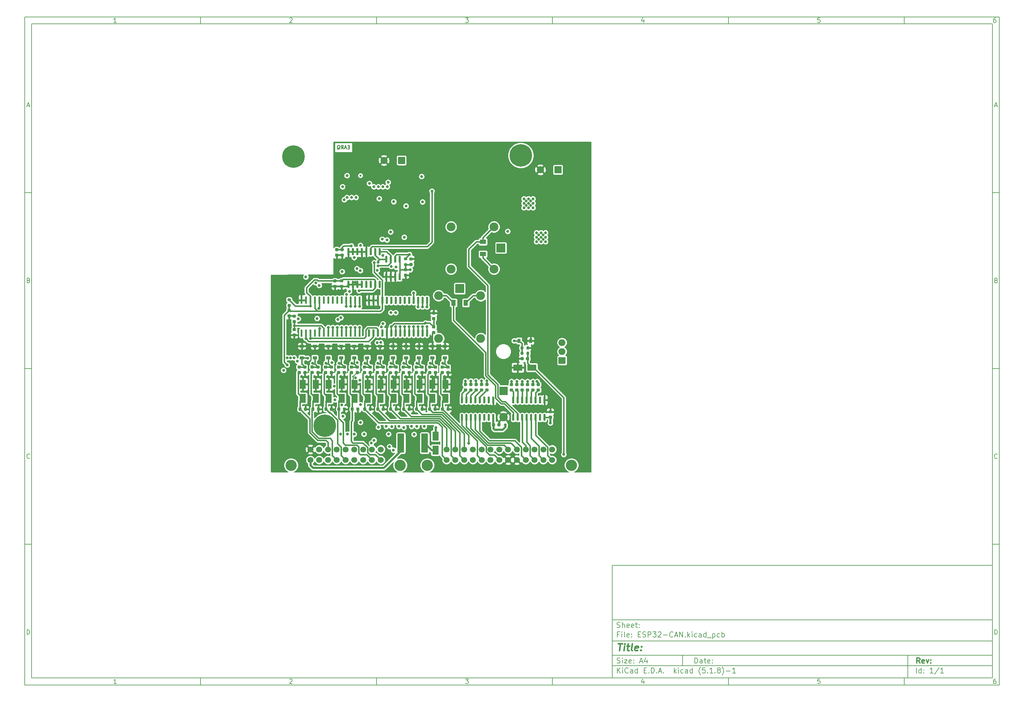
<source format=gbl>
G04 #@! TF.GenerationSoftware,KiCad,Pcbnew,(5.1.8)-1*
G04 #@! TF.CreationDate,2021-04-07T18:57:24+08:00*
G04 #@! TF.ProjectId,ESP32-CAN,45535033-322d-4434-914e-2e6b69636164,rev?*
G04 #@! TF.SameCoordinates,Original*
G04 #@! TF.FileFunction,Copper,L4,Bot*
G04 #@! TF.FilePolarity,Positive*
%FSLAX46Y46*%
G04 Gerber Fmt 4.6, Leading zero omitted, Abs format (unit mm)*
G04 Created by KiCad (PCBNEW (5.1.8)-1) date 2021-04-07 18:57:24*
%MOMM*%
%LPD*%
G01*
G04 APERTURE LIST*
%ADD10C,0.100000*%
%ADD11C,0.150000*%
%ADD12C,0.300000*%
%ADD13C,0.400000*%
G04 #@! TA.AperFunction,NonConductor*
%ADD14C,0.250000*%
G04 #@! TD*
G04 #@! TA.AperFunction,WasherPad*
%ADD15C,3.200000*%
G04 #@! TD*
G04 #@! TA.AperFunction,ComponentPad*
%ADD16C,1.700000*%
G04 #@! TD*
G04 #@! TA.AperFunction,SMDPad,CuDef*
%ADD17R,1.800000X2.500000*%
G04 #@! TD*
G04 #@! TA.AperFunction,SMDPad,CuDef*
%ADD18R,2.500000X1.800000*%
G04 #@! TD*
G04 #@! TA.AperFunction,SMDPad,CuDef*
%ADD19R,1.200000X0.900000*%
G04 #@! TD*
G04 #@! TA.AperFunction,SMDPad,CuDef*
%ADD20R,0.900000X1.200000*%
G04 #@! TD*
G04 #@! TA.AperFunction,SMDPad,CuDef*
%ADD21R,1.300000X1.700000*%
G04 #@! TD*
G04 #@! TA.AperFunction,SMDPad,CuDef*
%ADD22R,1.700000X1.300000*%
G04 #@! TD*
G04 #@! TA.AperFunction,ComponentPad*
%ADD23R,2.400000X2.400000*%
G04 #@! TD*
G04 #@! TA.AperFunction,ComponentPad*
%ADD24C,2.400000*%
G04 #@! TD*
G04 #@! TA.AperFunction,ComponentPad*
%ADD25O,2.000000X1.905000*%
G04 #@! TD*
G04 #@! TA.AperFunction,ComponentPad*
%ADD26R,2.000000X1.905000*%
G04 #@! TD*
G04 #@! TA.AperFunction,ComponentPad*
%ADD27R,2.500000X2.500000*%
G04 #@! TD*
G04 #@! TA.AperFunction,ComponentPad*
%ADD28O,2.500000X2.500000*%
G04 #@! TD*
G04 #@! TA.AperFunction,ComponentPad*
%ADD29C,0.800000*%
G04 #@! TD*
G04 #@! TA.AperFunction,ComponentPad*
%ADD30C,6.400000*%
G04 #@! TD*
G04 #@! TA.AperFunction,SMDPad,CuDef*
%ADD31R,0.600000X2.000000*%
G04 #@! TD*
G04 #@! TA.AperFunction,ComponentPad*
%ADD32R,2.000000X2.000000*%
G04 #@! TD*
G04 #@! TA.AperFunction,ComponentPad*
%ADD33C,2.000000*%
G04 #@! TD*
G04 #@! TA.AperFunction,ViaPad*
%ADD34C,0.800000*%
G04 #@! TD*
G04 #@! TA.AperFunction,ViaPad*
%ADD35C,0.600000*%
G04 #@! TD*
G04 #@! TA.AperFunction,Conductor*
%ADD36C,0.254000*%
G04 #@! TD*
G04 #@! TA.AperFunction,Conductor*
%ADD37C,0.203200*%
G04 #@! TD*
G04 #@! TA.AperFunction,Conductor*
%ADD38C,0.406400*%
G04 #@! TD*
G04 #@! TA.AperFunction,Conductor*
%ADD39C,0.609600*%
G04 #@! TD*
G04 #@! TA.AperFunction,Conductor*
%ADD40C,0.304800*%
G04 #@! TD*
G04 #@! TA.AperFunction,Conductor*
%ADD41C,0.100000*%
G04 #@! TD*
G04 APERTURE END LIST*
D10*
D11*
X177002200Y-166007200D02*
X177002200Y-198007200D01*
X285002200Y-198007200D01*
X285002200Y-166007200D01*
X177002200Y-166007200D01*
D10*
D11*
X10000000Y-10000000D02*
X10000000Y-200007200D01*
X287002200Y-200007200D01*
X287002200Y-10000000D01*
X10000000Y-10000000D01*
D10*
D11*
X12000000Y-12000000D02*
X12000000Y-198007200D01*
X285002200Y-198007200D01*
X285002200Y-12000000D01*
X12000000Y-12000000D01*
D10*
D11*
X60000000Y-12000000D02*
X60000000Y-10000000D01*
D10*
D11*
X110000000Y-12000000D02*
X110000000Y-10000000D01*
D10*
D11*
X160000000Y-12000000D02*
X160000000Y-10000000D01*
D10*
D11*
X210000000Y-12000000D02*
X210000000Y-10000000D01*
D10*
D11*
X260000000Y-12000000D02*
X260000000Y-10000000D01*
D10*
D11*
X36065476Y-11588095D02*
X35322619Y-11588095D01*
X35694047Y-11588095D02*
X35694047Y-10288095D01*
X35570238Y-10473809D01*
X35446428Y-10597619D01*
X35322619Y-10659523D01*
D10*
D11*
X85322619Y-10411904D02*
X85384523Y-10350000D01*
X85508333Y-10288095D01*
X85817857Y-10288095D01*
X85941666Y-10350000D01*
X86003571Y-10411904D01*
X86065476Y-10535714D01*
X86065476Y-10659523D01*
X86003571Y-10845238D01*
X85260714Y-11588095D01*
X86065476Y-11588095D01*
D10*
D11*
X135260714Y-10288095D02*
X136065476Y-10288095D01*
X135632142Y-10783333D01*
X135817857Y-10783333D01*
X135941666Y-10845238D01*
X136003571Y-10907142D01*
X136065476Y-11030952D01*
X136065476Y-11340476D01*
X136003571Y-11464285D01*
X135941666Y-11526190D01*
X135817857Y-11588095D01*
X135446428Y-11588095D01*
X135322619Y-11526190D01*
X135260714Y-11464285D01*
D10*
D11*
X185941666Y-10721428D02*
X185941666Y-11588095D01*
X185632142Y-10226190D02*
X185322619Y-11154761D01*
X186127380Y-11154761D01*
D10*
D11*
X236003571Y-10288095D02*
X235384523Y-10288095D01*
X235322619Y-10907142D01*
X235384523Y-10845238D01*
X235508333Y-10783333D01*
X235817857Y-10783333D01*
X235941666Y-10845238D01*
X236003571Y-10907142D01*
X236065476Y-11030952D01*
X236065476Y-11340476D01*
X236003571Y-11464285D01*
X235941666Y-11526190D01*
X235817857Y-11588095D01*
X235508333Y-11588095D01*
X235384523Y-11526190D01*
X235322619Y-11464285D01*
D10*
D11*
X285941666Y-10288095D02*
X285694047Y-10288095D01*
X285570238Y-10350000D01*
X285508333Y-10411904D01*
X285384523Y-10597619D01*
X285322619Y-10845238D01*
X285322619Y-11340476D01*
X285384523Y-11464285D01*
X285446428Y-11526190D01*
X285570238Y-11588095D01*
X285817857Y-11588095D01*
X285941666Y-11526190D01*
X286003571Y-11464285D01*
X286065476Y-11340476D01*
X286065476Y-11030952D01*
X286003571Y-10907142D01*
X285941666Y-10845238D01*
X285817857Y-10783333D01*
X285570238Y-10783333D01*
X285446428Y-10845238D01*
X285384523Y-10907142D01*
X285322619Y-11030952D01*
D10*
D11*
X60000000Y-198007200D02*
X60000000Y-200007200D01*
D10*
D11*
X110000000Y-198007200D02*
X110000000Y-200007200D01*
D10*
D11*
X160000000Y-198007200D02*
X160000000Y-200007200D01*
D10*
D11*
X210000000Y-198007200D02*
X210000000Y-200007200D01*
D10*
D11*
X260000000Y-198007200D02*
X260000000Y-200007200D01*
D10*
D11*
X36065476Y-199595295D02*
X35322619Y-199595295D01*
X35694047Y-199595295D02*
X35694047Y-198295295D01*
X35570238Y-198481009D01*
X35446428Y-198604819D01*
X35322619Y-198666723D01*
D10*
D11*
X85322619Y-198419104D02*
X85384523Y-198357200D01*
X85508333Y-198295295D01*
X85817857Y-198295295D01*
X85941666Y-198357200D01*
X86003571Y-198419104D01*
X86065476Y-198542914D01*
X86065476Y-198666723D01*
X86003571Y-198852438D01*
X85260714Y-199595295D01*
X86065476Y-199595295D01*
D10*
D11*
X135260714Y-198295295D02*
X136065476Y-198295295D01*
X135632142Y-198790533D01*
X135817857Y-198790533D01*
X135941666Y-198852438D01*
X136003571Y-198914342D01*
X136065476Y-199038152D01*
X136065476Y-199347676D01*
X136003571Y-199471485D01*
X135941666Y-199533390D01*
X135817857Y-199595295D01*
X135446428Y-199595295D01*
X135322619Y-199533390D01*
X135260714Y-199471485D01*
D10*
D11*
X185941666Y-198728628D02*
X185941666Y-199595295D01*
X185632142Y-198233390D02*
X185322619Y-199161961D01*
X186127380Y-199161961D01*
D10*
D11*
X236003571Y-198295295D02*
X235384523Y-198295295D01*
X235322619Y-198914342D01*
X235384523Y-198852438D01*
X235508333Y-198790533D01*
X235817857Y-198790533D01*
X235941666Y-198852438D01*
X236003571Y-198914342D01*
X236065476Y-199038152D01*
X236065476Y-199347676D01*
X236003571Y-199471485D01*
X235941666Y-199533390D01*
X235817857Y-199595295D01*
X235508333Y-199595295D01*
X235384523Y-199533390D01*
X235322619Y-199471485D01*
D10*
D11*
X285941666Y-198295295D02*
X285694047Y-198295295D01*
X285570238Y-198357200D01*
X285508333Y-198419104D01*
X285384523Y-198604819D01*
X285322619Y-198852438D01*
X285322619Y-199347676D01*
X285384523Y-199471485D01*
X285446428Y-199533390D01*
X285570238Y-199595295D01*
X285817857Y-199595295D01*
X285941666Y-199533390D01*
X286003571Y-199471485D01*
X286065476Y-199347676D01*
X286065476Y-199038152D01*
X286003571Y-198914342D01*
X285941666Y-198852438D01*
X285817857Y-198790533D01*
X285570238Y-198790533D01*
X285446428Y-198852438D01*
X285384523Y-198914342D01*
X285322619Y-199038152D01*
D10*
D11*
X10000000Y-60000000D02*
X12000000Y-60000000D01*
D10*
D11*
X10000000Y-110000000D02*
X12000000Y-110000000D01*
D10*
D11*
X10000000Y-160000000D02*
X12000000Y-160000000D01*
D10*
D11*
X10690476Y-35216666D02*
X11309523Y-35216666D01*
X10566666Y-35588095D02*
X11000000Y-34288095D01*
X11433333Y-35588095D01*
D10*
D11*
X11092857Y-84907142D02*
X11278571Y-84969047D01*
X11340476Y-85030952D01*
X11402380Y-85154761D01*
X11402380Y-85340476D01*
X11340476Y-85464285D01*
X11278571Y-85526190D01*
X11154761Y-85588095D01*
X10659523Y-85588095D01*
X10659523Y-84288095D01*
X11092857Y-84288095D01*
X11216666Y-84350000D01*
X11278571Y-84411904D01*
X11340476Y-84535714D01*
X11340476Y-84659523D01*
X11278571Y-84783333D01*
X11216666Y-84845238D01*
X11092857Y-84907142D01*
X10659523Y-84907142D01*
D10*
D11*
X11402380Y-135464285D02*
X11340476Y-135526190D01*
X11154761Y-135588095D01*
X11030952Y-135588095D01*
X10845238Y-135526190D01*
X10721428Y-135402380D01*
X10659523Y-135278571D01*
X10597619Y-135030952D01*
X10597619Y-134845238D01*
X10659523Y-134597619D01*
X10721428Y-134473809D01*
X10845238Y-134350000D01*
X11030952Y-134288095D01*
X11154761Y-134288095D01*
X11340476Y-134350000D01*
X11402380Y-134411904D01*
D10*
D11*
X10659523Y-185588095D02*
X10659523Y-184288095D01*
X10969047Y-184288095D01*
X11154761Y-184350000D01*
X11278571Y-184473809D01*
X11340476Y-184597619D01*
X11402380Y-184845238D01*
X11402380Y-185030952D01*
X11340476Y-185278571D01*
X11278571Y-185402380D01*
X11154761Y-185526190D01*
X10969047Y-185588095D01*
X10659523Y-185588095D01*
D10*
D11*
X287002200Y-60000000D02*
X285002200Y-60000000D01*
D10*
D11*
X287002200Y-110000000D02*
X285002200Y-110000000D01*
D10*
D11*
X287002200Y-160000000D02*
X285002200Y-160000000D01*
D10*
D11*
X285692676Y-35216666D02*
X286311723Y-35216666D01*
X285568866Y-35588095D02*
X286002200Y-34288095D01*
X286435533Y-35588095D01*
D10*
D11*
X286095057Y-84907142D02*
X286280771Y-84969047D01*
X286342676Y-85030952D01*
X286404580Y-85154761D01*
X286404580Y-85340476D01*
X286342676Y-85464285D01*
X286280771Y-85526190D01*
X286156961Y-85588095D01*
X285661723Y-85588095D01*
X285661723Y-84288095D01*
X286095057Y-84288095D01*
X286218866Y-84350000D01*
X286280771Y-84411904D01*
X286342676Y-84535714D01*
X286342676Y-84659523D01*
X286280771Y-84783333D01*
X286218866Y-84845238D01*
X286095057Y-84907142D01*
X285661723Y-84907142D01*
D10*
D11*
X286404580Y-135464285D02*
X286342676Y-135526190D01*
X286156961Y-135588095D01*
X286033152Y-135588095D01*
X285847438Y-135526190D01*
X285723628Y-135402380D01*
X285661723Y-135278571D01*
X285599819Y-135030952D01*
X285599819Y-134845238D01*
X285661723Y-134597619D01*
X285723628Y-134473809D01*
X285847438Y-134350000D01*
X286033152Y-134288095D01*
X286156961Y-134288095D01*
X286342676Y-134350000D01*
X286404580Y-134411904D01*
D10*
D11*
X285661723Y-185588095D02*
X285661723Y-184288095D01*
X285971247Y-184288095D01*
X286156961Y-184350000D01*
X286280771Y-184473809D01*
X286342676Y-184597619D01*
X286404580Y-184845238D01*
X286404580Y-185030952D01*
X286342676Y-185278571D01*
X286280771Y-185402380D01*
X286156961Y-185526190D01*
X285971247Y-185588095D01*
X285661723Y-185588095D01*
D10*
D11*
X200434342Y-193785771D02*
X200434342Y-192285771D01*
X200791485Y-192285771D01*
X201005771Y-192357200D01*
X201148628Y-192500057D01*
X201220057Y-192642914D01*
X201291485Y-192928628D01*
X201291485Y-193142914D01*
X201220057Y-193428628D01*
X201148628Y-193571485D01*
X201005771Y-193714342D01*
X200791485Y-193785771D01*
X200434342Y-193785771D01*
X202577200Y-193785771D02*
X202577200Y-193000057D01*
X202505771Y-192857200D01*
X202362914Y-192785771D01*
X202077200Y-192785771D01*
X201934342Y-192857200D01*
X202577200Y-193714342D02*
X202434342Y-193785771D01*
X202077200Y-193785771D01*
X201934342Y-193714342D01*
X201862914Y-193571485D01*
X201862914Y-193428628D01*
X201934342Y-193285771D01*
X202077200Y-193214342D01*
X202434342Y-193214342D01*
X202577200Y-193142914D01*
X203077200Y-192785771D02*
X203648628Y-192785771D01*
X203291485Y-192285771D02*
X203291485Y-193571485D01*
X203362914Y-193714342D01*
X203505771Y-193785771D01*
X203648628Y-193785771D01*
X204720057Y-193714342D02*
X204577200Y-193785771D01*
X204291485Y-193785771D01*
X204148628Y-193714342D01*
X204077200Y-193571485D01*
X204077200Y-193000057D01*
X204148628Y-192857200D01*
X204291485Y-192785771D01*
X204577200Y-192785771D01*
X204720057Y-192857200D01*
X204791485Y-193000057D01*
X204791485Y-193142914D01*
X204077200Y-193285771D01*
X205434342Y-193642914D02*
X205505771Y-193714342D01*
X205434342Y-193785771D01*
X205362914Y-193714342D01*
X205434342Y-193642914D01*
X205434342Y-193785771D01*
X205434342Y-192857200D02*
X205505771Y-192928628D01*
X205434342Y-193000057D01*
X205362914Y-192928628D01*
X205434342Y-192857200D01*
X205434342Y-193000057D01*
D10*
D11*
X177002200Y-194507200D02*
X285002200Y-194507200D01*
D10*
D11*
X178434342Y-196585771D02*
X178434342Y-195085771D01*
X179291485Y-196585771D02*
X178648628Y-195728628D01*
X179291485Y-195085771D02*
X178434342Y-195942914D01*
X179934342Y-196585771D02*
X179934342Y-195585771D01*
X179934342Y-195085771D02*
X179862914Y-195157200D01*
X179934342Y-195228628D01*
X180005771Y-195157200D01*
X179934342Y-195085771D01*
X179934342Y-195228628D01*
X181505771Y-196442914D02*
X181434342Y-196514342D01*
X181220057Y-196585771D01*
X181077200Y-196585771D01*
X180862914Y-196514342D01*
X180720057Y-196371485D01*
X180648628Y-196228628D01*
X180577200Y-195942914D01*
X180577200Y-195728628D01*
X180648628Y-195442914D01*
X180720057Y-195300057D01*
X180862914Y-195157200D01*
X181077200Y-195085771D01*
X181220057Y-195085771D01*
X181434342Y-195157200D01*
X181505771Y-195228628D01*
X182791485Y-196585771D02*
X182791485Y-195800057D01*
X182720057Y-195657200D01*
X182577200Y-195585771D01*
X182291485Y-195585771D01*
X182148628Y-195657200D01*
X182791485Y-196514342D02*
X182648628Y-196585771D01*
X182291485Y-196585771D01*
X182148628Y-196514342D01*
X182077200Y-196371485D01*
X182077200Y-196228628D01*
X182148628Y-196085771D01*
X182291485Y-196014342D01*
X182648628Y-196014342D01*
X182791485Y-195942914D01*
X184148628Y-196585771D02*
X184148628Y-195085771D01*
X184148628Y-196514342D02*
X184005771Y-196585771D01*
X183720057Y-196585771D01*
X183577200Y-196514342D01*
X183505771Y-196442914D01*
X183434342Y-196300057D01*
X183434342Y-195871485D01*
X183505771Y-195728628D01*
X183577200Y-195657200D01*
X183720057Y-195585771D01*
X184005771Y-195585771D01*
X184148628Y-195657200D01*
X186005771Y-195800057D02*
X186505771Y-195800057D01*
X186720057Y-196585771D02*
X186005771Y-196585771D01*
X186005771Y-195085771D01*
X186720057Y-195085771D01*
X187362914Y-196442914D02*
X187434342Y-196514342D01*
X187362914Y-196585771D01*
X187291485Y-196514342D01*
X187362914Y-196442914D01*
X187362914Y-196585771D01*
X188077200Y-196585771D02*
X188077200Y-195085771D01*
X188434342Y-195085771D01*
X188648628Y-195157200D01*
X188791485Y-195300057D01*
X188862914Y-195442914D01*
X188934342Y-195728628D01*
X188934342Y-195942914D01*
X188862914Y-196228628D01*
X188791485Y-196371485D01*
X188648628Y-196514342D01*
X188434342Y-196585771D01*
X188077200Y-196585771D01*
X189577200Y-196442914D02*
X189648628Y-196514342D01*
X189577200Y-196585771D01*
X189505771Y-196514342D01*
X189577200Y-196442914D01*
X189577200Y-196585771D01*
X190220057Y-196157200D02*
X190934342Y-196157200D01*
X190077200Y-196585771D02*
X190577200Y-195085771D01*
X191077200Y-196585771D01*
X191577200Y-196442914D02*
X191648628Y-196514342D01*
X191577200Y-196585771D01*
X191505771Y-196514342D01*
X191577200Y-196442914D01*
X191577200Y-196585771D01*
X194577200Y-196585771D02*
X194577200Y-195085771D01*
X194720057Y-196014342D02*
X195148628Y-196585771D01*
X195148628Y-195585771D02*
X194577200Y-196157200D01*
X195791485Y-196585771D02*
X195791485Y-195585771D01*
X195791485Y-195085771D02*
X195720057Y-195157200D01*
X195791485Y-195228628D01*
X195862914Y-195157200D01*
X195791485Y-195085771D01*
X195791485Y-195228628D01*
X197148628Y-196514342D02*
X197005771Y-196585771D01*
X196720057Y-196585771D01*
X196577200Y-196514342D01*
X196505771Y-196442914D01*
X196434342Y-196300057D01*
X196434342Y-195871485D01*
X196505771Y-195728628D01*
X196577200Y-195657200D01*
X196720057Y-195585771D01*
X197005771Y-195585771D01*
X197148628Y-195657200D01*
X198434342Y-196585771D02*
X198434342Y-195800057D01*
X198362914Y-195657200D01*
X198220057Y-195585771D01*
X197934342Y-195585771D01*
X197791485Y-195657200D01*
X198434342Y-196514342D02*
X198291485Y-196585771D01*
X197934342Y-196585771D01*
X197791485Y-196514342D01*
X197720057Y-196371485D01*
X197720057Y-196228628D01*
X197791485Y-196085771D01*
X197934342Y-196014342D01*
X198291485Y-196014342D01*
X198434342Y-195942914D01*
X199791485Y-196585771D02*
X199791485Y-195085771D01*
X199791485Y-196514342D02*
X199648628Y-196585771D01*
X199362914Y-196585771D01*
X199220057Y-196514342D01*
X199148628Y-196442914D01*
X199077200Y-196300057D01*
X199077200Y-195871485D01*
X199148628Y-195728628D01*
X199220057Y-195657200D01*
X199362914Y-195585771D01*
X199648628Y-195585771D01*
X199791485Y-195657200D01*
X202077200Y-197157200D02*
X202005771Y-197085771D01*
X201862914Y-196871485D01*
X201791485Y-196728628D01*
X201720057Y-196514342D01*
X201648628Y-196157200D01*
X201648628Y-195871485D01*
X201720057Y-195514342D01*
X201791485Y-195300057D01*
X201862914Y-195157200D01*
X202005771Y-194942914D01*
X202077200Y-194871485D01*
X203362914Y-195085771D02*
X202648628Y-195085771D01*
X202577200Y-195800057D01*
X202648628Y-195728628D01*
X202791485Y-195657200D01*
X203148628Y-195657200D01*
X203291485Y-195728628D01*
X203362914Y-195800057D01*
X203434342Y-195942914D01*
X203434342Y-196300057D01*
X203362914Y-196442914D01*
X203291485Y-196514342D01*
X203148628Y-196585771D01*
X202791485Y-196585771D01*
X202648628Y-196514342D01*
X202577200Y-196442914D01*
X204077200Y-196442914D02*
X204148628Y-196514342D01*
X204077200Y-196585771D01*
X204005771Y-196514342D01*
X204077200Y-196442914D01*
X204077200Y-196585771D01*
X205577200Y-196585771D02*
X204720057Y-196585771D01*
X205148628Y-196585771D02*
X205148628Y-195085771D01*
X205005771Y-195300057D01*
X204862914Y-195442914D01*
X204720057Y-195514342D01*
X206220057Y-196442914D02*
X206291485Y-196514342D01*
X206220057Y-196585771D01*
X206148628Y-196514342D01*
X206220057Y-196442914D01*
X206220057Y-196585771D01*
X207148628Y-195728628D02*
X207005771Y-195657200D01*
X206934342Y-195585771D01*
X206862914Y-195442914D01*
X206862914Y-195371485D01*
X206934342Y-195228628D01*
X207005771Y-195157200D01*
X207148628Y-195085771D01*
X207434342Y-195085771D01*
X207577200Y-195157200D01*
X207648628Y-195228628D01*
X207720057Y-195371485D01*
X207720057Y-195442914D01*
X207648628Y-195585771D01*
X207577200Y-195657200D01*
X207434342Y-195728628D01*
X207148628Y-195728628D01*
X207005771Y-195800057D01*
X206934342Y-195871485D01*
X206862914Y-196014342D01*
X206862914Y-196300057D01*
X206934342Y-196442914D01*
X207005771Y-196514342D01*
X207148628Y-196585771D01*
X207434342Y-196585771D01*
X207577200Y-196514342D01*
X207648628Y-196442914D01*
X207720057Y-196300057D01*
X207720057Y-196014342D01*
X207648628Y-195871485D01*
X207577200Y-195800057D01*
X207434342Y-195728628D01*
X208220057Y-197157200D02*
X208291485Y-197085771D01*
X208434342Y-196871485D01*
X208505771Y-196728628D01*
X208577200Y-196514342D01*
X208648628Y-196157200D01*
X208648628Y-195871485D01*
X208577200Y-195514342D01*
X208505771Y-195300057D01*
X208434342Y-195157200D01*
X208291485Y-194942914D01*
X208220057Y-194871485D01*
X209362914Y-196014342D02*
X210505771Y-196014342D01*
X212005771Y-196585771D02*
X211148628Y-196585771D01*
X211577200Y-196585771D02*
X211577200Y-195085771D01*
X211434342Y-195300057D01*
X211291485Y-195442914D01*
X211148628Y-195514342D01*
D10*
D11*
X177002200Y-191507200D02*
X285002200Y-191507200D01*
D10*
D12*
X264411485Y-193785771D02*
X263911485Y-193071485D01*
X263554342Y-193785771D02*
X263554342Y-192285771D01*
X264125771Y-192285771D01*
X264268628Y-192357200D01*
X264340057Y-192428628D01*
X264411485Y-192571485D01*
X264411485Y-192785771D01*
X264340057Y-192928628D01*
X264268628Y-193000057D01*
X264125771Y-193071485D01*
X263554342Y-193071485D01*
X265625771Y-193714342D02*
X265482914Y-193785771D01*
X265197200Y-193785771D01*
X265054342Y-193714342D01*
X264982914Y-193571485D01*
X264982914Y-193000057D01*
X265054342Y-192857200D01*
X265197200Y-192785771D01*
X265482914Y-192785771D01*
X265625771Y-192857200D01*
X265697200Y-193000057D01*
X265697200Y-193142914D01*
X264982914Y-193285771D01*
X266197200Y-192785771D02*
X266554342Y-193785771D01*
X266911485Y-192785771D01*
X267482914Y-193642914D02*
X267554342Y-193714342D01*
X267482914Y-193785771D01*
X267411485Y-193714342D01*
X267482914Y-193642914D01*
X267482914Y-193785771D01*
X267482914Y-192857200D02*
X267554342Y-192928628D01*
X267482914Y-193000057D01*
X267411485Y-192928628D01*
X267482914Y-192857200D01*
X267482914Y-193000057D01*
D10*
D11*
X178362914Y-193714342D02*
X178577200Y-193785771D01*
X178934342Y-193785771D01*
X179077200Y-193714342D01*
X179148628Y-193642914D01*
X179220057Y-193500057D01*
X179220057Y-193357200D01*
X179148628Y-193214342D01*
X179077200Y-193142914D01*
X178934342Y-193071485D01*
X178648628Y-193000057D01*
X178505771Y-192928628D01*
X178434342Y-192857200D01*
X178362914Y-192714342D01*
X178362914Y-192571485D01*
X178434342Y-192428628D01*
X178505771Y-192357200D01*
X178648628Y-192285771D01*
X179005771Y-192285771D01*
X179220057Y-192357200D01*
X179862914Y-193785771D02*
X179862914Y-192785771D01*
X179862914Y-192285771D02*
X179791485Y-192357200D01*
X179862914Y-192428628D01*
X179934342Y-192357200D01*
X179862914Y-192285771D01*
X179862914Y-192428628D01*
X180434342Y-192785771D02*
X181220057Y-192785771D01*
X180434342Y-193785771D01*
X181220057Y-193785771D01*
X182362914Y-193714342D02*
X182220057Y-193785771D01*
X181934342Y-193785771D01*
X181791485Y-193714342D01*
X181720057Y-193571485D01*
X181720057Y-193000057D01*
X181791485Y-192857200D01*
X181934342Y-192785771D01*
X182220057Y-192785771D01*
X182362914Y-192857200D01*
X182434342Y-193000057D01*
X182434342Y-193142914D01*
X181720057Y-193285771D01*
X183077200Y-193642914D02*
X183148628Y-193714342D01*
X183077200Y-193785771D01*
X183005771Y-193714342D01*
X183077200Y-193642914D01*
X183077200Y-193785771D01*
X183077200Y-192857200D02*
X183148628Y-192928628D01*
X183077200Y-193000057D01*
X183005771Y-192928628D01*
X183077200Y-192857200D01*
X183077200Y-193000057D01*
X184862914Y-193357200D02*
X185577200Y-193357200D01*
X184720057Y-193785771D02*
X185220057Y-192285771D01*
X185720057Y-193785771D01*
X186862914Y-192785771D02*
X186862914Y-193785771D01*
X186505771Y-192214342D02*
X186148628Y-193285771D01*
X187077200Y-193285771D01*
D10*
D11*
X263434342Y-196585771D02*
X263434342Y-195085771D01*
X264791485Y-196585771D02*
X264791485Y-195085771D01*
X264791485Y-196514342D02*
X264648628Y-196585771D01*
X264362914Y-196585771D01*
X264220057Y-196514342D01*
X264148628Y-196442914D01*
X264077200Y-196300057D01*
X264077200Y-195871485D01*
X264148628Y-195728628D01*
X264220057Y-195657200D01*
X264362914Y-195585771D01*
X264648628Y-195585771D01*
X264791485Y-195657200D01*
X265505771Y-196442914D02*
X265577200Y-196514342D01*
X265505771Y-196585771D01*
X265434342Y-196514342D01*
X265505771Y-196442914D01*
X265505771Y-196585771D01*
X265505771Y-195657200D02*
X265577200Y-195728628D01*
X265505771Y-195800057D01*
X265434342Y-195728628D01*
X265505771Y-195657200D01*
X265505771Y-195800057D01*
X268148628Y-196585771D02*
X267291485Y-196585771D01*
X267720057Y-196585771D02*
X267720057Y-195085771D01*
X267577200Y-195300057D01*
X267434342Y-195442914D01*
X267291485Y-195514342D01*
X269862914Y-195014342D02*
X268577200Y-196942914D01*
X271148628Y-196585771D02*
X270291485Y-196585771D01*
X270720057Y-196585771D02*
X270720057Y-195085771D01*
X270577200Y-195300057D01*
X270434342Y-195442914D01*
X270291485Y-195514342D01*
D10*
D11*
X177002200Y-187507200D02*
X285002200Y-187507200D01*
D10*
D13*
X178714580Y-188211961D02*
X179857438Y-188211961D01*
X179036009Y-190211961D02*
X179286009Y-188211961D01*
X180274104Y-190211961D02*
X180440771Y-188878628D01*
X180524104Y-188211961D02*
X180416961Y-188307200D01*
X180500295Y-188402438D01*
X180607438Y-188307200D01*
X180524104Y-188211961D01*
X180500295Y-188402438D01*
X181107438Y-188878628D02*
X181869342Y-188878628D01*
X181476485Y-188211961D02*
X181262200Y-189926247D01*
X181333628Y-190116723D01*
X181512200Y-190211961D01*
X181702676Y-190211961D01*
X182655057Y-190211961D02*
X182476485Y-190116723D01*
X182405057Y-189926247D01*
X182619342Y-188211961D01*
X184190771Y-190116723D02*
X183988390Y-190211961D01*
X183607438Y-190211961D01*
X183428866Y-190116723D01*
X183357438Y-189926247D01*
X183452676Y-189164342D01*
X183571723Y-188973866D01*
X183774104Y-188878628D01*
X184155057Y-188878628D01*
X184333628Y-188973866D01*
X184405057Y-189164342D01*
X184381247Y-189354819D01*
X183405057Y-189545295D01*
X185155057Y-190021485D02*
X185238390Y-190116723D01*
X185131247Y-190211961D01*
X185047914Y-190116723D01*
X185155057Y-190021485D01*
X185131247Y-190211961D01*
X185286009Y-188973866D02*
X185369342Y-189069104D01*
X185262200Y-189164342D01*
X185178866Y-189069104D01*
X185286009Y-188973866D01*
X185262200Y-189164342D01*
D10*
D11*
X178934342Y-185600057D02*
X178434342Y-185600057D01*
X178434342Y-186385771D02*
X178434342Y-184885771D01*
X179148628Y-184885771D01*
X179720057Y-186385771D02*
X179720057Y-185385771D01*
X179720057Y-184885771D02*
X179648628Y-184957200D01*
X179720057Y-185028628D01*
X179791485Y-184957200D01*
X179720057Y-184885771D01*
X179720057Y-185028628D01*
X180648628Y-186385771D02*
X180505771Y-186314342D01*
X180434342Y-186171485D01*
X180434342Y-184885771D01*
X181791485Y-186314342D02*
X181648628Y-186385771D01*
X181362914Y-186385771D01*
X181220057Y-186314342D01*
X181148628Y-186171485D01*
X181148628Y-185600057D01*
X181220057Y-185457200D01*
X181362914Y-185385771D01*
X181648628Y-185385771D01*
X181791485Y-185457200D01*
X181862914Y-185600057D01*
X181862914Y-185742914D01*
X181148628Y-185885771D01*
X182505771Y-186242914D02*
X182577200Y-186314342D01*
X182505771Y-186385771D01*
X182434342Y-186314342D01*
X182505771Y-186242914D01*
X182505771Y-186385771D01*
X182505771Y-185457200D02*
X182577200Y-185528628D01*
X182505771Y-185600057D01*
X182434342Y-185528628D01*
X182505771Y-185457200D01*
X182505771Y-185600057D01*
X184362914Y-185600057D02*
X184862914Y-185600057D01*
X185077200Y-186385771D02*
X184362914Y-186385771D01*
X184362914Y-184885771D01*
X185077200Y-184885771D01*
X185648628Y-186314342D02*
X185862914Y-186385771D01*
X186220057Y-186385771D01*
X186362914Y-186314342D01*
X186434342Y-186242914D01*
X186505771Y-186100057D01*
X186505771Y-185957200D01*
X186434342Y-185814342D01*
X186362914Y-185742914D01*
X186220057Y-185671485D01*
X185934342Y-185600057D01*
X185791485Y-185528628D01*
X185720057Y-185457200D01*
X185648628Y-185314342D01*
X185648628Y-185171485D01*
X185720057Y-185028628D01*
X185791485Y-184957200D01*
X185934342Y-184885771D01*
X186291485Y-184885771D01*
X186505771Y-184957200D01*
X187148628Y-186385771D02*
X187148628Y-184885771D01*
X187720057Y-184885771D01*
X187862914Y-184957200D01*
X187934342Y-185028628D01*
X188005771Y-185171485D01*
X188005771Y-185385771D01*
X187934342Y-185528628D01*
X187862914Y-185600057D01*
X187720057Y-185671485D01*
X187148628Y-185671485D01*
X188505771Y-184885771D02*
X189434342Y-184885771D01*
X188934342Y-185457200D01*
X189148628Y-185457200D01*
X189291485Y-185528628D01*
X189362914Y-185600057D01*
X189434342Y-185742914D01*
X189434342Y-186100057D01*
X189362914Y-186242914D01*
X189291485Y-186314342D01*
X189148628Y-186385771D01*
X188720057Y-186385771D01*
X188577200Y-186314342D01*
X188505771Y-186242914D01*
X190005771Y-185028628D02*
X190077200Y-184957200D01*
X190220057Y-184885771D01*
X190577200Y-184885771D01*
X190720057Y-184957200D01*
X190791485Y-185028628D01*
X190862914Y-185171485D01*
X190862914Y-185314342D01*
X190791485Y-185528628D01*
X189934342Y-186385771D01*
X190862914Y-186385771D01*
X191505771Y-185814342D02*
X192648628Y-185814342D01*
X194220057Y-186242914D02*
X194148628Y-186314342D01*
X193934342Y-186385771D01*
X193791485Y-186385771D01*
X193577200Y-186314342D01*
X193434342Y-186171485D01*
X193362914Y-186028628D01*
X193291485Y-185742914D01*
X193291485Y-185528628D01*
X193362914Y-185242914D01*
X193434342Y-185100057D01*
X193577200Y-184957200D01*
X193791485Y-184885771D01*
X193934342Y-184885771D01*
X194148628Y-184957200D01*
X194220057Y-185028628D01*
X194791485Y-185957200D02*
X195505771Y-185957200D01*
X194648628Y-186385771D02*
X195148628Y-184885771D01*
X195648628Y-186385771D01*
X196148628Y-186385771D02*
X196148628Y-184885771D01*
X197005771Y-186385771D01*
X197005771Y-184885771D01*
X197720057Y-186242914D02*
X197791485Y-186314342D01*
X197720057Y-186385771D01*
X197648628Y-186314342D01*
X197720057Y-186242914D01*
X197720057Y-186385771D01*
X198434342Y-186385771D02*
X198434342Y-184885771D01*
X198577200Y-185814342D02*
X199005771Y-186385771D01*
X199005771Y-185385771D02*
X198434342Y-185957200D01*
X199648628Y-186385771D02*
X199648628Y-185385771D01*
X199648628Y-184885771D02*
X199577200Y-184957200D01*
X199648628Y-185028628D01*
X199720057Y-184957200D01*
X199648628Y-184885771D01*
X199648628Y-185028628D01*
X201005771Y-186314342D02*
X200862914Y-186385771D01*
X200577200Y-186385771D01*
X200434342Y-186314342D01*
X200362914Y-186242914D01*
X200291485Y-186100057D01*
X200291485Y-185671485D01*
X200362914Y-185528628D01*
X200434342Y-185457200D01*
X200577200Y-185385771D01*
X200862914Y-185385771D01*
X201005771Y-185457200D01*
X202291485Y-186385771D02*
X202291485Y-185600057D01*
X202220057Y-185457200D01*
X202077200Y-185385771D01*
X201791485Y-185385771D01*
X201648628Y-185457200D01*
X202291485Y-186314342D02*
X202148628Y-186385771D01*
X201791485Y-186385771D01*
X201648628Y-186314342D01*
X201577200Y-186171485D01*
X201577200Y-186028628D01*
X201648628Y-185885771D01*
X201791485Y-185814342D01*
X202148628Y-185814342D01*
X202291485Y-185742914D01*
X203648628Y-186385771D02*
X203648628Y-184885771D01*
X203648628Y-186314342D02*
X203505771Y-186385771D01*
X203220057Y-186385771D01*
X203077200Y-186314342D01*
X203005771Y-186242914D01*
X202934342Y-186100057D01*
X202934342Y-185671485D01*
X203005771Y-185528628D01*
X203077200Y-185457200D01*
X203220057Y-185385771D01*
X203505771Y-185385771D01*
X203648628Y-185457200D01*
X204005771Y-186528628D02*
X205148628Y-186528628D01*
X205505771Y-185385771D02*
X205505771Y-186885771D01*
X205505771Y-185457200D02*
X205648628Y-185385771D01*
X205934342Y-185385771D01*
X206077200Y-185457200D01*
X206148628Y-185528628D01*
X206220057Y-185671485D01*
X206220057Y-186100057D01*
X206148628Y-186242914D01*
X206077200Y-186314342D01*
X205934342Y-186385771D01*
X205648628Y-186385771D01*
X205505771Y-186314342D01*
X207505771Y-186314342D02*
X207362914Y-186385771D01*
X207077200Y-186385771D01*
X206934342Y-186314342D01*
X206862914Y-186242914D01*
X206791485Y-186100057D01*
X206791485Y-185671485D01*
X206862914Y-185528628D01*
X206934342Y-185457200D01*
X207077200Y-185385771D01*
X207362914Y-185385771D01*
X207505771Y-185457200D01*
X208148628Y-186385771D02*
X208148628Y-184885771D01*
X208148628Y-185457200D02*
X208291485Y-185385771D01*
X208577200Y-185385771D01*
X208720057Y-185457200D01*
X208791485Y-185528628D01*
X208862914Y-185671485D01*
X208862914Y-186100057D01*
X208791485Y-186242914D01*
X208720057Y-186314342D01*
X208577200Y-186385771D01*
X208291485Y-186385771D01*
X208148628Y-186314342D01*
D10*
D11*
X177002200Y-181507200D02*
X285002200Y-181507200D01*
D10*
D11*
X178362914Y-183614342D02*
X178577200Y-183685771D01*
X178934342Y-183685771D01*
X179077200Y-183614342D01*
X179148628Y-183542914D01*
X179220057Y-183400057D01*
X179220057Y-183257200D01*
X179148628Y-183114342D01*
X179077200Y-183042914D01*
X178934342Y-182971485D01*
X178648628Y-182900057D01*
X178505771Y-182828628D01*
X178434342Y-182757200D01*
X178362914Y-182614342D01*
X178362914Y-182471485D01*
X178434342Y-182328628D01*
X178505771Y-182257200D01*
X178648628Y-182185771D01*
X179005771Y-182185771D01*
X179220057Y-182257200D01*
X179862914Y-183685771D02*
X179862914Y-182185771D01*
X180505771Y-183685771D02*
X180505771Y-182900057D01*
X180434342Y-182757200D01*
X180291485Y-182685771D01*
X180077200Y-182685771D01*
X179934342Y-182757200D01*
X179862914Y-182828628D01*
X181791485Y-183614342D02*
X181648628Y-183685771D01*
X181362914Y-183685771D01*
X181220057Y-183614342D01*
X181148628Y-183471485D01*
X181148628Y-182900057D01*
X181220057Y-182757200D01*
X181362914Y-182685771D01*
X181648628Y-182685771D01*
X181791485Y-182757200D01*
X181862914Y-182900057D01*
X181862914Y-183042914D01*
X181148628Y-183185771D01*
X183077200Y-183614342D02*
X182934342Y-183685771D01*
X182648628Y-183685771D01*
X182505771Y-183614342D01*
X182434342Y-183471485D01*
X182434342Y-182900057D01*
X182505771Y-182757200D01*
X182648628Y-182685771D01*
X182934342Y-182685771D01*
X183077200Y-182757200D01*
X183148628Y-182900057D01*
X183148628Y-183042914D01*
X182434342Y-183185771D01*
X183577200Y-182685771D02*
X184148628Y-182685771D01*
X183791485Y-182185771D02*
X183791485Y-183471485D01*
X183862914Y-183614342D01*
X184005771Y-183685771D01*
X184148628Y-183685771D01*
X184648628Y-183542914D02*
X184720057Y-183614342D01*
X184648628Y-183685771D01*
X184577200Y-183614342D01*
X184648628Y-183542914D01*
X184648628Y-183685771D01*
X184648628Y-182757200D02*
X184720057Y-182828628D01*
X184648628Y-182900057D01*
X184577200Y-182828628D01*
X184648628Y-182757200D01*
X184648628Y-182900057D01*
D10*
D11*
X197002200Y-191507200D02*
X197002200Y-194507200D01*
D10*
D11*
X261002200Y-191507200D02*
X261002200Y-198007200D01*
D14*
X102250666Y-46982071D02*
X101917333Y-46982071D01*
X101774476Y-47505880D02*
X102250666Y-47505880D01*
X102250666Y-46505880D01*
X101774476Y-46505880D01*
X101393523Y-47220166D02*
X100917333Y-47220166D01*
X101488761Y-47505880D02*
X101155428Y-46505880D01*
X100822095Y-47505880D01*
X99917333Y-47505880D02*
X100250666Y-47029690D01*
X100488761Y-47505880D02*
X100488761Y-46505880D01*
X100107809Y-46505880D01*
X100012571Y-46553500D01*
X99964952Y-46601119D01*
X99917333Y-46696357D01*
X99917333Y-46839214D01*
X99964952Y-46934452D01*
X100012571Y-46982071D01*
X100107809Y-47029690D01*
X100488761Y-47029690D01*
X98822095Y-47601119D02*
X98917333Y-47553500D01*
X99012571Y-47458261D01*
X99155428Y-47315404D01*
X99250666Y-47267785D01*
X99345904Y-47267785D01*
X99298285Y-47505880D02*
X99393523Y-47458261D01*
X99488761Y-47363023D01*
X99536380Y-47172547D01*
X99536380Y-46839214D01*
X99488761Y-46648738D01*
X99393523Y-46553500D01*
X99298285Y-46505880D01*
X99107809Y-46505880D01*
X99012571Y-46553500D01*
X98917333Y-46648738D01*
X98869714Y-46839214D01*
X98869714Y-47172547D01*
X98917333Y-47363023D01*
X99012571Y-47458261D01*
X99107809Y-47505880D01*
X99298285Y-47505880D01*
D15*
X85693600Y-137500000D03*
X116693600Y-137500000D03*
D16*
X101193600Y-136000000D03*
X101193600Y-133000000D03*
X91193600Y-133000000D03*
X93693600Y-133000000D03*
X96193600Y-133000000D03*
X98693600Y-133000000D03*
X111193600Y-133000000D03*
X108693600Y-133000000D03*
X106193600Y-133000000D03*
X103693600Y-133000000D03*
X111193600Y-136000000D03*
X108693600Y-136000000D03*
X106193600Y-136000000D03*
X103693600Y-136000000D03*
X91193600Y-136000000D03*
X93693600Y-136000000D03*
X96193600Y-136000000D03*
X98693600Y-136000000D03*
X144894300Y-133000000D03*
X147394300Y-133000000D03*
X149894300Y-133000000D03*
X152394300Y-133000000D03*
X154894300Y-133000000D03*
X157394300Y-133000000D03*
X159894300Y-133000000D03*
X142394300Y-133000000D03*
X139894300Y-133000000D03*
X137394300Y-133000000D03*
X134894300Y-133000000D03*
X132394300Y-133000000D03*
X129894300Y-133000000D03*
X144894300Y-136000000D03*
X142394300Y-136000000D03*
X139894300Y-136000000D03*
X137394300Y-136000000D03*
X134894300Y-136000000D03*
X132394300Y-136000000D03*
X129894300Y-136000000D03*
X147394300Y-136000000D03*
X149894300Y-136000000D03*
X152394300Y-136000000D03*
X154894300Y-136000000D03*
X157394300Y-136000000D03*
X159894300Y-136000000D03*
D15*
X165394300Y-137500000D03*
X124394300Y-137500000D03*
G04 #@! TA.AperFunction,SMDPad,CuDef*
G36*
G01*
X118512000Y-79204000D02*
X117962000Y-79204000D01*
G75*
G02*
X117762000Y-79004000I0J200000D01*
G01*
X117762000Y-78604000D01*
G75*
G02*
X117962000Y-78404000I200000J0D01*
G01*
X118512000Y-78404000D01*
G75*
G02*
X118712000Y-78604000I0J-200000D01*
G01*
X118712000Y-79004000D01*
G75*
G02*
X118512000Y-79204000I-200000J0D01*
G01*
G37*
G04 #@! TD.AperFunction*
G04 #@! TA.AperFunction,SMDPad,CuDef*
G36*
G01*
X118512000Y-80854000D02*
X117962000Y-80854000D01*
G75*
G02*
X117762000Y-80654000I0J200000D01*
G01*
X117762000Y-80254000D01*
G75*
G02*
X117962000Y-80054000I200000J0D01*
G01*
X118512000Y-80054000D01*
G75*
G02*
X118712000Y-80254000I0J-200000D01*
G01*
X118712000Y-80654000D01*
G75*
G02*
X118512000Y-80854000I-200000J0D01*
G01*
G37*
G04 #@! TD.AperFunction*
G04 #@! TA.AperFunction,SMDPad,CuDef*
G36*
G01*
X84878500Y-91674500D02*
X85428500Y-91674500D01*
G75*
G02*
X85628500Y-91874500I0J-200000D01*
G01*
X85628500Y-92274500D01*
G75*
G02*
X85428500Y-92474500I-200000J0D01*
G01*
X84878500Y-92474500D01*
G75*
G02*
X84678500Y-92274500I0J200000D01*
G01*
X84678500Y-91874500D01*
G75*
G02*
X84878500Y-91674500I200000J0D01*
G01*
G37*
G04 #@! TD.AperFunction*
G04 #@! TA.AperFunction,SMDPad,CuDef*
G36*
G01*
X84878500Y-90024500D02*
X85428500Y-90024500D01*
G75*
G02*
X85628500Y-90224500I0J-200000D01*
G01*
X85628500Y-90624500D01*
G75*
G02*
X85428500Y-90824500I-200000J0D01*
G01*
X84878500Y-90824500D01*
G75*
G02*
X84678500Y-90624500I0J200000D01*
G01*
X84678500Y-90224500D01*
G75*
G02*
X84878500Y-90024500I200000J0D01*
G01*
G37*
G04 #@! TD.AperFunction*
G04 #@! TA.AperFunction,SMDPad,CuDef*
G36*
G01*
X84903500Y-94559000D02*
X85403500Y-94559000D01*
G75*
G02*
X85628500Y-94784000I0J-225000D01*
G01*
X85628500Y-95234000D01*
G75*
G02*
X85403500Y-95459000I-225000J0D01*
G01*
X84903500Y-95459000D01*
G75*
G02*
X84678500Y-95234000I0J225000D01*
G01*
X84678500Y-94784000D01*
G75*
G02*
X84903500Y-94559000I225000J0D01*
G01*
G37*
G04 #@! TD.AperFunction*
G04 #@! TA.AperFunction,SMDPad,CuDef*
G36*
G01*
X84903500Y-93009000D02*
X85403500Y-93009000D01*
G75*
G02*
X85628500Y-93234000I0J-225000D01*
G01*
X85628500Y-93684000D01*
G75*
G02*
X85403500Y-93909000I-225000J0D01*
G01*
X84903500Y-93909000D01*
G75*
G02*
X84678500Y-93684000I0J225000D01*
G01*
X84678500Y-93234000D01*
G75*
G02*
X84903500Y-93009000I225000J0D01*
G01*
G37*
G04 #@! TD.AperFunction*
G04 #@! TA.AperFunction,SMDPad,CuDef*
G36*
G01*
X111021000Y-87082000D02*
X110721000Y-87082000D01*
G75*
G02*
X110571000Y-86932000I0J150000D01*
G01*
X110571000Y-85182000D01*
G75*
G02*
X110721000Y-85032000I150000J0D01*
G01*
X111021000Y-85032000D01*
G75*
G02*
X111171000Y-85182000I0J-150000D01*
G01*
X111171000Y-86932000D01*
G75*
G02*
X111021000Y-87082000I-150000J0D01*
G01*
G37*
G04 #@! TD.AperFunction*
G04 #@! TA.AperFunction,SMDPad,CuDef*
G36*
G01*
X109751000Y-87082000D02*
X109451000Y-87082000D01*
G75*
G02*
X109301000Y-86932000I0J150000D01*
G01*
X109301000Y-85182000D01*
G75*
G02*
X109451000Y-85032000I150000J0D01*
G01*
X109751000Y-85032000D01*
G75*
G02*
X109901000Y-85182000I0J-150000D01*
G01*
X109901000Y-86932000D01*
G75*
G02*
X109751000Y-87082000I-150000J0D01*
G01*
G37*
G04 #@! TD.AperFunction*
G04 #@! TA.AperFunction,SMDPad,CuDef*
G36*
G01*
X108481000Y-87082000D02*
X108181000Y-87082000D01*
G75*
G02*
X108031000Y-86932000I0J150000D01*
G01*
X108031000Y-85182000D01*
G75*
G02*
X108181000Y-85032000I150000J0D01*
G01*
X108481000Y-85032000D01*
G75*
G02*
X108631000Y-85182000I0J-150000D01*
G01*
X108631000Y-86932000D01*
G75*
G02*
X108481000Y-87082000I-150000J0D01*
G01*
G37*
G04 #@! TD.AperFunction*
G04 #@! TA.AperFunction,SMDPad,CuDef*
G36*
G01*
X107211000Y-87082000D02*
X106911000Y-87082000D01*
G75*
G02*
X106761000Y-86932000I0J150000D01*
G01*
X106761000Y-85182000D01*
G75*
G02*
X106911000Y-85032000I150000J0D01*
G01*
X107211000Y-85032000D01*
G75*
G02*
X107361000Y-85182000I0J-150000D01*
G01*
X107361000Y-86932000D01*
G75*
G02*
X107211000Y-87082000I-150000J0D01*
G01*
G37*
G04 #@! TD.AperFunction*
G04 #@! TA.AperFunction,SMDPad,CuDef*
G36*
G01*
X105941000Y-87082000D02*
X105641000Y-87082000D01*
G75*
G02*
X105491000Y-86932000I0J150000D01*
G01*
X105491000Y-85182000D01*
G75*
G02*
X105641000Y-85032000I150000J0D01*
G01*
X105941000Y-85032000D01*
G75*
G02*
X106091000Y-85182000I0J-150000D01*
G01*
X106091000Y-86932000D01*
G75*
G02*
X105941000Y-87082000I-150000J0D01*
G01*
G37*
G04 #@! TD.AperFunction*
G04 #@! TA.AperFunction,SMDPad,CuDef*
G36*
G01*
X104671000Y-87082000D02*
X104371000Y-87082000D01*
G75*
G02*
X104221000Y-86932000I0J150000D01*
G01*
X104221000Y-85182000D01*
G75*
G02*
X104371000Y-85032000I150000J0D01*
G01*
X104671000Y-85032000D01*
G75*
G02*
X104821000Y-85182000I0J-150000D01*
G01*
X104821000Y-86932000D01*
G75*
G02*
X104671000Y-87082000I-150000J0D01*
G01*
G37*
G04 #@! TD.AperFunction*
G04 #@! TA.AperFunction,SMDPad,CuDef*
G36*
G01*
X103401000Y-87082000D02*
X103101000Y-87082000D01*
G75*
G02*
X102951000Y-86932000I0J150000D01*
G01*
X102951000Y-85182000D01*
G75*
G02*
X103101000Y-85032000I150000J0D01*
G01*
X103401000Y-85032000D01*
G75*
G02*
X103551000Y-85182000I0J-150000D01*
G01*
X103551000Y-86932000D01*
G75*
G02*
X103401000Y-87082000I-150000J0D01*
G01*
G37*
G04 #@! TD.AperFunction*
G04 #@! TA.AperFunction,SMDPad,CuDef*
G36*
G01*
X102131000Y-87082000D02*
X101831000Y-87082000D01*
G75*
G02*
X101681000Y-86932000I0J150000D01*
G01*
X101681000Y-85182000D01*
G75*
G02*
X101831000Y-85032000I150000J0D01*
G01*
X102131000Y-85032000D01*
G75*
G02*
X102281000Y-85182000I0J-150000D01*
G01*
X102281000Y-86932000D01*
G75*
G02*
X102131000Y-87082000I-150000J0D01*
G01*
G37*
G04 #@! TD.AperFunction*
G04 #@! TA.AperFunction,SMDPad,CuDef*
G36*
G01*
X102131000Y-77782000D02*
X101831000Y-77782000D01*
G75*
G02*
X101681000Y-77632000I0J150000D01*
G01*
X101681000Y-75882000D01*
G75*
G02*
X101831000Y-75732000I150000J0D01*
G01*
X102131000Y-75732000D01*
G75*
G02*
X102281000Y-75882000I0J-150000D01*
G01*
X102281000Y-77632000D01*
G75*
G02*
X102131000Y-77782000I-150000J0D01*
G01*
G37*
G04 #@! TD.AperFunction*
G04 #@! TA.AperFunction,SMDPad,CuDef*
G36*
G01*
X103401000Y-77782000D02*
X103101000Y-77782000D01*
G75*
G02*
X102951000Y-77632000I0J150000D01*
G01*
X102951000Y-75882000D01*
G75*
G02*
X103101000Y-75732000I150000J0D01*
G01*
X103401000Y-75732000D01*
G75*
G02*
X103551000Y-75882000I0J-150000D01*
G01*
X103551000Y-77632000D01*
G75*
G02*
X103401000Y-77782000I-150000J0D01*
G01*
G37*
G04 #@! TD.AperFunction*
G04 #@! TA.AperFunction,SMDPad,CuDef*
G36*
G01*
X104671000Y-77782000D02*
X104371000Y-77782000D01*
G75*
G02*
X104221000Y-77632000I0J150000D01*
G01*
X104221000Y-75882000D01*
G75*
G02*
X104371000Y-75732000I150000J0D01*
G01*
X104671000Y-75732000D01*
G75*
G02*
X104821000Y-75882000I0J-150000D01*
G01*
X104821000Y-77632000D01*
G75*
G02*
X104671000Y-77782000I-150000J0D01*
G01*
G37*
G04 #@! TD.AperFunction*
G04 #@! TA.AperFunction,SMDPad,CuDef*
G36*
G01*
X105941000Y-77782000D02*
X105641000Y-77782000D01*
G75*
G02*
X105491000Y-77632000I0J150000D01*
G01*
X105491000Y-75882000D01*
G75*
G02*
X105641000Y-75732000I150000J0D01*
G01*
X105941000Y-75732000D01*
G75*
G02*
X106091000Y-75882000I0J-150000D01*
G01*
X106091000Y-77632000D01*
G75*
G02*
X105941000Y-77782000I-150000J0D01*
G01*
G37*
G04 #@! TD.AperFunction*
G04 #@! TA.AperFunction,SMDPad,CuDef*
G36*
G01*
X107211000Y-77782000D02*
X106911000Y-77782000D01*
G75*
G02*
X106761000Y-77632000I0J150000D01*
G01*
X106761000Y-75882000D01*
G75*
G02*
X106911000Y-75732000I150000J0D01*
G01*
X107211000Y-75732000D01*
G75*
G02*
X107361000Y-75882000I0J-150000D01*
G01*
X107361000Y-77632000D01*
G75*
G02*
X107211000Y-77782000I-150000J0D01*
G01*
G37*
G04 #@! TD.AperFunction*
G04 #@! TA.AperFunction,SMDPad,CuDef*
G36*
G01*
X108481000Y-77782000D02*
X108181000Y-77782000D01*
G75*
G02*
X108031000Y-77632000I0J150000D01*
G01*
X108031000Y-75882000D01*
G75*
G02*
X108181000Y-75732000I150000J0D01*
G01*
X108481000Y-75732000D01*
G75*
G02*
X108631000Y-75882000I0J-150000D01*
G01*
X108631000Y-77632000D01*
G75*
G02*
X108481000Y-77782000I-150000J0D01*
G01*
G37*
G04 #@! TD.AperFunction*
G04 #@! TA.AperFunction,SMDPad,CuDef*
G36*
G01*
X109751000Y-77782000D02*
X109451000Y-77782000D01*
G75*
G02*
X109301000Y-77632000I0J150000D01*
G01*
X109301000Y-75882000D01*
G75*
G02*
X109451000Y-75732000I150000J0D01*
G01*
X109751000Y-75732000D01*
G75*
G02*
X109901000Y-75882000I0J-150000D01*
G01*
X109901000Y-77632000D01*
G75*
G02*
X109751000Y-77782000I-150000J0D01*
G01*
G37*
G04 #@! TD.AperFunction*
G04 #@! TA.AperFunction,SMDPad,CuDef*
G36*
G01*
X111021000Y-77782000D02*
X110721000Y-77782000D01*
G75*
G02*
X110571000Y-77632000I0J150000D01*
G01*
X110571000Y-75882000D01*
G75*
G02*
X110721000Y-75732000I150000J0D01*
G01*
X111021000Y-75732000D01*
G75*
G02*
X111171000Y-75882000I0J-150000D01*
G01*
X111171000Y-77632000D01*
G75*
G02*
X111021000Y-77782000I-150000J0D01*
G01*
G37*
G04 #@! TD.AperFunction*
D17*
X126746000Y-133191000D03*
X126746000Y-129191000D03*
X89027000Y-118459000D03*
X89027000Y-114459000D03*
X96393000Y-118459000D03*
X96393000Y-114459000D03*
D18*
X154146000Y-109728000D03*
X150146000Y-109728000D03*
D19*
X88773000Y-103633000D03*
X88773000Y-106933000D03*
D17*
X92710000Y-118459000D03*
X92710000Y-114459000D03*
X100076000Y-118459000D03*
X100076000Y-114459000D03*
D19*
X99949000Y-103633000D03*
X99949000Y-106933000D03*
D20*
X153796000Y-102108000D03*
X150496000Y-102108000D03*
D21*
X131854000Y-91313000D03*
X135354000Y-91313000D03*
D22*
X140208000Y-73942000D03*
X140208000Y-77442000D03*
D17*
X103759000Y-118459000D03*
X103759000Y-114459000D03*
D19*
X103632000Y-103633000D03*
X103632000Y-106933000D03*
D17*
X114808000Y-118459000D03*
X114808000Y-114459000D03*
D19*
X114681000Y-103633000D03*
X114681000Y-106933000D03*
D17*
X125857000Y-118459000D03*
X125857000Y-114459000D03*
X122174000Y-118459000D03*
X122174000Y-114459000D03*
X129540000Y-118459000D03*
X129540000Y-114459000D03*
X118491000Y-118459000D03*
X118491000Y-114459000D03*
X107442000Y-118459000D03*
X107442000Y-114459000D03*
X111125000Y-118459000D03*
X111125000Y-114459000D03*
D19*
X125857000Y-103633000D03*
X125857000Y-106933000D03*
X122047000Y-103633000D03*
X122047000Y-106933000D03*
X129413000Y-103633000D03*
X129413000Y-106933000D03*
X118364000Y-103633000D03*
X118364000Y-106933000D03*
X107315000Y-103633000D03*
X107315000Y-106933000D03*
X110998000Y-103633000D03*
X110998000Y-106933000D03*
X96266000Y-103633000D03*
X96266000Y-106933000D03*
X92456000Y-103633000D03*
X92456000Y-106933000D03*
G04 #@! TA.AperFunction,SMDPad,CuDef*
G36*
G01*
X142793000Y-126234000D02*
X142793000Y-125734000D01*
G75*
G02*
X143018000Y-125509000I225000J0D01*
G01*
X143468000Y-125509000D01*
G75*
G02*
X143693000Y-125734000I0J-225000D01*
G01*
X143693000Y-126234000D01*
G75*
G02*
X143468000Y-126459000I-225000J0D01*
G01*
X143018000Y-126459000D01*
G75*
G02*
X142793000Y-126234000I0J225000D01*
G01*
G37*
G04 #@! TD.AperFunction*
G04 #@! TA.AperFunction,SMDPad,CuDef*
G36*
G01*
X144343000Y-126234000D02*
X144343000Y-125734000D01*
G75*
G02*
X144568000Y-125509000I225000J0D01*
G01*
X145018000Y-125509000D01*
G75*
G02*
X145243000Y-125734000I0J-225000D01*
G01*
X145243000Y-126234000D01*
G75*
G02*
X145018000Y-126459000I-225000J0D01*
G01*
X144568000Y-126459000D01*
G75*
G02*
X144343000Y-126234000I0J225000D01*
G01*
G37*
G04 #@! TD.AperFunction*
G04 #@! TA.AperFunction,SMDPad,CuDef*
G36*
G01*
X159635000Y-124288000D02*
X159135000Y-124288000D01*
G75*
G02*
X158910000Y-124063000I0J225000D01*
G01*
X158910000Y-123613000D01*
G75*
G02*
X159135000Y-123388000I225000J0D01*
G01*
X159635000Y-123388000D01*
G75*
G02*
X159860000Y-123613000I0J-225000D01*
G01*
X159860000Y-124063000D01*
G75*
G02*
X159635000Y-124288000I-225000J0D01*
G01*
G37*
G04 #@! TD.AperFunction*
G04 #@! TA.AperFunction,SMDPad,CuDef*
G36*
G01*
X159635000Y-122738000D02*
X159135000Y-122738000D01*
G75*
G02*
X158910000Y-122513000I0J225000D01*
G01*
X158910000Y-122063000D01*
G75*
G02*
X159135000Y-121838000I225000J0D01*
G01*
X159635000Y-121838000D01*
G75*
G02*
X159860000Y-122063000I0J-225000D01*
G01*
X159860000Y-122513000D01*
G75*
G02*
X159635000Y-122738000I-225000J0D01*
G01*
G37*
G04 #@! TD.AperFunction*
D23*
X146050000Y-116332000D03*
D24*
X146050000Y-123832000D03*
D25*
X162710000Y-102616000D03*
X162710000Y-105156000D03*
D26*
X162710000Y-107696000D03*
G04 #@! TA.AperFunction,SMDPad,CuDef*
G36*
G01*
X124483000Y-91625000D02*
X124183000Y-91625000D01*
G75*
G02*
X124033000Y-91475000I0J150000D01*
G01*
X124033000Y-89725000D01*
G75*
G02*
X124183000Y-89575000I150000J0D01*
G01*
X124483000Y-89575000D01*
G75*
G02*
X124633000Y-89725000I0J-150000D01*
G01*
X124633000Y-91475000D01*
G75*
G02*
X124483000Y-91625000I-150000J0D01*
G01*
G37*
G04 #@! TD.AperFunction*
G04 #@! TA.AperFunction,SMDPad,CuDef*
G36*
G01*
X123213000Y-91625000D02*
X122913000Y-91625000D01*
G75*
G02*
X122763000Y-91475000I0J150000D01*
G01*
X122763000Y-89725000D01*
G75*
G02*
X122913000Y-89575000I150000J0D01*
G01*
X123213000Y-89575000D01*
G75*
G02*
X123363000Y-89725000I0J-150000D01*
G01*
X123363000Y-91475000D01*
G75*
G02*
X123213000Y-91625000I-150000J0D01*
G01*
G37*
G04 #@! TD.AperFunction*
G04 #@! TA.AperFunction,SMDPad,CuDef*
G36*
G01*
X121943000Y-91625000D02*
X121643000Y-91625000D01*
G75*
G02*
X121493000Y-91475000I0J150000D01*
G01*
X121493000Y-89725000D01*
G75*
G02*
X121643000Y-89575000I150000J0D01*
G01*
X121943000Y-89575000D01*
G75*
G02*
X122093000Y-89725000I0J-150000D01*
G01*
X122093000Y-91475000D01*
G75*
G02*
X121943000Y-91625000I-150000J0D01*
G01*
G37*
G04 #@! TD.AperFunction*
G04 #@! TA.AperFunction,SMDPad,CuDef*
G36*
G01*
X120673000Y-91625000D02*
X120373000Y-91625000D01*
G75*
G02*
X120223000Y-91475000I0J150000D01*
G01*
X120223000Y-89725000D01*
G75*
G02*
X120373000Y-89575000I150000J0D01*
G01*
X120673000Y-89575000D01*
G75*
G02*
X120823000Y-89725000I0J-150000D01*
G01*
X120823000Y-91475000D01*
G75*
G02*
X120673000Y-91625000I-150000J0D01*
G01*
G37*
G04 #@! TD.AperFunction*
G04 #@! TA.AperFunction,SMDPad,CuDef*
G36*
G01*
X119403000Y-91625000D02*
X119103000Y-91625000D01*
G75*
G02*
X118953000Y-91475000I0J150000D01*
G01*
X118953000Y-89725000D01*
G75*
G02*
X119103000Y-89575000I150000J0D01*
G01*
X119403000Y-89575000D01*
G75*
G02*
X119553000Y-89725000I0J-150000D01*
G01*
X119553000Y-91475000D01*
G75*
G02*
X119403000Y-91625000I-150000J0D01*
G01*
G37*
G04 #@! TD.AperFunction*
G04 #@! TA.AperFunction,SMDPad,CuDef*
G36*
G01*
X118133000Y-91625000D02*
X117833000Y-91625000D01*
G75*
G02*
X117683000Y-91475000I0J150000D01*
G01*
X117683000Y-89725000D01*
G75*
G02*
X117833000Y-89575000I150000J0D01*
G01*
X118133000Y-89575000D01*
G75*
G02*
X118283000Y-89725000I0J-150000D01*
G01*
X118283000Y-91475000D01*
G75*
G02*
X118133000Y-91625000I-150000J0D01*
G01*
G37*
G04 #@! TD.AperFunction*
G04 #@! TA.AperFunction,SMDPad,CuDef*
G36*
G01*
X116863000Y-91625000D02*
X116563000Y-91625000D01*
G75*
G02*
X116413000Y-91475000I0J150000D01*
G01*
X116413000Y-89725000D01*
G75*
G02*
X116563000Y-89575000I150000J0D01*
G01*
X116863000Y-89575000D01*
G75*
G02*
X117013000Y-89725000I0J-150000D01*
G01*
X117013000Y-91475000D01*
G75*
G02*
X116863000Y-91625000I-150000J0D01*
G01*
G37*
G04 #@! TD.AperFunction*
G04 #@! TA.AperFunction,SMDPad,CuDef*
G36*
G01*
X115593000Y-91625000D02*
X115293000Y-91625000D01*
G75*
G02*
X115143000Y-91475000I0J150000D01*
G01*
X115143000Y-89725000D01*
G75*
G02*
X115293000Y-89575000I150000J0D01*
G01*
X115593000Y-89575000D01*
G75*
G02*
X115743000Y-89725000I0J-150000D01*
G01*
X115743000Y-91475000D01*
G75*
G02*
X115593000Y-91625000I-150000J0D01*
G01*
G37*
G04 #@! TD.AperFunction*
G04 #@! TA.AperFunction,SMDPad,CuDef*
G36*
G01*
X114323000Y-91625000D02*
X114023000Y-91625000D01*
G75*
G02*
X113873000Y-91475000I0J150000D01*
G01*
X113873000Y-89725000D01*
G75*
G02*
X114023000Y-89575000I150000J0D01*
G01*
X114323000Y-89575000D01*
G75*
G02*
X114473000Y-89725000I0J-150000D01*
G01*
X114473000Y-91475000D01*
G75*
G02*
X114323000Y-91625000I-150000J0D01*
G01*
G37*
G04 #@! TD.AperFunction*
G04 #@! TA.AperFunction,SMDPad,CuDef*
G36*
G01*
X113053000Y-91625000D02*
X112753000Y-91625000D01*
G75*
G02*
X112603000Y-91475000I0J150000D01*
G01*
X112603000Y-89725000D01*
G75*
G02*
X112753000Y-89575000I150000J0D01*
G01*
X113053000Y-89575000D01*
G75*
G02*
X113203000Y-89725000I0J-150000D01*
G01*
X113203000Y-91475000D01*
G75*
G02*
X113053000Y-91625000I-150000J0D01*
G01*
G37*
G04 #@! TD.AperFunction*
G04 #@! TA.AperFunction,SMDPad,CuDef*
G36*
G01*
X111783000Y-91625000D02*
X111483000Y-91625000D01*
G75*
G02*
X111333000Y-91475000I0J150000D01*
G01*
X111333000Y-89725000D01*
G75*
G02*
X111483000Y-89575000I150000J0D01*
G01*
X111783000Y-89575000D01*
G75*
G02*
X111933000Y-89725000I0J-150000D01*
G01*
X111933000Y-91475000D01*
G75*
G02*
X111783000Y-91625000I-150000J0D01*
G01*
G37*
G04 #@! TD.AperFunction*
G04 #@! TA.AperFunction,SMDPad,CuDef*
G36*
G01*
X110513000Y-91625000D02*
X110213000Y-91625000D01*
G75*
G02*
X110063000Y-91475000I0J150000D01*
G01*
X110063000Y-89725000D01*
G75*
G02*
X110213000Y-89575000I150000J0D01*
G01*
X110513000Y-89575000D01*
G75*
G02*
X110663000Y-89725000I0J-150000D01*
G01*
X110663000Y-91475000D01*
G75*
G02*
X110513000Y-91625000I-150000J0D01*
G01*
G37*
G04 #@! TD.AperFunction*
G04 #@! TA.AperFunction,SMDPad,CuDef*
G36*
G01*
X109243000Y-91625000D02*
X108943000Y-91625000D01*
G75*
G02*
X108793000Y-91475000I0J150000D01*
G01*
X108793000Y-89725000D01*
G75*
G02*
X108943000Y-89575000I150000J0D01*
G01*
X109243000Y-89575000D01*
G75*
G02*
X109393000Y-89725000I0J-150000D01*
G01*
X109393000Y-91475000D01*
G75*
G02*
X109243000Y-91625000I-150000J0D01*
G01*
G37*
G04 #@! TD.AperFunction*
G04 #@! TA.AperFunction,SMDPad,CuDef*
G36*
G01*
X107973000Y-91625000D02*
X107673000Y-91625000D01*
G75*
G02*
X107523000Y-91475000I0J150000D01*
G01*
X107523000Y-89725000D01*
G75*
G02*
X107673000Y-89575000I150000J0D01*
G01*
X107973000Y-89575000D01*
G75*
G02*
X108123000Y-89725000I0J-150000D01*
G01*
X108123000Y-91475000D01*
G75*
G02*
X107973000Y-91625000I-150000J0D01*
G01*
G37*
G04 #@! TD.AperFunction*
G04 #@! TA.AperFunction,SMDPad,CuDef*
G36*
G01*
X107973000Y-100925000D02*
X107673000Y-100925000D01*
G75*
G02*
X107523000Y-100775000I0J150000D01*
G01*
X107523000Y-99025000D01*
G75*
G02*
X107673000Y-98875000I150000J0D01*
G01*
X107973000Y-98875000D01*
G75*
G02*
X108123000Y-99025000I0J-150000D01*
G01*
X108123000Y-100775000D01*
G75*
G02*
X107973000Y-100925000I-150000J0D01*
G01*
G37*
G04 #@! TD.AperFunction*
G04 #@! TA.AperFunction,SMDPad,CuDef*
G36*
G01*
X109243000Y-100925000D02*
X108943000Y-100925000D01*
G75*
G02*
X108793000Y-100775000I0J150000D01*
G01*
X108793000Y-99025000D01*
G75*
G02*
X108943000Y-98875000I150000J0D01*
G01*
X109243000Y-98875000D01*
G75*
G02*
X109393000Y-99025000I0J-150000D01*
G01*
X109393000Y-100775000D01*
G75*
G02*
X109243000Y-100925000I-150000J0D01*
G01*
G37*
G04 #@! TD.AperFunction*
G04 #@! TA.AperFunction,SMDPad,CuDef*
G36*
G01*
X110513000Y-100925000D02*
X110213000Y-100925000D01*
G75*
G02*
X110063000Y-100775000I0J150000D01*
G01*
X110063000Y-99025000D01*
G75*
G02*
X110213000Y-98875000I150000J0D01*
G01*
X110513000Y-98875000D01*
G75*
G02*
X110663000Y-99025000I0J-150000D01*
G01*
X110663000Y-100775000D01*
G75*
G02*
X110513000Y-100925000I-150000J0D01*
G01*
G37*
G04 #@! TD.AperFunction*
G04 #@! TA.AperFunction,SMDPad,CuDef*
G36*
G01*
X111783000Y-100925000D02*
X111483000Y-100925000D01*
G75*
G02*
X111333000Y-100775000I0J150000D01*
G01*
X111333000Y-99025000D01*
G75*
G02*
X111483000Y-98875000I150000J0D01*
G01*
X111783000Y-98875000D01*
G75*
G02*
X111933000Y-99025000I0J-150000D01*
G01*
X111933000Y-100775000D01*
G75*
G02*
X111783000Y-100925000I-150000J0D01*
G01*
G37*
G04 #@! TD.AperFunction*
G04 #@! TA.AperFunction,SMDPad,CuDef*
G36*
G01*
X113053000Y-100925000D02*
X112753000Y-100925000D01*
G75*
G02*
X112603000Y-100775000I0J150000D01*
G01*
X112603000Y-99025000D01*
G75*
G02*
X112753000Y-98875000I150000J0D01*
G01*
X113053000Y-98875000D01*
G75*
G02*
X113203000Y-99025000I0J-150000D01*
G01*
X113203000Y-100775000D01*
G75*
G02*
X113053000Y-100925000I-150000J0D01*
G01*
G37*
G04 #@! TD.AperFunction*
G04 #@! TA.AperFunction,SMDPad,CuDef*
G36*
G01*
X114323000Y-100925000D02*
X114023000Y-100925000D01*
G75*
G02*
X113873000Y-100775000I0J150000D01*
G01*
X113873000Y-99025000D01*
G75*
G02*
X114023000Y-98875000I150000J0D01*
G01*
X114323000Y-98875000D01*
G75*
G02*
X114473000Y-99025000I0J-150000D01*
G01*
X114473000Y-100775000D01*
G75*
G02*
X114323000Y-100925000I-150000J0D01*
G01*
G37*
G04 #@! TD.AperFunction*
G04 #@! TA.AperFunction,SMDPad,CuDef*
G36*
G01*
X115593000Y-100925000D02*
X115293000Y-100925000D01*
G75*
G02*
X115143000Y-100775000I0J150000D01*
G01*
X115143000Y-99025000D01*
G75*
G02*
X115293000Y-98875000I150000J0D01*
G01*
X115593000Y-98875000D01*
G75*
G02*
X115743000Y-99025000I0J-150000D01*
G01*
X115743000Y-100775000D01*
G75*
G02*
X115593000Y-100925000I-150000J0D01*
G01*
G37*
G04 #@! TD.AperFunction*
G04 #@! TA.AperFunction,SMDPad,CuDef*
G36*
G01*
X116863000Y-100925000D02*
X116563000Y-100925000D01*
G75*
G02*
X116413000Y-100775000I0J150000D01*
G01*
X116413000Y-99025000D01*
G75*
G02*
X116563000Y-98875000I150000J0D01*
G01*
X116863000Y-98875000D01*
G75*
G02*
X117013000Y-99025000I0J-150000D01*
G01*
X117013000Y-100775000D01*
G75*
G02*
X116863000Y-100925000I-150000J0D01*
G01*
G37*
G04 #@! TD.AperFunction*
G04 #@! TA.AperFunction,SMDPad,CuDef*
G36*
G01*
X118133000Y-100925000D02*
X117833000Y-100925000D01*
G75*
G02*
X117683000Y-100775000I0J150000D01*
G01*
X117683000Y-99025000D01*
G75*
G02*
X117833000Y-98875000I150000J0D01*
G01*
X118133000Y-98875000D01*
G75*
G02*
X118283000Y-99025000I0J-150000D01*
G01*
X118283000Y-100775000D01*
G75*
G02*
X118133000Y-100925000I-150000J0D01*
G01*
G37*
G04 #@! TD.AperFunction*
G04 #@! TA.AperFunction,SMDPad,CuDef*
G36*
G01*
X119403000Y-100925000D02*
X119103000Y-100925000D01*
G75*
G02*
X118953000Y-100775000I0J150000D01*
G01*
X118953000Y-99025000D01*
G75*
G02*
X119103000Y-98875000I150000J0D01*
G01*
X119403000Y-98875000D01*
G75*
G02*
X119553000Y-99025000I0J-150000D01*
G01*
X119553000Y-100775000D01*
G75*
G02*
X119403000Y-100925000I-150000J0D01*
G01*
G37*
G04 #@! TD.AperFunction*
G04 #@! TA.AperFunction,SMDPad,CuDef*
G36*
G01*
X120673000Y-100925000D02*
X120373000Y-100925000D01*
G75*
G02*
X120223000Y-100775000I0J150000D01*
G01*
X120223000Y-99025000D01*
G75*
G02*
X120373000Y-98875000I150000J0D01*
G01*
X120673000Y-98875000D01*
G75*
G02*
X120823000Y-99025000I0J-150000D01*
G01*
X120823000Y-100775000D01*
G75*
G02*
X120673000Y-100925000I-150000J0D01*
G01*
G37*
G04 #@! TD.AperFunction*
G04 #@! TA.AperFunction,SMDPad,CuDef*
G36*
G01*
X121943000Y-100925000D02*
X121643000Y-100925000D01*
G75*
G02*
X121493000Y-100775000I0J150000D01*
G01*
X121493000Y-99025000D01*
G75*
G02*
X121643000Y-98875000I150000J0D01*
G01*
X121943000Y-98875000D01*
G75*
G02*
X122093000Y-99025000I0J-150000D01*
G01*
X122093000Y-100775000D01*
G75*
G02*
X121943000Y-100925000I-150000J0D01*
G01*
G37*
G04 #@! TD.AperFunction*
G04 #@! TA.AperFunction,SMDPad,CuDef*
G36*
G01*
X123213000Y-100925000D02*
X122913000Y-100925000D01*
G75*
G02*
X122763000Y-100775000I0J150000D01*
G01*
X122763000Y-99025000D01*
G75*
G02*
X122913000Y-98875000I150000J0D01*
G01*
X123213000Y-98875000D01*
G75*
G02*
X123363000Y-99025000I0J-150000D01*
G01*
X123363000Y-100775000D01*
G75*
G02*
X123213000Y-100925000I-150000J0D01*
G01*
G37*
G04 #@! TD.AperFunction*
G04 #@! TA.AperFunction,SMDPad,CuDef*
G36*
G01*
X124483000Y-100925000D02*
X124183000Y-100925000D01*
G75*
G02*
X124033000Y-100775000I0J150000D01*
G01*
X124033000Y-99025000D01*
G75*
G02*
X124183000Y-98875000I150000J0D01*
G01*
X124483000Y-98875000D01*
G75*
G02*
X124633000Y-99025000I0J-150000D01*
G01*
X124633000Y-100775000D01*
G75*
G02*
X124483000Y-100925000I-150000J0D01*
G01*
G37*
G04 #@! TD.AperFunction*
D27*
X145351500Y-75692000D03*
D28*
X143351500Y-69692000D03*
X131151500Y-69692000D03*
X131151500Y-81692000D03*
X143351500Y-81692000D03*
G04 #@! TA.AperFunction,SMDPad,CuDef*
G36*
G01*
X152571000Y-105939000D02*
X152571000Y-105389000D01*
G75*
G02*
X152771000Y-105189000I200000J0D01*
G01*
X153171000Y-105189000D01*
G75*
G02*
X153371000Y-105389000I0J-200000D01*
G01*
X153371000Y-105939000D01*
G75*
G02*
X153171000Y-106139000I-200000J0D01*
G01*
X152771000Y-106139000D01*
G75*
G02*
X152571000Y-105939000I0J200000D01*
G01*
G37*
G04 #@! TD.AperFunction*
G04 #@! TA.AperFunction,SMDPad,CuDef*
G36*
G01*
X150921000Y-105939000D02*
X150921000Y-105389000D01*
G75*
G02*
X151121000Y-105189000I200000J0D01*
G01*
X151521000Y-105189000D01*
G75*
G02*
X151721000Y-105389000I0J-200000D01*
G01*
X151721000Y-105939000D01*
G75*
G02*
X151521000Y-106139000I-200000J0D01*
G01*
X151121000Y-106139000D01*
G75*
G02*
X150921000Y-105939000I0J200000D01*
G01*
G37*
G04 #@! TD.AperFunction*
G04 #@! TA.AperFunction,SMDPad,CuDef*
G36*
G01*
X152571000Y-104415000D02*
X152571000Y-103865000D01*
G75*
G02*
X152771000Y-103665000I200000J0D01*
G01*
X153171000Y-103665000D01*
G75*
G02*
X153371000Y-103865000I0J-200000D01*
G01*
X153371000Y-104415000D01*
G75*
G02*
X153171000Y-104615000I-200000J0D01*
G01*
X152771000Y-104615000D01*
G75*
G02*
X152571000Y-104415000I0J200000D01*
G01*
G37*
G04 #@! TD.AperFunction*
G04 #@! TA.AperFunction,SMDPad,CuDef*
G36*
G01*
X150921000Y-104415000D02*
X150921000Y-103865000D01*
G75*
G02*
X151121000Y-103665000I200000J0D01*
G01*
X151521000Y-103665000D01*
G75*
G02*
X151721000Y-103865000I0J-200000D01*
G01*
X151721000Y-104415000D01*
G75*
G02*
X151521000Y-104615000I-200000J0D01*
G01*
X151121000Y-104615000D01*
G75*
G02*
X150921000Y-104415000I0J200000D01*
G01*
G37*
G04 #@! TD.AperFunction*
G04 #@! TA.AperFunction,SMDPad,CuDef*
G36*
G01*
X151821000Y-106938000D02*
X151821000Y-107438000D01*
G75*
G02*
X151596000Y-107663000I-225000J0D01*
G01*
X151146000Y-107663000D01*
G75*
G02*
X150921000Y-107438000I0J225000D01*
G01*
X150921000Y-106938000D01*
G75*
G02*
X151146000Y-106713000I225000J0D01*
G01*
X151596000Y-106713000D01*
G75*
G02*
X151821000Y-106938000I0J-225000D01*
G01*
G37*
G04 #@! TD.AperFunction*
G04 #@! TA.AperFunction,SMDPad,CuDef*
G36*
G01*
X153371000Y-106938000D02*
X153371000Y-107438000D01*
G75*
G02*
X153146000Y-107663000I-225000J0D01*
G01*
X152696000Y-107663000D01*
G75*
G02*
X152471000Y-107438000I0J225000D01*
G01*
X152471000Y-106938000D01*
G75*
G02*
X152696000Y-106713000I225000J0D01*
G01*
X153146000Y-106713000D01*
G75*
G02*
X153371000Y-106938000I0J-225000D01*
G01*
G37*
G04 #@! TD.AperFunction*
X139604000Y-89249000D03*
X139604000Y-101449000D03*
X127604000Y-101449000D03*
X127604000Y-89249000D03*
D27*
X133604000Y-87249000D03*
G04 #@! TA.AperFunction,SMDPad,CuDef*
G36*
G01*
X95247750Y-110713000D02*
X95760250Y-110713000D01*
G75*
G02*
X95979000Y-110931750I0J-218750D01*
G01*
X95979000Y-111369250D01*
G75*
G02*
X95760250Y-111588000I-218750J0D01*
G01*
X95247750Y-111588000D01*
G75*
G02*
X95029000Y-111369250I0J218750D01*
G01*
X95029000Y-110931750D01*
G75*
G02*
X95247750Y-110713000I218750J0D01*
G01*
G37*
G04 #@! TD.AperFunction*
G04 #@! TA.AperFunction,SMDPad,CuDef*
G36*
G01*
X95247750Y-109138000D02*
X95760250Y-109138000D01*
G75*
G02*
X95979000Y-109356750I0J-218750D01*
G01*
X95979000Y-109794250D01*
G75*
G02*
X95760250Y-110013000I-218750J0D01*
G01*
X95247750Y-110013000D01*
G75*
G02*
X95029000Y-109794250I0J218750D01*
G01*
X95029000Y-109356750D01*
G75*
G02*
X95247750Y-109138000I218750J0D01*
G01*
G37*
G04 #@! TD.AperFunction*
G04 #@! TA.AperFunction,SMDPad,CuDef*
G36*
G01*
X113644000Y-109138000D02*
X114194000Y-109138000D01*
G75*
G02*
X114394000Y-109338000I0J-200000D01*
G01*
X114394000Y-109738000D01*
G75*
G02*
X114194000Y-109938000I-200000J0D01*
G01*
X113644000Y-109938000D01*
G75*
G02*
X113444000Y-109738000I0J200000D01*
G01*
X113444000Y-109338000D01*
G75*
G02*
X113644000Y-109138000I200000J0D01*
G01*
G37*
G04 #@! TD.AperFunction*
G04 #@! TA.AperFunction,SMDPad,CuDef*
G36*
G01*
X113644000Y-110788000D02*
X114194000Y-110788000D01*
G75*
G02*
X114394000Y-110988000I0J-200000D01*
G01*
X114394000Y-111388000D01*
G75*
G02*
X114194000Y-111588000I-200000J0D01*
G01*
X113644000Y-111588000D01*
G75*
G02*
X113444000Y-111388000I0J200000D01*
G01*
X113444000Y-110988000D01*
G75*
G02*
X113644000Y-110788000I200000J0D01*
G01*
G37*
G04 #@! TD.AperFunction*
G04 #@! TA.AperFunction,SMDPad,CuDef*
G36*
G01*
X117980750Y-83027000D02*
X118493250Y-83027000D01*
G75*
G02*
X118712000Y-83245750I0J-218750D01*
G01*
X118712000Y-83683250D01*
G75*
G02*
X118493250Y-83902000I-218750J0D01*
G01*
X117980750Y-83902000D01*
G75*
G02*
X117762000Y-83683250I0J218750D01*
G01*
X117762000Y-83245750D01*
G75*
G02*
X117980750Y-83027000I218750J0D01*
G01*
G37*
G04 #@! TD.AperFunction*
G04 #@! TA.AperFunction,SMDPad,CuDef*
G36*
G01*
X117980750Y-81452000D02*
X118493250Y-81452000D01*
G75*
G02*
X118712000Y-81670750I0J-218750D01*
G01*
X118712000Y-82108250D01*
G75*
G02*
X118493250Y-82327000I-218750J0D01*
G01*
X117980750Y-82327000D01*
G75*
G02*
X117762000Y-82108250I0J218750D01*
G01*
X117762000Y-81670750D01*
G75*
G02*
X117980750Y-81452000I218750J0D01*
G01*
G37*
G04 #@! TD.AperFunction*
G04 #@! TA.AperFunction,SMDPad,CuDef*
G36*
G01*
X86870250Y-95535000D02*
X86357750Y-95535000D01*
G75*
G02*
X86139000Y-95316250I0J218750D01*
G01*
X86139000Y-94878750D01*
G75*
G02*
X86357750Y-94660000I218750J0D01*
G01*
X86870250Y-94660000D01*
G75*
G02*
X87089000Y-94878750I0J-218750D01*
G01*
X87089000Y-95316250D01*
G75*
G02*
X86870250Y-95535000I-218750J0D01*
G01*
G37*
G04 #@! TD.AperFunction*
G04 #@! TA.AperFunction,SMDPad,CuDef*
G36*
G01*
X86870250Y-97110000D02*
X86357750Y-97110000D01*
G75*
G02*
X86139000Y-96891250I0J218750D01*
G01*
X86139000Y-96453750D01*
G75*
G02*
X86357750Y-96235000I218750J0D01*
G01*
X86870250Y-96235000D01*
G75*
G02*
X87089000Y-96453750I0J-218750D01*
G01*
X87089000Y-96891250D01*
G75*
G02*
X86870250Y-97110000I-218750J0D01*
G01*
G37*
G04 #@! TD.AperFunction*
G04 #@! TA.AperFunction,SMDPad,CuDef*
G36*
G01*
X99946750Y-75737000D02*
X100459250Y-75737000D01*
G75*
G02*
X100678000Y-75955750I0J-218750D01*
G01*
X100678000Y-76393250D01*
G75*
G02*
X100459250Y-76612000I-218750J0D01*
G01*
X99946750Y-76612000D01*
G75*
G02*
X99728000Y-76393250I0J218750D01*
G01*
X99728000Y-75955750D01*
G75*
G02*
X99946750Y-75737000I218750J0D01*
G01*
G37*
G04 #@! TD.AperFunction*
G04 #@! TA.AperFunction,SMDPad,CuDef*
G36*
G01*
X99946750Y-77312000D02*
X100459250Y-77312000D01*
G75*
G02*
X100678000Y-77530750I0J-218750D01*
G01*
X100678000Y-77968250D01*
G75*
G02*
X100459250Y-78187000I-218750J0D01*
G01*
X99946750Y-78187000D01*
G75*
G02*
X99728000Y-77968250I0J218750D01*
G01*
X99728000Y-77530750D01*
G75*
G02*
X99946750Y-77312000I218750J0D01*
G01*
G37*
G04 #@! TD.AperFunction*
G04 #@! TA.AperFunction,SMDPad,CuDef*
G36*
G01*
X91437750Y-110687500D02*
X91950250Y-110687500D01*
G75*
G02*
X92169000Y-110906250I0J-218750D01*
G01*
X92169000Y-111343750D01*
G75*
G02*
X91950250Y-111562500I-218750J0D01*
G01*
X91437750Y-111562500D01*
G75*
G02*
X91219000Y-111343750I0J218750D01*
G01*
X91219000Y-110906250D01*
G75*
G02*
X91437750Y-110687500I218750J0D01*
G01*
G37*
G04 #@! TD.AperFunction*
G04 #@! TA.AperFunction,SMDPad,CuDef*
G36*
G01*
X91437750Y-109112500D02*
X91950250Y-109112500D01*
G75*
G02*
X92169000Y-109331250I0J-218750D01*
G01*
X92169000Y-109768750D01*
G75*
G02*
X91950250Y-109987500I-218750J0D01*
G01*
X91437750Y-109987500D01*
G75*
G02*
X91219000Y-109768750I0J218750D01*
G01*
X91219000Y-109331250D01*
G75*
G02*
X91437750Y-109112500I218750J0D01*
G01*
G37*
G04 #@! TD.AperFunction*
G04 #@! TA.AperFunction,SMDPad,CuDef*
G36*
G01*
X97411250Y-110013000D02*
X96898750Y-110013000D01*
G75*
G02*
X96680000Y-109794250I0J218750D01*
G01*
X96680000Y-109356750D01*
G75*
G02*
X96898750Y-109138000I218750J0D01*
G01*
X97411250Y-109138000D01*
G75*
G02*
X97630000Y-109356750I0J-218750D01*
G01*
X97630000Y-109794250D01*
G75*
G02*
X97411250Y-110013000I-218750J0D01*
G01*
G37*
G04 #@! TD.AperFunction*
G04 #@! TA.AperFunction,SMDPad,CuDef*
G36*
G01*
X97411250Y-111588000D02*
X96898750Y-111588000D01*
G75*
G02*
X96680000Y-111369250I0J218750D01*
G01*
X96680000Y-110931750D01*
G75*
G02*
X96898750Y-110713000I218750J0D01*
G01*
X97411250Y-110713000D01*
G75*
G02*
X97630000Y-110931750I0J-218750D01*
G01*
X97630000Y-111369250D01*
G75*
G02*
X97411250Y-111588000I-218750J0D01*
G01*
G37*
G04 #@! TD.AperFunction*
G04 #@! TA.AperFunction,SMDPad,CuDef*
G36*
G01*
X102661000Y-121795250D02*
X102661000Y-121282750D01*
G75*
G02*
X102879750Y-121064000I218750J0D01*
G01*
X103317250Y-121064000D01*
G75*
G02*
X103536000Y-121282750I0J-218750D01*
G01*
X103536000Y-121795250D01*
G75*
G02*
X103317250Y-122014000I-218750J0D01*
G01*
X102879750Y-122014000D01*
G75*
G02*
X102661000Y-121795250I0J218750D01*
G01*
G37*
G04 #@! TD.AperFunction*
G04 #@! TA.AperFunction,SMDPad,CuDef*
G36*
G01*
X104236000Y-121795250D02*
X104236000Y-121282750D01*
G75*
G02*
X104454750Y-121064000I218750J0D01*
G01*
X104892250Y-121064000D01*
G75*
G02*
X105111000Y-121282750I0J-218750D01*
G01*
X105111000Y-121795250D01*
G75*
G02*
X104892250Y-122014000I-218750J0D01*
G01*
X104454750Y-122014000D01*
G75*
G02*
X104236000Y-121795250I0J218750D01*
G01*
G37*
G04 #@! TD.AperFunction*
G04 #@! TA.AperFunction,SMDPad,CuDef*
G36*
G01*
X134089000Y-122912000D02*
X134389000Y-122912000D01*
G75*
G02*
X134539000Y-123062000I0J-150000D01*
G01*
X134539000Y-124712000D01*
G75*
G02*
X134389000Y-124862000I-150000J0D01*
G01*
X134089000Y-124862000D01*
G75*
G02*
X133939000Y-124712000I0J150000D01*
G01*
X133939000Y-123062000D01*
G75*
G02*
X134089000Y-122912000I150000J0D01*
G01*
G37*
G04 #@! TD.AperFunction*
G04 #@! TA.AperFunction,SMDPad,CuDef*
G36*
G01*
X135359000Y-122912000D02*
X135659000Y-122912000D01*
G75*
G02*
X135809000Y-123062000I0J-150000D01*
G01*
X135809000Y-124712000D01*
G75*
G02*
X135659000Y-124862000I-150000J0D01*
G01*
X135359000Y-124862000D01*
G75*
G02*
X135209000Y-124712000I0J150000D01*
G01*
X135209000Y-123062000D01*
G75*
G02*
X135359000Y-122912000I150000J0D01*
G01*
G37*
G04 #@! TD.AperFunction*
G04 #@! TA.AperFunction,SMDPad,CuDef*
G36*
G01*
X136629000Y-122912000D02*
X136929000Y-122912000D01*
G75*
G02*
X137079000Y-123062000I0J-150000D01*
G01*
X137079000Y-124712000D01*
G75*
G02*
X136929000Y-124862000I-150000J0D01*
G01*
X136629000Y-124862000D01*
G75*
G02*
X136479000Y-124712000I0J150000D01*
G01*
X136479000Y-123062000D01*
G75*
G02*
X136629000Y-122912000I150000J0D01*
G01*
G37*
G04 #@! TD.AperFunction*
G04 #@! TA.AperFunction,SMDPad,CuDef*
G36*
G01*
X137899000Y-122912000D02*
X138199000Y-122912000D01*
G75*
G02*
X138349000Y-123062000I0J-150000D01*
G01*
X138349000Y-124712000D01*
G75*
G02*
X138199000Y-124862000I-150000J0D01*
G01*
X137899000Y-124862000D01*
G75*
G02*
X137749000Y-124712000I0J150000D01*
G01*
X137749000Y-123062000D01*
G75*
G02*
X137899000Y-122912000I150000J0D01*
G01*
G37*
G04 #@! TD.AperFunction*
G04 #@! TA.AperFunction,SMDPad,CuDef*
G36*
G01*
X139169000Y-122912000D02*
X139469000Y-122912000D01*
G75*
G02*
X139619000Y-123062000I0J-150000D01*
G01*
X139619000Y-124712000D01*
G75*
G02*
X139469000Y-124862000I-150000J0D01*
G01*
X139169000Y-124862000D01*
G75*
G02*
X139019000Y-124712000I0J150000D01*
G01*
X139019000Y-123062000D01*
G75*
G02*
X139169000Y-122912000I150000J0D01*
G01*
G37*
G04 #@! TD.AperFunction*
G04 #@! TA.AperFunction,SMDPad,CuDef*
G36*
G01*
X140439000Y-122912000D02*
X140739000Y-122912000D01*
G75*
G02*
X140889000Y-123062000I0J-150000D01*
G01*
X140889000Y-124712000D01*
G75*
G02*
X140739000Y-124862000I-150000J0D01*
G01*
X140439000Y-124862000D01*
G75*
G02*
X140289000Y-124712000I0J150000D01*
G01*
X140289000Y-123062000D01*
G75*
G02*
X140439000Y-122912000I150000J0D01*
G01*
G37*
G04 #@! TD.AperFunction*
G04 #@! TA.AperFunction,SMDPad,CuDef*
G36*
G01*
X141709000Y-122912000D02*
X142009000Y-122912000D01*
G75*
G02*
X142159000Y-123062000I0J-150000D01*
G01*
X142159000Y-124712000D01*
G75*
G02*
X142009000Y-124862000I-150000J0D01*
G01*
X141709000Y-124862000D01*
G75*
G02*
X141559000Y-124712000I0J150000D01*
G01*
X141559000Y-123062000D01*
G75*
G02*
X141709000Y-122912000I150000J0D01*
G01*
G37*
G04 #@! TD.AperFunction*
G04 #@! TA.AperFunction,SMDPad,CuDef*
G36*
G01*
X142979000Y-122912000D02*
X143279000Y-122912000D01*
G75*
G02*
X143429000Y-123062000I0J-150000D01*
G01*
X143429000Y-124712000D01*
G75*
G02*
X143279000Y-124862000I-150000J0D01*
G01*
X142979000Y-124862000D01*
G75*
G02*
X142829000Y-124712000I0J150000D01*
G01*
X142829000Y-123062000D01*
G75*
G02*
X142979000Y-122912000I150000J0D01*
G01*
G37*
G04 #@! TD.AperFunction*
G04 #@! TA.AperFunction,SMDPad,CuDef*
G36*
G01*
X142979000Y-117962000D02*
X143279000Y-117962000D01*
G75*
G02*
X143429000Y-118112000I0J-150000D01*
G01*
X143429000Y-119762000D01*
G75*
G02*
X143279000Y-119912000I-150000J0D01*
G01*
X142979000Y-119912000D01*
G75*
G02*
X142829000Y-119762000I0J150000D01*
G01*
X142829000Y-118112000D01*
G75*
G02*
X142979000Y-117962000I150000J0D01*
G01*
G37*
G04 #@! TD.AperFunction*
G04 #@! TA.AperFunction,SMDPad,CuDef*
G36*
G01*
X141709000Y-117962000D02*
X142009000Y-117962000D01*
G75*
G02*
X142159000Y-118112000I0J-150000D01*
G01*
X142159000Y-119762000D01*
G75*
G02*
X142009000Y-119912000I-150000J0D01*
G01*
X141709000Y-119912000D01*
G75*
G02*
X141559000Y-119762000I0J150000D01*
G01*
X141559000Y-118112000D01*
G75*
G02*
X141709000Y-117962000I150000J0D01*
G01*
G37*
G04 #@! TD.AperFunction*
G04 #@! TA.AperFunction,SMDPad,CuDef*
G36*
G01*
X140439000Y-117962000D02*
X140739000Y-117962000D01*
G75*
G02*
X140889000Y-118112000I0J-150000D01*
G01*
X140889000Y-119762000D01*
G75*
G02*
X140739000Y-119912000I-150000J0D01*
G01*
X140439000Y-119912000D01*
G75*
G02*
X140289000Y-119762000I0J150000D01*
G01*
X140289000Y-118112000D01*
G75*
G02*
X140439000Y-117962000I150000J0D01*
G01*
G37*
G04 #@! TD.AperFunction*
G04 #@! TA.AperFunction,SMDPad,CuDef*
G36*
G01*
X139169000Y-117962000D02*
X139469000Y-117962000D01*
G75*
G02*
X139619000Y-118112000I0J-150000D01*
G01*
X139619000Y-119762000D01*
G75*
G02*
X139469000Y-119912000I-150000J0D01*
G01*
X139169000Y-119912000D01*
G75*
G02*
X139019000Y-119762000I0J150000D01*
G01*
X139019000Y-118112000D01*
G75*
G02*
X139169000Y-117962000I150000J0D01*
G01*
G37*
G04 #@! TD.AperFunction*
G04 #@! TA.AperFunction,SMDPad,CuDef*
G36*
G01*
X137899000Y-117962000D02*
X138199000Y-117962000D01*
G75*
G02*
X138349000Y-118112000I0J-150000D01*
G01*
X138349000Y-119762000D01*
G75*
G02*
X138199000Y-119912000I-150000J0D01*
G01*
X137899000Y-119912000D01*
G75*
G02*
X137749000Y-119762000I0J150000D01*
G01*
X137749000Y-118112000D01*
G75*
G02*
X137899000Y-117962000I150000J0D01*
G01*
G37*
G04 #@! TD.AperFunction*
G04 #@! TA.AperFunction,SMDPad,CuDef*
G36*
G01*
X136629000Y-117962000D02*
X136929000Y-117962000D01*
G75*
G02*
X137079000Y-118112000I0J-150000D01*
G01*
X137079000Y-119762000D01*
G75*
G02*
X136929000Y-119912000I-150000J0D01*
G01*
X136629000Y-119912000D01*
G75*
G02*
X136479000Y-119762000I0J150000D01*
G01*
X136479000Y-118112000D01*
G75*
G02*
X136629000Y-117962000I150000J0D01*
G01*
G37*
G04 #@! TD.AperFunction*
G04 #@! TA.AperFunction,SMDPad,CuDef*
G36*
G01*
X135359000Y-117962000D02*
X135659000Y-117962000D01*
G75*
G02*
X135809000Y-118112000I0J-150000D01*
G01*
X135809000Y-119762000D01*
G75*
G02*
X135659000Y-119912000I-150000J0D01*
G01*
X135359000Y-119912000D01*
G75*
G02*
X135209000Y-119762000I0J150000D01*
G01*
X135209000Y-118112000D01*
G75*
G02*
X135359000Y-117962000I150000J0D01*
G01*
G37*
G04 #@! TD.AperFunction*
G04 #@! TA.AperFunction,SMDPad,CuDef*
G36*
G01*
X134089000Y-117962000D02*
X134389000Y-117962000D01*
G75*
G02*
X134539000Y-118112000I0J-150000D01*
G01*
X134539000Y-119762000D01*
G75*
G02*
X134389000Y-119912000I-150000J0D01*
G01*
X134089000Y-119912000D01*
G75*
G02*
X133939000Y-119762000I0J150000D01*
G01*
X133939000Y-118112000D01*
G75*
G02*
X134089000Y-117962000I150000J0D01*
G01*
G37*
G04 #@! TD.AperFunction*
G04 #@! TA.AperFunction,SMDPad,CuDef*
G36*
G01*
X97914750Y-86202000D02*
X98427250Y-86202000D01*
G75*
G02*
X98646000Y-86420750I0J-218750D01*
G01*
X98646000Y-86858250D01*
G75*
G02*
X98427250Y-87077000I-218750J0D01*
G01*
X97914750Y-87077000D01*
G75*
G02*
X97696000Y-86858250I0J218750D01*
G01*
X97696000Y-86420750D01*
G75*
G02*
X97914750Y-86202000I218750J0D01*
G01*
G37*
G04 #@! TD.AperFunction*
G04 #@! TA.AperFunction,SMDPad,CuDef*
G36*
G01*
X97914750Y-84627000D02*
X98427250Y-84627000D01*
G75*
G02*
X98646000Y-84845750I0J-218750D01*
G01*
X98646000Y-85283250D01*
G75*
G02*
X98427250Y-85502000I-218750J0D01*
G01*
X97914750Y-85502000D01*
G75*
G02*
X97696000Y-85283250I0J218750D01*
G01*
X97696000Y-84845750D01*
G75*
G02*
X97914750Y-84627000I218750J0D01*
G01*
G37*
G04 #@! TD.AperFunction*
G04 #@! TA.AperFunction,SMDPad,CuDef*
G36*
G01*
X99819750Y-86176500D02*
X100332250Y-86176500D01*
G75*
G02*
X100551000Y-86395250I0J-218750D01*
G01*
X100551000Y-86832750D01*
G75*
G02*
X100332250Y-87051500I-218750J0D01*
G01*
X99819750Y-87051500D01*
G75*
G02*
X99601000Y-86832750I0J218750D01*
G01*
X99601000Y-86395250D01*
G75*
G02*
X99819750Y-86176500I218750J0D01*
G01*
G37*
G04 #@! TD.AperFunction*
G04 #@! TA.AperFunction,SMDPad,CuDef*
G36*
G01*
X99819750Y-84601500D02*
X100332250Y-84601500D01*
G75*
G02*
X100551000Y-84820250I0J-218750D01*
G01*
X100551000Y-85257750D01*
G75*
G02*
X100332250Y-85476500I-218750J0D01*
G01*
X99819750Y-85476500D01*
G75*
G02*
X99601000Y-85257750I0J218750D01*
G01*
X99601000Y-84820250D01*
G75*
G02*
X99819750Y-84601500I218750J0D01*
G01*
G37*
G04 #@! TD.AperFunction*
G04 #@! TA.AperFunction,SMDPad,CuDef*
G36*
G01*
X148694000Y-122912000D02*
X148994000Y-122912000D01*
G75*
G02*
X149144000Y-123062000I0J-150000D01*
G01*
X149144000Y-124712000D01*
G75*
G02*
X148994000Y-124862000I-150000J0D01*
G01*
X148694000Y-124862000D01*
G75*
G02*
X148544000Y-124712000I0J150000D01*
G01*
X148544000Y-123062000D01*
G75*
G02*
X148694000Y-122912000I150000J0D01*
G01*
G37*
G04 #@! TD.AperFunction*
G04 #@! TA.AperFunction,SMDPad,CuDef*
G36*
G01*
X149964000Y-122912000D02*
X150264000Y-122912000D01*
G75*
G02*
X150414000Y-123062000I0J-150000D01*
G01*
X150414000Y-124712000D01*
G75*
G02*
X150264000Y-124862000I-150000J0D01*
G01*
X149964000Y-124862000D01*
G75*
G02*
X149814000Y-124712000I0J150000D01*
G01*
X149814000Y-123062000D01*
G75*
G02*
X149964000Y-122912000I150000J0D01*
G01*
G37*
G04 #@! TD.AperFunction*
G04 #@! TA.AperFunction,SMDPad,CuDef*
G36*
G01*
X151234000Y-122912000D02*
X151534000Y-122912000D01*
G75*
G02*
X151684000Y-123062000I0J-150000D01*
G01*
X151684000Y-124712000D01*
G75*
G02*
X151534000Y-124862000I-150000J0D01*
G01*
X151234000Y-124862000D01*
G75*
G02*
X151084000Y-124712000I0J150000D01*
G01*
X151084000Y-123062000D01*
G75*
G02*
X151234000Y-122912000I150000J0D01*
G01*
G37*
G04 #@! TD.AperFunction*
G04 #@! TA.AperFunction,SMDPad,CuDef*
G36*
G01*
X152504000Y-122912000D02*
X152804000Y-122912000D01*
G75*
G02*
X152954000Y-123062000I0J-150000D01*
G01*
X152954000Y-124712000D01*
G75*
G02*
X152804000Y-124862000I-150000J0D01*
G01*
X152504000Y-124862000D01*
G75*
G02*
X152354000Y-124712000I0J150000D01*
G01*
X152354000Y-123062000D01*
G75*
G02*
X152504000Y-122912000I150000J0D01*
G01*
G37*
G04 #@! TD.AperFunction*
G04 #@! TA.AperFunction,SMDPad,CuDef*
G36*
G01*
X153774000Y-122912000D02*
X154074000Y-122912000D01*
G75*
G02*
X154224000Y-123062000I0J-150000D01*
G01*
X154224000Y-124712000D01*
G75*
G02*
X154074000Y-124862000I-150000J0D01*
G01*
X153774000Y-124862000D01*
G75*
G02*
X153624000Y-124712000I0J150000D01*
G01*
X153624000Y-123062000D01*
G75*
G02*
X153774000Y-122912000I150000J0D01*
G01*
G37*
G04 #@! TD.AperFunction*
G04 #@! TA.AperFunction,SMDPad,CuDef*
G36*
G01*
X155044000Y-122912000D02*
X155344000Y-122912000D01*
G75*
G02*
X155494000Y-123062000I0J-150000D01*
G01*
X155494000Y-124712000D01*
G75*
G02*
X155344000Y-124862000I-150000J0D01*
G01*
X155044000Y-124862000D01*
G75*
G02*
X154894000Y-124712000I0J150000D01*
G01*
X154894000Y-123062000D01*
G75*
G02*
X155044000Y-122912000I150000J0D01*
G01*
G37*
G04 #@! TD.AperFunction*
G04 #@! TA.AperFunction,SMDPad,CuDef*
G36*
G01*
X156314000Y-122912000D02*
X156614000Y-122912000D01*
G75*
G02*
X156764000Y-123062000I0J-150000D01*
G01*
X156764000Y-124712000D01*
G75*
G02*
X156614000Y-124862000I-150000J0D01*
G01*
X156314000Y-124862000D01*
G75*
G02*
X156164000Y-124712000I0J150000D01*
G01*
X156164000Y-123062000D01*
G75*
G02*
X156314000Y-122912000I150000J0D01*
G01*
G37*
G04 #@! TD.AperFunction*
G04 #@! TA.AperFunction,SMDPad,CuDef*
G36*
G01*
X157584000Y-122912000D02*
X157884000Y-122912000D01*
G75*
G02*
X158034000Y-123062000I0J-150000D01*
G01*
X158034000Y-124712000D01*
G75*
G02*
X157884000Y-124862000I-150000J0D01*
G01*
X157584000Y-124862000D01*
G75*
G02*
X157434000Y-124712000I0J150000D01*
G01*
X157434000Y-123062000D01*
G75*
G02*
X157584000Y-122912000I150000J0D01*
G01*
G37*
G04 #@! TD.AperFunction*
G04 #@! TA.AperFunction,SMDPad,CuDef*
G36*
G01*
X157584000Y-117962000D02*
X157884000Y-117962000D01*
G75*
G02*
X158034000Y-118112000I0J-150000D01*
G01*
X158034000Y-119762000D01*
G75*
G02*
X157884000Y-119912000I-150000J0D01*
G01*
X157584000Y-119912000D01*
G75*
G02*
X157434000Y-119762000I0J150000D01*
G01*
X157434000Y-118112000D01*
G75*
G02*
X157584000Y-117962000I150000J0D01*
G01*
G37*
G04 #@! TD.AperFunction*
G04 #@! TA.AperFunction,SMDPad,CuDef*
G36*
G01*
X156314000Y-117962000D02*
X156614000Y-117962000D01*
G75*
G02*
X156764000Y-118112000I0J-150000D01*
G01*
X156764000Y-119762000D01*
G75*
G02*
X156614000Y-119912000I-150000J0D01*
G01*
X156314000Y-119912000D01*
G75*
G02*
X156164000Y-119762000I0J150000D01*
G01*
X156164000Y-118112000D01*
G75*
G02*
X156314000Y-117962000I150000J0D01*
G01*
G37*
G04 #@! TD.AperFunction*
G04 #@! TA.AperFunction,SMDPad,CuDef*
G36*
G01*
X155044000Y-117962000D02*
X155344000Y-117962000D01*
G75*
G02*
X155494000Y-118112000I0J-150000D01*
G01*
X155494000Y-119762000D01*
G75*
G02*
X155344000Y-119912000I-150000J0D01*
G01*
X155044000Y-119912000D01*
G75*
G02*
X154894000Y-119762000I0J150000D01*
G01*
X154894000Y-118112000D01*
G75*
G02*
X155044000Y-117962000I150000J0D01*
G01*
G37*
G04 #@! TD.AperFunction*
G04 #@! TA.AperFunction,SMDPad,CuDef*
G36*
G01*
X153774000Y-117962000D02*
X154074000Y-117962000D01*
G75*
G02*
X154224000Y-118112000I0J-150000D01*
G01*
X154224000Y-119762000D01*
G75*
G02*
X154074000Y-119912000I-150000J0D01*
G01*
X153774000Y-119912000D01*
G75*
G02*
X153624000Y-119762000I0J150000D01*
G01*
X153624000Y-118112000D01*
G75*
G02*
X153774000Y-117962000I150000J0D01*
G01*
G37*
G04 #@! TD.AperFunction*
G04 #@! TA.AperFunction,SMDPad,CuDef*
G36*
G01*
X152504000Y-117962000D02*
X152804000Y-117962000D01*
G75*
G02*
X152954000Y-118112000I0J-150000D01*
G01*
X152954000Y-119762000D01*
G75*
G02*
X152804000Y-119912000I-150000J0D01*
G01*
X152504000Y-119912000D01*
G75*
G02*
X152354000Y-119762000I0J150000D01*
G01*
X152354000Y-118112000D01*
G75*
G02*
X152504000Y-117962000I150000J0D01*
G01*
G37*
G04 #@! TD.AperFunction*
G04 #@! TA.AperFunction,SMDPad,CuDef*
G36*
G01*
X151234000Y-117962000D02*
X151534000Y-117962000D01*
G75*
G02*
X151684000Y-118112000I0J-150000D01*
G01*
X151684000Y-119762000D01*
G75*
G02*
X151534000Y-119912000I-150000J0D01*
G01*
X151234000Y-119912000D01*
G75*
G02*
X151084000Y-119762000I0J150000D01*
G01*
X151084000Y-118112000D01*
G75*
G02*
X151234000Y-117962000I150000J0D01*
G01*
G37*
G04 #@! TD.AperFunction*
G04 #@! TA.AperFunction,SMDPad,CuDef*
G36*
G01*
X149964000Y-117962000D02*
X150264000Y-117962000D01*
G75*
G02*
X150414000Y-118112000I0J-150000D01*
G01*
X150414000Y-119762000D01*
G75*
G02*
X150264000Y-119912000I-150000J0D01*
G01*
X149964000Y-119912000D01*
G75*
G02*
X149814000Y-119762000I0J150000D01*
G01*
X149814000Y-118112000D01*
G75*
G02*
X149964000Y-117962000I150000J0D01*
G01*
G37*
G04 #@! TD.AperFunction*
G04 #@! TA.AperFunction,SMDPad,CuDef*
G36*
G01*
X148694000Y-117962000D02*
X148994000Y-117962000D01*
G75*
G02*
X149144000Y-118112000I0J-150000D01*
G01*
X149144000Y-119762000D01*
G75*
G02*
X148994000Y-119912000I-150000J0D01*
G01*
X148694000Y-119912000D01*
G75*
G02*
X148544000Y-119762000I0J150000D01*
G01*
X148544000Y-118112000D01*
G75*
G02*
X148694000Y-117962000I150000J0D01*
G01*
G37*
G04 #@! TD.AperFunction*
G04 #@! TA.AperFunction,SMDPad,CuDef*
G36*
G01*
X125981750Y-97733500D02*
X126494250Y-97733500D01*
G75*
G02*
X126713000Y-97952250I0J-218750D01*
G01*
X126713000Y-98389750D01*
G75*
G02*
X126494250Y-98608500I-218750J0D01*
G01*
X125981750Y-98608500D01*
G75*
G02*
X125763000Y-98389750I0J218750D01*
G01*
X125763000Y-97952250D01*
G75*
G02*
X125981750Y-97733500I218750J0D01*
G01*
G37*
G04 #@! TD.AperFunction*
G04 #@! TA.AperFunction,SMDPad,CuDef*
G36*
G01*
X125981750Y-99308500D02*
X126494250Y-99308500D01*
G75*
G02*
X126713000Y-99527250I0J-218750D01*
G01*
X126713000Y-99964750D01*
G75*
G02*
X126494250Y-100183500I-218750J0D01*
G01*
X125981750Y-100183500D01*
G75*
G02*
X125763000Y-99964750I0J218750D01*
G01*
X125763000Y-99527250D01*
G75*
G02*
X125981750Y-99308500I218750J0D01*
G01*
G37*
G04 #@! TD.AperFunction*
G04 #@! TA.AperFunction,SMDPad,CuDef*
G36*
G01*
X87802000Y-121795250D02*
X87802000Y-121282750D01*
G75*
G02*
X88020750Y-121064000I218750J0D01*
G01*
X88458250Y-121064000D01*
G75*
G02*
X88677000Y-121282750I0J-218750D01*
G01*
X88677000Y-121795250D01*
G75*
G02*
X88458250Y-122014000I-218750J0D01*
G01*
X88020750Y-122014000D01*
G75*
G02*
X87802000Y-121795250I0J218750D01*
G01*
G37*
G04 #@! TD.AperFunction*
G04 #@! TA.AperFunction,SMDPad,CuDef*
G36*
G01*
X89377000Y-121795250D02*
X89377000Y-121282750D01*
G75*
G02*
X89595750Y-121064000I218750J0D01*
G01*
X90033250Y-121064000D01*
G75*
G02*
X90252000Y-121282750I0J-218750D01*
G01*
X90252000Y-121795250D01*
G75*
G02*
X90033250Y-122014000I-218750J0D01*
G01*
X89595750Y-122014000D01*
G75*
G02*
X89377000Y-121795250I0J218750D01*
G01*
G37*
G04 #@! TD.AperFunction*
G04 #@! TA.AperFunction,SMDPad,CuDef*
G36*
G01*
X98851000Y-121795250D02*
X98851000Y-121282750D01*
G75*
G02*
X99069750Y-121064000I218750J0D01*
G01*
X99507250Y-121064000D01*
G75*
G02*
X99726000Y-121282750I0J-218750D01*
G01*
X99726000Y-121795250D01*
G75*
G02*
X99507250Y-122014000I-218750J0D01*
G01*
X99069750Y-122014000D01*
G75*
G02*
X98851000Y-121795250I0J218750D01*
G01*
G37*
G04 #@! TD.AperFunction*
G04 #@! TA.AperFunction,SMDPad,CuDef*
G36*
G01*
X100426000Y-121795250D02*
X100426000Y-121282750D01*
G75*
G02*
X100644750Y-121064000I218750J0D01*
G01*
X101082250Y-121064000D01*
G75*
G02*
X101301000Y-121282750I0J-218750D01*
G01*
X101301000Y-121795250D01*
G75*
G02*
X101082250Y-122014000I-218750J0D01*
G01*
X100644750Y-122014000D01*
G75*
G02*
X100426000Y-121795250I0J218750D01*
G01*
G37*
G04 #@! TD.AperFunction*
D29*
X96947056Y-124540944D03*
X95250000Y-123838000D03*
X93552944Y-124540944D03*
X92850000Y-126238000D03*
X93552944Y-127935056D03*
X95250000Y-128638000D03*
X96947056Y-127935056D03*
X97650000Y-126238000D03*
D30*
X95250000Y-126238000D03*
D29*
X152700056Y-47705944D03*
X151003000Y-47003000D03*
X149305944Y-47705944D03*
X148603000Y-49403000D03*
X149305944Y-51100056D03*
X151003000Y-51803000D03*
X152700056Y-51100056D03*
X153403000Y-49403000D03*
D30*
X151003000Y-49403000D03*
G04 #@! TA.AperFunction,SMDPad,CuDef*
G36*
G01*
X87754750Y-110713000D02*
X88267250Y-110713000D01*
G75*
G02*
X88486000Y-110931750I0J-218750D01*
G01*
X88486000Y-111369250D01*
G75*
G02*
X88267250Y-111588000I-218750J0D01*
G01*
X87754750Y-111588000D01*
G75*
G02*
X87536000Y-111369250I0J218750D01*
G01*
X87536000Y-110931750D01*
G75*
G02*
X87754750Y-110713000I218750J0D01*
G01*
G37*
G04 #@! TD.AperFunction*
G04 #@! TA.AperFunction,SMDPad,CuDef*
G36*
G01*
X87754750Y-109138000D02*
X88267250Y-109138000D01*
G75*
G02*
X88486000Y-109356750I0J-218750D01*
G01*
X88486000Y-109794250D01*
G75*
G02*
X88267250Y-110013000I-218750J0D01*
G01*
X87754750Y-110013000D01*
G75*
G02*
X87536000Y-109794250I0J218750D01*
G01*
X87536000Y-109356750D01*
G75*
G02*
X87754750Y-109138000I218750J0D01*
G01*
G37*
G04 #@! TD.AperFunction*
G04 #@! TA.AperFunction,SMDPad,CuDef*
G36*
G01*
X89405750Y-109138000D02*
X89918250Y-109138000D01*
G75*
G02*
X90137000Y-109356750I0J-218750D01*
G01*
X90137000Y-109794250D01*
G75*
G02*
X89918250Y-110013000I-218750J0D01*
G01*
X89405750Y-110013000D01*
G75*
G02*
X89187000Y-109794250I0J218750D01*
G01*
X89187000Y-109356750D01*
G75*
G02*
X89405750Y-109138000I218750J0D01*
G01*
G37*
G04 #@! TD.AperFunction*
G04 #@! TA.AperFunction,SMDPad,CuDef*
G36*
G01*
X89405750Y-110713000D02*
X89918250Y-110713000D01*
G75*
G02*
X90137000Y-110931750I0J-218750D01*
G01*
X90137000Y-111369250D01*
G75*
G02*
X89918250Y-111588000I-218750J0D01*
G01*
X89405750Y-111588000D01*
G75*
G02*
X89187000Y-111369250I0J218750D01*
G01*
X89187000Y-110931750D01*
G75*
G02*
X89405750Y-110713000I218750J0D01*
G01*
G37*
G04 #@! TD.AperFunction*
G04 #@! TA.AperFunction,SMDPad,CuDef*
G36*
G01*
X98930750Y-110713000D02*
X99443250Y-110713000D01*
G75*
G02*
X99662000Y-110931750I0J-218750D01*
G01*
X99662000Y-111369250D01*
G75*
G02*
X99443250Y-111588000I-218750J0D01*
G01*
X98930750Y-111588000D01*
G75*
G02*
X98712000Y-111369250I0J218750D01*
G01*
X98712000Y-110931750D01*
G75*
G02*
X98930750Y-110713000I218750J0D01*
G01*
G37*
G04 #@! TD.AperFunction*
G04 #@! TA.AperFunction,SMDPad,CuDef*
G36*
G01*
X98930750Y-109138000D02*
X99443250Y-109138000D01*
G75*
G02*
X99662000Y-109356750I0J-218750D01*
G01*
X99662000Y-109794250D01*
G75*
G02*
X99443250Y-110013000I-218750J0D01*
G01*
X98930750Y-110013000D01*
G75*
G02*
X98712000Y-109794250I0J218750D01*
G01*
X98712000Y-109356750D01*
G75*
G02*
X98930750Y-109138000I218750J0D01*
G01*
G37*
G04 #@! TD.AperFunction*
G04 #@! TA.AperFunction,SMDPad,CuDef*
G36*
G01*
X100581750Y-110687500D02*
X101094250Y-110687500D01*
G75*
G02*
X101313000Y-110906250I0J-218750D01*
G01*
X101313000Y-111343750D01*
G75*
G02*
X101094250Y-111562500I-218750J0D01*
G01*
X100581750Y-111562500D01*
G75*
G02*
X100363000Y-111343750I0J218750D01*
G01*
X100363000Y-110906250D01*
G75*
G02*
X100581750Y-110687500I218750J0D01*
G01*
G37*
G04 #@! TD.AperFunction*
G04 #@! TA.AperFunction,SMDPad,CuDef*
G36*
G01*
X100581750Y-109112500D02*
X101094250Y-109112500D01*
G75*
G02*
X101313000Y-109331250I0J-218750D01*
G01*
X101313000Y-109768750D01*
G75*
G02*
X101094250Y-109987500I-218750J0D01*
G01*
X100581750Y-109987500D01*
G75*
G02*
X100363000Y-109768750I0J218750D01*
G01*
X100363000Y-109331250D01*
G75*
G02*
X100581750Y-109112500I218750J0D01*
G01*
G37*
G04 #@! TD.AperFunction*
G04 #@! TA.AperFunction,SMDPad,CuDef*
G36*
G01*
X116736000Y-79907000D02*
X116436000Y-79907000D01*
G75*
G02*
X116286000Y-79757000I0J150000D01*
G01*
X116286000Y-78107000D01*
G75*
G02*
X116436000Y-77957000I150000J0D01*
G01*
X116736000Y-77957000D01*
G75*
G02*
X116886000Y-78107000I0J-150000D01*
G01*
X116886000Y-79757000D01*
G75*
G02*
X116736000Y-79907000I-150000J0D01*
G01*
G37*
G04 #@! TD.AperFunction*
G04 #@! TA.AperFunction,SMDPad,CuDef*
G36*
G01*
X115466000Y-79907000D02*
X115166000Y-79907000D01*
G75*
G02*
X115016000Y-79757000I0J150000D01*
G01*
X115016000Y-78107000D01*
G75*
G02*
X115166000Y-77957000I150000J0D01*
G01*
X115466000Y-77957000D01*
G75*
G02*
X115616000Y-78107000I0J-150000D01*
G01*
X115616000Y-79757000D01*
G75*
G02*
X115466000Y-79907000I-150000J0D01*
G01*
G37*
G04 #@! TD.AperFunction*
G04 #@! TA.AperFunction,SMDPad,CuDef*
G36*
G01*
X114196000Y-79907000D02*
X113896000Y-79907000D01*
G75*
G02*
X113746000Y-79757000I0J150000D01*
G01*
X113746000Y-78107000D01*
G75*
G02*
X113896000Y-77957000I150000J0D01*
G01*
X114196000Y-77957000D01*
G75*
G02*
X114346000Y-78107000I0J-150000D01*
G01*
X114346000Y-79757000D01*
G75*
G02*
X114196000Y-79907000I-150000J0D01*
G01*
G37*
G04 #@! TD.AperFunction*
G04 #@! TA.AperFunction,SMDPad,CuDef*
G36*
G01*
X112926000Y-79907000D02*
X112626000Y-79907000D01*
G75*
G02*
X112476000Y-79757000I0J150000D01*
G01*
X112476000Y-78107000D01*
G75*
G02*
X112626000Y-77957000I150000J0D01*
G01*
X112926000Y-77957000D01*
G75*
G02*
X113076000Y-78107000I0J-150000D01*
G01*
X113076000Y-79757000D01*
G75*
G02*
X112926000Y-79907000I-150000J0D01*
G01*
G37*
G04 #@! TD.AperFunction*
G04 #@! TA.AperFunction,SMDPad,CuDef*
G36*
G01*
X112926000Y-84857000D02*
X112626000Y-84857000D01*
G75*
G02*
X112476000Y-84707000I0J150000D01*
G01*
X112476000Y-83057000D01*
G75*
G02*
X112626000Y-82907000I150000J0D01*
G01*
X112926000Y-82907000D01*
G75*
G02*
X113076000Y-83057000I0J-150000D01*
G01*
X113076000Y-84707000D01*
G75*
G02*
X112926000Y-84857000I-150000J0D01*
G01*
G37*
G04 #@! TD.AperFunction*
G04 #@! TA.AperFunction,SMDPad,CuDef*
G36*
G01*
X114196000Y-84857000D02*
X113896000Y-84857000D01*
G75*
G02*
X113746000Y-84707000I0J150000D01*
G01*
X113746000Y-83057000D01*
G75*
G02*
X113896000Y-82907000I150000J0D01*
G01*
X114196000Y-82907000D01*
G75*
G02*
X114346000Y-83057000I0J-150000D01*
G01*
X114346000Y-84707000D01*
G75*
G02*
X114196000Y-84857000I-150000J0D01*
G01*
G37*
G04 #@! TD.AperFunction*
G04 #@! TA.AperFunction,SMDPad,CuDef*
G36*
G01*
X115466000Y-84857000D02*
X115166000Y-84857000D01*
G75*
G02*
X115016000Y-84707000I0J150000D01*
G01*
X115016000Y-83057000D01*
G75*
G02*
X115166000Y-82907000I150000J0D01*
G01*
X115466000Y-82907000D01*
G75*
G02*
X115616000Y-83057000I0J-150000D01*
G01*
X115616000Y-84707000D01*
G75*
G02*
X115466000Y-84857000I-150000J0D01*
G01*
G37*
G04 #@! TD.AperFunction*
G04 #@! TA.AperFunction,SMDPad,CuDef*
G36*
G01*
X116736000Y-84857000D02*
X116436000Y-84857000D01*
G75*
G02*
X116286000Y-84707000I0J150000D01*
G01*
X116286000Y-83057000D01*
G75*
G02*
X116436000Y-82907000I150000J0D01*
G01*
X116736000Y-82907000D01*
G75*
G02*
X116886000Y-83057000I0J-150000D01*
G01*
X116886000Y-84707000D01*
G75*
G02*
X116736000Y-84857000I-150000J0D01*
G01*
G37*
G04 #@! TD.AperFunction*
G04 #@! TA.AperFunction,SMDPad,CuDef*
G36*
G01*
X151127750Y-114091000D02*
X151640250Y-114091000D01*
G75*
G02*
X151859000Y-114309750I0J-218750D01*
G01*
X151859000Y-114747250D01*
G75*
G02*
X151640250Y-114966000I-218750J0D01*
G01*
X151127750Y-114966000D01*
G75*
G02*
X150909000Y-114747250I0J218750D01*
G01*
X150909000Y-114309750D01*
G75*
G02*
X151127750Y-114091000I218750J0D01*
G01*
G37*
G04 #@! TD.AperFunction*
G04 #@! TA.AperFunction,SMDPad,CuDef*
G36*
G01*
X151127750Y-115666000D02*
X151640250Y-115666000D01*
G75*
G02*
X151859000Y-115884750I0J-218750D01*
G01*
X151859000Y-116322250D01*
G75*
G02*
X151640250Y-116541000I-218750J0D01*
G01*
X151127750Y-116541000D01*
G75*
G02*
X150909000Y-116322250I0J218750D01*
G01*
X150909000Y-115884750D01*
G75*
G02*
X151127750Y-115666000I218750J0D01*
G01*
G37*
G04 #@! TD.AperFunction*
G04 #@! TA.AperFunction,SMDPad,CuDef*
G36*
G01*
X149603750Y-115666000D02*
X150116250Y-115666000D01*
G75*
G02*
X150335000Y-115884750I0J-218750D01*
G01*
X150335000Y-116322250D01*
G75*
G02*
X150116250Y-116541000I-218750J0D01*
G01*
X149603750Y-116541000D01*
G75*
G02*
X149385000Y-116322250I0J218750D01*
G01*
X149385000Y-115884750D01*
G75*
G02*
X149603750Y-115666000I218750J0D01*
G01*
G37*
G04 #@! TD.AperFunction*
G04 #@! TA.AperFunction,SMDPad,CuDef*
G36*
G01*
X149603750Y-114091000D02*
X150116250Y-114091000D01*
G75*
G02*
X150335000Y-114309750I0J-218750D01*
G01*
X150335000Y-114747250D01*
G75*
G02*
X150116250Y-114966000I-218750J0D01*
G01*
X149603750Y-114966000D01*
G75*
G02*
X149385000Y-114747250I0J218750D01*
G01*
X149385000Y-114309750D01*
G75*
G02*
X149603750Y-114091000I218750J0D01*
G01*
G37*
G04 #@! TD.AperFunction*
G04 #@! TA.AperFunction,SMDPad,CuDef*
G36*
G01*
X148079750Y-115666000D02*
X148592250Y-115666000D01*
G75*
G02*
X148811000Y-115884750I0J-218750D01*
G01*
X148811000Y-116322250D01*
G75*
G02*
X148592250Y-116541000I-218750J0D01*
G01*
X148079750Y-116541000D01*
G75*
G02*
X147861000Y-116322250I0J218750D01*
G01*
X147861000Y-115884750D01*
G75*
G02*
X148079750Y-115666000I218750J0D01*
G01*
G37*
G04 #@! TD.AperFunction*
G04 #@! TA.AperFunction,SMDPad,CuDef*
G36*
G01*
X148079750Y-114091000D02*
X148592250Y-114091000D01*
G75*
G02*
X148811000Y-114309750I0J-218750D01*
G01*
X148811000Y-114747250D01*
G75*
G02*
X148592250Y-114966000I-218750J0D01*
G01*
X148079750Y-114966000D01*
G75*
G02*
X147861000Y-114747250I0J218750D01*
G01*
X147861000Y-114309750D01*
G75*
G02*
X148079750Y-114091000I218750J0D01*
G01*
G37*
G04 #@! TD.AperFunction*
G04 #@! TA.AperFunction,SMDPad,CuDef*
G36*
G01*
X141094750Y-114091000D02*
X141607250Y-114091000D01*
G75*
G02*
X141826000Y-114309750I0J-218750D01*
G01*
X141826000Y-114747250D01*
G75*
G02*
X141607250Y-114966000I-218750J0D01*
G01*
X141094750Y-114966000D01*
G75*
G02*
X140876000Y-114747250I0J218750D01*
G01*
X140876000Y-114309750D01*
G75*
G02*
X141094750Y-114091000I218750J0D01*
G01*
G37*
G04 #@! TD.AperFunction*
G04 #@! TA.AperFunction,SMDPad,CuDef*
G36*
G01*
X141094750Y-115666000D02*
X141607250Y-115666000D01*
G75*
G02*
X141826000Y-115884750I0J-218750D01*
G01*
X141826000Y-116322250D01*
G75*
G02*
X141607250Y-116541000I-218750J0D01*
G01*
X141094750Y-116541000D01*
G75*
G02*
X140876000Y-116322250I0J218750D01*
G01*
X140876000Y-115884750D01*
G75*
G02*
X141094750Y-115666000I218750J0D01*
G01*
G37*
G04 #@! TD.AperFunction*
G04 #@! TA.AperFunction,SMDPad,CuDef*
G36*
G01*
X139570750Y-115666000D02*
X140083250Y-115666000D01*
G75*
G02*
X140302000Y-115884750I0J-218750D01*
G01*
X140302000Y-116322250D01*
G75*
G02*
X140083250Y-116541000I-218750J0D01*
G01*
X139570750Y-116541000D01*
G75*
G02*
X139352000Y-116322250I0J218750D01*
G01*
X139352000Y-115884750D01*
G75*
G02*
X139570750Y-115666000I218750J0D01*
G01*
G37*
G04 #@! TD.AperFunction*
G04 #@! TA.AperFunction,SMDPad,CuDef*
G36*
G01*
X139570750Y-114091000D02*
X140083250Y-114091000D01*
G75*
G02*
X140302000Y-114309750I0J-218750D01*
G01*
X140302000Y-114747250D01*
G75*
G02*
X140083250Y-114966000I-218750J0D01*
G01*
X139570750Y-114966000D01*
G75*
G02*
X139352000Y-114747250I0J218750D01*
G01*
X139352000Y-114309750D01*
G75*
G02*
X139570750Y-114091000I218750J0D01*
G01*
G37*
G04 #@! TD.AperFunction*
G04 #@! TA.AperFunction,SMDPad,CuDef*
G36*
G01*
X138046750Y-114091000D02*
X138559250Y-114091000D01*
G75*
G02*
X138778000Y-114309750I0J-218750D01*
G01*
X138778000Y-114747250D01*
G75*
G02*
X138559250Y-114966000I-218750J0D01*
G01*
X138046750Y-114966000D01*
G75*
G02*
X137828000Y-114747250I0J218750D01*
G01*
X137828000Y-114309750D01*
G75*
G02*
X138046750Y-114091000I218750J0D01*
G01*
G37*
G04 #@! TD.AperFunction*
G04 #@! TA.AperFunction,SMDPad,CuDef*
G36*
G01*
X138046750Y-115666000D02*
X138559250Y-115666000D01*
G75*
G02*
X138778000Y-115884750I0J-218750D01*
G01*
X138778000Y-116322250D01*
G75*
G02*
X138559250Y-116541000I-218750J0D01*
G01*
X138046750Y-116541000D01*
G75*
G02*
X137828000Y-116322250I0J218750D01*
G01*
X137828000Y-115884750D01*
G75*
G02*
X138046750Y-115666000I218750J0D01*
G01*
G37*
G04 #@! TD.AperFunction*
G04 #@! TA.AperFunction,SMDPad,CuDef*
G36*
G01*
X136522750Y-115666000D02*
X137035250Y-115666000D01*
G75*
G02*
X137254000Y-115884750I0J-218750D01*
G01*
X137254000Y-116322250D01*
G75*
G02*
X137035250Y-116541000I-218750J0D01*
G01*
X136522750Y-116541000D01*
G75*
G02*
X136304000Y-116322250I0J218750D01*
G01*
X136304000Y-115884750D01*
G75*
G02*
X136522750Y-115666000I218750J0D01*
G01*
G37*
G04 #@! TD.AperFunction*
G04 #@! TA.AperFunction,SMDPad,CuDef*
G36*
G01*
X136522750Y-114091000D02*
X137035250Y-114091000D01*
G75*
G02*
X137254000Y-114309750I0J-218750D01*
G01*
X137254000Y-114747250D01*
G75*
G02*
X137035250Y-114966000I-218750J0D01*
G01*
X136522750Y-114966000D01*
G75*
G02*
X136304000Y-114747250I0J218750D01*
G01*
X136304000Y-114309750D01*
G75*
G02*
X136522750Y-114091000I218750J0D01*
G01*
G37*
G04 #@! TD.AperFunction*
G04 #@! TA.AperFunction,SMDPad,CuDef*
G36*
G01*
X134998750Y-114091000D02*
X135511250Y-114091000D01*
G75*
G02*
X135730000Y-114309750I0J-218750D01*
G01*
X135730000Y-114747250D01*
G75*
G02*
X135511250Y-114966000I-218750J0D01*
G01*
X134998750Y-114966000D01*
G75*
G02*
X134780000Y-114747250I0J218750D01*
G01*
X134780000Y-114309750D01*
G75*
G02*
X134998750Y-114091000I218750J0D01*
G01*
G37*
G04 #@! TD.AperFunction*
G04 #@! TA.AperFunction,SMDPad,CuDef*
G36*
G01*
X134998750Y-115666000D02*
X135511250Y-115666000D01*
G75*
G02*
X135730000Y-115884750I0J-218750D01*
G01*
X135730000Y-116322250D01*
G75*
G02*
X135511250Y-116541000I-218750J0D01*
G01*
X134998750Y-116541000D01*
G75*
G02*
X134780000Y-116322250I0J218750D01*
G01*
X134780000Y-115884750D01*
G75*
G02*
X134998750Y-115666000I218750J0D01*
G01*
G37*
G04 #@! TD.AperFunction*
G04 #@! TA.AperFunction,SMDPad,CuDef*
G36*
G01*
X152651750Y-114091000D02*
X153164250Y-114091000D01*
G75*
G02*
X153383000Y-114309750I0J-218750D01*
G01*
X153383000Y-114747250D01*
G75*
G02*
X153164250Y-114966000I-218750J0D01*
G01*
X152651750Y-114966000D01*
G75*
G02*
X152433000Y-114747250I0J218750D01*
G01*
X152433000Y-114309750D01*
G75*
G02*
X152651750Y-114091000I218750J0D01*
G01*
G37*
G04 #@! TD.AperFunction*
G04 #@! TA.AperFunction,SMDPad,CuDef*
G36*
G01*
X152651750Y-115666000D02*
X153164250Y-115666000D01*
G75*
G02*
X153383000Y-115884750I0J-218750D01*
G01*
X153383000Y-116322250D01*
G75*
G02*
X153164250Y-116541000I-218750J0D01*
G01*
X152651750Y-116541000D01*
G75*
G02*
X152433000Y-116322250I0J218750D01*
G01*
X152433000Y-115884750D01*
G75*
G02*
X152651750Y-115666000I218750J0D01*
G01*
G37*
G04 #@! TD.AperFunction*
G04 #@! TA.AperFunction,SMDPad,CuDef*
G36*
G01*
X154175750Y-115666000D02*
X154688250Y-115666000D01*
G75*
G02*
X154907000Y-115884750I0J-218750D01*
G01*
X154907000Y-116322250D01*
G75*
G02*
X154688250Y-116541000I-218750J0D01*
G01*
X154175750Y-116541000D01*
G75*
G02*
X153957000Y-116322250I0J218750D01*
G01*
X153957000Y-115884750D01*
G75*
G02*
X154175750Y-115666000I218750J0D01*
G01*
G37*
G04 #@! TD.AperFunction*
G04 #@! TA.AperFunction,SMDPad,CuDef*
G36*
G01*
X154175750Y-114091000D02*
X154688250Y-114091000D01*
G75*
G02*
X154907000Y-114309750I0J-218750D01*
G01*
X154907000Y-114747250D01*
G75*
G02*
X154688250Y-114966000I-218750J0D01*
G01*
X154175750Y-114966000D01*
G75*
G02*
X153957000Y-114747250I0J218750D01*
G01*
X153957000Y-114309750D01*
G75*
G02*
X154175750Y-114091000I218750J0D01*
G01*
G37*
G04 #@! TD.AperFunction*
G04 #@! TA.AperFunction,SMDPad,CuDef*
G36*
G01*
X155699750Y-114091000D02*
X156212250Y-114091000D01*
G75*
G02*
X156431000Y-114309750I0J-218750D01*
G01*
X156431000Y-114747250D01*
G75*
G02*
X156212250Y-114966000I-218750J0D01*
G01*
X155699750Y-114966000D01*
G75*
G02*
X155481000Y-114747250I0J218750D01*
G01*
X155481000Y-114309750D01*
G75*
G02*
X155699750Y-114091000I218750J0D01*
G01*
G37*
G04 #@! TD.AperFunction*
G04 #@! TA.AperFunction,SMDPad,CuDef*
G36*
G01*
X155699750Y-115666000D02*
X156212250Y-115666000D01*
G75*
G02*
X156431000Y-115884750I0J-218750D01*
G01*
X156431000Y-116322250D01*
G75*
G02*
X156212250Y-116541000I-218750J0D01*
G01*
X155699750Y-116541000D01*
G75*
G02*
X155481000Y-116322250I0J218750D01*
G01*
X155481000Y-115884750D01*
G75*
G02*
X155699750Y-115666000I218750J0D01*
G01*
G37*
G04 #@! TD.AperFunction*
G04 #@! TA.AperFunction,SMDPad,CuDef*
G36*
G01*
X115919000Y-133666001D02*
X115919000Y-128715999D01*
G75*
G02*
X116168999Y-128466000I249999J0D01*
G01*
X117594001Y-128466000D01*
G75*
G02*
X117844000Y-128715999I0J-249999D01*
G01*
X117844000Y-133666001D01*
G75*
G02*
X117594001Y-133916000I-249999J0D01*
G01*
X116168999Y-133916000D01*
G75*
G02*
X115919000Y-133666001I0J249999D01*
G01*
G37*
G04 #@! TD.AperFunction*
G04 #@! TA.AperFunction,SMDPad,CuDef*
G36*
G01*
X122694000Y-133666001D02*
X122694000Y-128715999D01*
G75*
G02*
X122943999Y-128466000I249999J0D01*
G01*
X124369001Y-128466000D01*
G75*
G02*
X124619000Y-128715999I0J-249999D01*
G01*
X124619000Y-133666001D01*
G75*
G02*
X124369001Y-133916000I-249999J0D01*
G01*
X122943999Y-133916000D01*
G75*
G02*
X122694000Y-133666001I0J249999D01*
G01*
G37*
G04 #@! TD.AperFunction*
G04 #@! TA.AperFunction,SMDPad,CuDef*
G36*
G01*
X102613750Y-110713000D02*
X103126250Y-110713000D01*
G75*
G02*
X103345000Y-110931750I0J-218750D01*
G01*
X103345000Y-111369250D01*
G75*
G02*
X103126250Y-111588000I-218750J0D01*
G01*
X102613750Y-111588000D01*
G75*
G02*
X102395000Y-111369250I0J218750D01*
G01*
X102395000Y-110931750D01*
G75*
G02*
X102613750Y-110713000I218750J0D01*
G01*
G37*
G04 #@! TD.AperFunction*
G04 #@! TA.AperFunction,SMDPad,CuDef*
G36*
G01*
X102613750Y-109138000D02*
X103126250Y-109138000D01*
G75*
G02*
X103345000Y-109356750I0J-218750D01*
G01*
X103345000Y-109794250D01*
G75*
G02*
X103126250Y-110013000I-218750J0D01*
G01*
X102613750Y-110013000D01*
G75*
G02*
X102395000Y-109794250I0J218750D01*
G01*
X102395000Y-109356750D01*
G75*
G02*
X102613750Y-109138000I218750J0D01*
G01*
G37*
G04 #@! TD.AperFunction*
G04 #@! TA.AperFunction,SMDPad,CuDef*
G36*
G01*
X104264750Y-109138000D02*
X104777250Y-109138000D01*
G75*
G02*
X104996000Y-109356750I0J-218750D01*
G01*
X104996000Y-109794250D01*
G75*
G02*
X104777250Y-110013000I-218750J0D01*
G01*
X104264750Y-110013000D01*
G75*
G02*
X104046000Y-109794250I0J218750D01*
G01*
X104046000Y-109356750D01*
G75*
G02*
X104264750Y-109138000I218750J0D01*
G01*
G37*
G04 #@! TD.AperFunction*
G04 #@! TA.AperFunction,SMDPad,CuDef*
G36*
G01*
X104264750Y-110713000D02*
X104777250Y-110713000D01*
G75*
G02*
X104996000Y-110931750I0J-218750D01*
G01*
X104996000Y-111369250D01*
G75*
G02*
X104777250Y-111588000I-218750J0D01*
G01*
X104264750Y-111588000D01*
G75*
G02*
X104046000Y-111369250I0J218750D01*
G01*
X104046000Y-110931750D01*
G75*
G02*
X104264750Y-110713000I218750J0D01*
G01*
G37*
G04 #@! TD.AperFunction*
G04 #@! TA.AperFunction,SMDPad,CuDef*
G36*
G01*
X113583000Y-121795250D02*
X113583000Y-121282750D01*
G75*
G02*
X113801750Y-121064000I218750J0D01*
G01*
X114239250Y-121064000D01*
G75*
G02*
X114458000Y-121282750I0J-218750D01*
G01*
X114458000Y-121795250D01*
G75*
G02*
X114239250Y-122014000I-218750J0D01*
G01*
X113801750Y-122014000D01*
G75*
G02*
X113583000Y-121795250I0J218750D01*
G01*
G37*
G04 #@! TD.AperFunction*
G04 #@! TA.AperFunction,SMDPad,CuDef*
G36*
G01*
X115158000Y-121795250D02*
X115158000Y-121282750D01*
G75*
G02*
X115376750Y-121064000I218750J0D01*
G01*
X115814250Y-121064000D01*
G75*
G02*
X116033000Y-121282750I0J-218750D01*
G01*
X116033000Y-121795250D01*
G75*
G02*
X115814250Y-122014000I-218750J0D01*
G01*
X115376750Y-122014000D01*
G75*
G02*
X115158000Y-121795250I0J218750D01*
G01*
G37*
G04 #@! TD.AperFunction*
G04 #@! TA.AperFunction,SMDPad,CuDef*
G36*
G01*
X126207000Y-121795250D02*
X126207000Y-121282750D01*
G75*
G02*
X126425750Y-121064000I218750J0D01*
G01*
X126863250Y-121064000D01*
G75*
G02*
X127082000Y-121282750I0J-218750D01*
G01*
X127082000Y-121795250D01*
G75*
G02*
X126863250Y-122014000I-218750J0D01*
G01*
X126425750Y-122014000D01*
G75*
G02*
X126207000Y-121795250I0J218750D01*
G01*
G37*
G04 #@! TD.AperFunction*
G04 #@! TA.AperFunction,SMDPad,CuDef*
G36*
G01*
X124632000Y-121795250D02*
X124632000Y-121282750D01*
G75*
G02*
X124850750Y-121064000I218750J0D01*
G01*
X125288250Y-121064000D01*
G75*
G02*
X125507000Y-121282750I0J-218750D01*
G01*
X125507000Y-121795250D01*
G75*
G02*
X125288250Y-122014000I-218750J0D01*
G01*
X124850750Y-122014000D01*
G75*
G02*
X124632000Y-121795250I0J218750D01*
G01*
G37*
G04 #@! TD.AperFunction*
G04 #@! TA.AperFunction,SMDPad,CuDef*
G36*
G01*
X122524000Y-121795250D02*
X122524000Y-121282750D01*
G75*
G02*
X122742750Y-121064000I218750J0D01*
G01*
X123180250Y-121064000D01*
G75*
G02*
X123399000Y-121282750I0J-218750D01*
G01*
X123399000Y-121795250D01*
G75*
G02*
X123180250Y-122014000I-218750J0D01*
G01*
X122742750Y-122014000D01*
G75*
G02*
X122524000Y-121795250I0J218750D01*
G01*
G37*
G04 #@! TD.AperFunction*
G04 #@! TA.AperFunction,SMDPad,CuDef*
G36*
G01*
X120949000Y-121795250D02*
X120949000Y-121282750D01*
G75*
G02*
X121167750Y-121064000I218750J0D01*
G01*
X121605250Y-121064000D01*
G75*
G02*
X121824000Y-121282750I0J-218750D01*
G01*
X121824000Y-121795250D01*
G75*
G02*
X121605250Y-122014000I-218750J0D01*
G01*
X121167750Y-122014000D01*
G75*
G02*
X120949000Y-121795250I0J218750D01*
G01*
G37*
G04 #@! TD.AperFunction*
G04 #@! TA.AperFunction,SMDPad,CuDef*
G36*
G01*
X128315000Y-121795250D02*
X128315000Y-121282750D01*
G75*
G02*
X128533750Y-121064000I218750J0D01*
G01*
X128971250Y-121064000D01*
G75*
G02*
X129190000Y-121282750I0J-218750D01*
G01*
X129190000Y-121795250D01*
G75*
G02*
X128971250Y-122014000I-218750J0D01*
G01*
X128533750Y-122014000D01*
G75*
G02*
X128315000Y-121795250I0J218750D01*
G01*
G37*
G04 #@! TD.AperFunction*
G04 #@! TA.AperFunction,SMDPad,CuDef*
G36*
G01*
X129890000Y-121795250D02*
X129890000Y-121282750D01*
G75*
G02*
X130108750Y-121064000I218750J0D01*
G01*
X130546250Y-121064000D01*
G75*
G02*
X130765000Y-121282750I0J-218750D01*
G01*
X130765000Y-121795250D01*
G75*
G02*
X130546250Y-122014000I-218750J0D01*
G01*
X130108750Y-122014000D01*
G75*
G02*
X129890000Y-121795250I0J218750D01*
G01*
G37*
G04 #@! TD.AperFunction*
G04 #@! TA.AperFunction,SMDPad,CuDef*
G36*
G01*
X117266000Y-121795250D02*
X117266000Y-121282750D01*
G75*
G02*
X117484750Y-121064000I218750J0D01*
G01*
X117922250Y-121064000D01*
G75*
G02*
X118141000Y-121282750I0J-218750D01*
G01*
X118141000Y-121795250D01*
G75*
G02*
X117922250Y-122014000I-218750J0D01*
G01*
X117484750Y-122014000D01*
G75*
G02*
X117266000Y-121795250I0J218750D01*
G01*
G37*
G04 #@! TD.AperFunction*
G04 #@! TA.AperFunction,SMDPad,CuDef*
G36*
G01*
X118841000Y-121795250D02*
X118841000Y-121282750D01*
G75*
G02*
X119059750Y-121064000I218750J0D01*
G01*
X119497250Y-121064000D01*
G75*
G02*
X119716000Y-121282750I0J-218750D01*
G01*
X119716000Y-121795250D01*
G75*
G02*
X119497250Y-122014000I-218750J0D01*
G01*
X119059750Y-122014000D01*
G75*
G02*
X118841000Y-121795250I0J218750D01*
G01*
G37*
G04 #@! TD.AperFunction*
G04 #@! TA.AperFunction,SMDPad,CuDef*
G36*
G01*
X106217000Y-121795250D02*
X106217000Y-121282750D01*
G75*
G02*
X106435750Y-121064000I218750J0D01*
G01*
X106873250Y-121064000D01*
G75*
G02*
X107092000Y-121282750I0J-218750D01*
G01*
X107092000Y-121795250D01*
G75*
G02*
X106873250Y-122014000I-218750J0D01*
G01*
X106435750Y-122014000D01*
G75*
G02*
X106217000Y-121795250I0J218750D01*
G01*
G37*
G04 #@! TD.AperFunction*
G04 #@! TA.AperFunction,SMDPad,CuDef*
G36*
G01*
X107792000Y-121795250D02*
X107792000Y-121282750D01*
G75*
G02*
X108010750Y-121064000I218750J0D01*
G01*
X108448250Y-121064000D01*
G75*
G02*
X108667000Y-121282750I0J-218750D01*
G01*
X108667000Y-121795250D01*
G75*
G02*
X108448250Y-122014000I-218750J0D01*
G01*
X108010750Y-122014000D01*
G75*
G02*
X107792000Y-121795250I0J218750D01*
G01*
G37*
G04 #@! TD.AperFunction*
G04 #@! TA.AperFunction,SMDPad,CuDef*
G36*
G01*
X111475000Y-121795250D02*
X111475000Y-121282750D01*
G75*
G02*
X111693750Y-121064000I218750J0D01*
G01*
X112131250Y-121064000D01*
G75*
G02*
X112350000Y-121282750I0J-218750D01*
G01*
X112350000Y-121795250D01*
G75*
G02*
X112131250Y-122014000I-218750J0D01*
G01*
X111693750Y-122014000D01*
G75*
G02*
X111475000Y-121795250I0J218750D01*
G01*
G37*
G04 #@! TD.AperFunction*
G04 #@! TA.AperFunction,SMDPad,CuDef*
G36*
G01*
X109900000Y-121795250D02*
X109900000Y-121282750D01*
G75*
G02*
X110118750Y-121064000I218750J0D01*
G01*
X110556250Y-121064000D01*
G75*
G02*
X110775000Y-121282750I0J-218750D01*
G01*
X110775000Y-121795250D01*
G75*
G02*
X110556250Y-122014000I-218750J0D01*
G01*
X110118750Y-122014000D01*
G75*
G02*
X109900000Y-121795250I0J218750D01*
G01*
G37*
G04 #@! TD.AperFunction*
G04 #@! TA.AperFunction,SMDPad,CuDef*
G36*
G01*
X86357750Y-100045000D02*
X86870250Y-100045000D01*
G75*
G02*
X87089000Y-100263750I0J-218750D01*
G01*
X87089000Y-100701250D01*
G75*
G02*
X86870250Y-100920000I-218750J0D01*
G01*
X86357750Y-100920000D01*
G75*
G02*
X86139000Y-100701250I0J218750D01*
G01*
X86139000Y-100263750D01*
G75*
G02*
X86357750Y-100045000I218750J0D01*
G01*
G37*
G04 #@! TD.AperFunction*
G04 #@! TA.AperFunction,SMDPad,CuDef*
G36*
G01*
X86357750Y-98470000D02*
X86870250Y-98470000D01*
G75*
G02*
X87089000Y-98688750I0J-218750D01*
G01*
X87089000Y-99126250D01*
G75*
G02*
X86870250Y-99345000I-218750J0D01*
G01*
X86357750Y-99345000D01*
G75*
G02*
X86139000Y-99126250I0J218750D01*
G01*
X86139000Y-98688750D01*
G75*
G02*
X86357750Y-98470000I218750J0D01*
G01*
G37*
G04 #@! TD.AperFunction*
G04 #@! TA.AperFunction,SMDPad,CuDef*
G36*
G01*
X115313750Y-109138000D02*
X115826250Y-109138000D01*
G75*
G02*
X116045000Y-109356750I0J-218750D01*
G01*
X116045000Y-109794250D01*
G75*
G02*
X115826250Y-110013000I-218750J0D01*
G01*
X115313750Y-110013000D01*
G75*
G02*
X115095000Y-109794250I0J218750D01*
G01*
X115095000Y-109356750D01*
G75*
G02*
X115313750Y-109138000I218750J0D01*
G01*
G37*
G04 #@! TD.AperFunction*
G04 #@! TA.AperFunction,SMDPad,CuDef*
G36*
G01*
X115313750Y-110713000D02*
X115826250Y-110713000D01*
G75*
G02*
X116045000Y-110931750I0J-218750D01*
G01*
X116045000Y-111369250D01*
G75*
G02*
X115826250Y-111588000I-218750J0D01*
G01*
X115313750Y-111588000D01*
G75*
G02*
X115095000Y-111369250I0J218750D01*
G01*
X115095000Y-110931750D01*
G75*
G02*
X115313750Y-110713000I218750J0D01*
G01*
G37*
G04 #@! TD.AperFunction*
G04 #@! TA.AperFunction,SMDPad,CuDef*
G36*
G01*
X124838750Y-109138000D02*
X125351250Y-109138000D01*
G75*
G02*
X125570000Y-109356750I0J-218750D01*
G01*
X125570000Y-109794250D01*
G75*
G02*
X125351250Y-110013000I-218750J0D01*
G01*
X124838750Y-110013000D01*
G75*
G02*
X124620000Y-109794250I0J218750D01*
G01*
X124620000Y-109356750D01*
G75*
G02*
X124838750Y-109138000I218750J0D01*
G01*
G37*
G04 #@! TD.AperFunction*
G04 #@! TA.AperFunction,SMDPad,CuDef*
G36*
G01*
X124838750Y-110713000D02*
X125351250Y-110713000D01*
G75*
G02*
X125570000Y-110931750I0J-218750D01*
G01*
X125570000Y-111369250D01*
G75*
G02*
X125351250Y-111588000I-218750J0D01*
G01*
X124838750Y-111588000D01*
G75*
G02*
X124620000Y-111369250I0J218750D01*
G01*
X124620000Y-110931750D01*
G75*
G02*
X124838750Y-110713000I218750J0D01*
G01*
G37*
G04 #@! TD.AperFunction*
G04 #@! TA.AperFunction,SMDPad,CuDef*
G36*
G01*
X121028750Y-109138000D02*
X121541250Y-109138000D01*
G75*
G02*
X121760000Y-109356750I0J-218750D01*
G01*
X121760000Y-109794250D01*
G75*
G02*
X121541250Y-110013000I-218750J0D01*
G01*
X121028750Y-110013000D01*
G75*
G02*
X120810000Y-109794250I0J218750D01*
G01*
X120810000Y-109356750D01*
G75*
G02*
X121028750Y-109138000I218750J0D01*
G01*
G37*
G04 #@! TD.AperFunction*
G04 #@! TA.AperFunction,SMDPad,CuDef*
G36*
G01*
X121028750Y-110713000D02*
X121541250Y-110713000D01*
G75*
G02*
X121760000Y-110931750I0J-218750D01*
G01*
X121760000Y-111369250D01*
G75*
G02*
X121541250Y-111588000I-218750J0D01*
G01*
X121028750Y-111588000D01*
G75*
G02*
X120810000Y-111369250I0J218750D01*
G01*
X120810000Y-110931750D01*
G75*
G02*
X121028750Y-110713000I218750J0D01*
G01*
G37*
G04 #@! TD.AperFunction*
G04 #@! TA.AperFunction,SMDPad,CuDef*
G36*
G01*
X128394750Y-110713000D02*
X128907250Y-110713000D01*
G75*
G02*
X129126000Y-110931750I0J-218750D01*
G01*
X129126000Y-111369250D01*
G75*
G02*
X128907250Y-111588000I-218750J0D01*
G01*
X128394750Y-111588000D01*
G75*
G02*
X128176000Y-111369250I0J218750D01*
G01*
X128176000Y-110931750D01*
G75*
G02*
X128394750Y-110713000I218750J0D01*
G01*
G37*
G04 #@! TD.AperFunction*
G04 #@! TA.AperFunction,SMDPad,CuDef*
G36*
G01*
X128394750Y-109138000D02*
X128907250Y-109138000D01*
G75*
G02*
X129126000Y-109356750I0J-218750D01*
G01*
X129126000Y-109794250D01*
G75*
G02*
X128907250Y-110013000I-218750J0D01*
G01*
X128394750Y-110013000D01*
G75*
G02*
X128176000Y-109794250I0J218750D01*
G01*
X128176000Y-109356750D01*
G75*
G02*
X128394750Y-109138000I218750J0D01*
G01*
G37*
G04 #@! TD.AperFunction*
G04 #@! TA.AperFunction,SMDPad,CuDef*
G36*
G01*
X117345750Y-109138000D02*
X117858250Y-109138000D01*
G75*
G02*
X118077000Y-109356750I0J-218750D01*
G01*
X118077000Y-109794250D01*
G75*
G02*
X117858250Y-110013000I-218750J0D01*
G01*
X117345750Y-110013000D01*
G75*
G02*
X117127000Y-109794250I0J218750D01*
G01*
X117127000Y-109356750D01*
G75*
G02*
X117345750Y-109138000I218750J0D01*
G01*
G37*
G04 #@! TD.AperFunction*
G04 #@! TA.AperFunction,SMDPad,CuDef*
G36*
G01*
X117345750Y-110713000D02*
X117858250Y-110713000D01*
G75*
G02*
X118077000Y-110931750I0J-218750D01*
G01*
X118077000Y-111369250D01*
G75*
G02*
X117858250Y-111588000I-218750J0D01*
G01*
X117345750Y-111588000D01*
G75*
G02*
X117127000Y-111369250I0J218750D01*
G01*
X117127000Y-110931750D01*
G75*
G02*
X117345750Y-110713000I218750J0D01*
G01*
G37*
G04 #@! TD.AperFunction*
G04 #@! TA.AperFunction,SMDPad,CuDef*
G36*
G01*
X106296750Y-109138000D02*
X106809250Y-109138000D01*
G75*
G02*
X107028000Y-109356750I0J-218750D01*
G01*
X107028000Y-109794250D01*
G75*
G02*
X106809250Y-110013000I-218750J0D01*
G01*
X106296750Y-110013000D01*
G75*
G02*
X106078000Y-109794250I0J218750D01*
G01*
X106078000Y-109356750D01*
G75*
G02*
X106296750Y-109138000I218750J0D01*
G01*
G37*
G04 #@! TD.AperFunction*
G04 #@! TA.AperFunction,SMDPad,CuDef*
G36*
G01*
X106296750Y-110713000D02*
X106809250Y-110713000D01*
G75*
G02*
X107028000Y-110931750I0J-218750D01*
G01*
X107028000Y-111369250D01*
G75*
G02*
X106809250Y-111588000I-218750J0D01*
G01*
X106296750Y-111588000D01*
G75*
G02*
X106078000Y-111369250I0J218750D01*
G01*
X106078000Y-110931750D01*
G75*
G02*
X106296750Y-110713000I218750J0D01*
G01*
G37*
G04 #@! TD.AperFunction*
G04 #@! TA.AperFunction,SMDPad,CuDef*
G36*
G01*
X109979750Y-109138000D02*
X110492250Y-109138000D01*
G75*
G02*
X110711000Y-109356750I0J-218750D01*
G01*
X110711000Y-109794250D01*
G75*
G02*
X110492250Y-110013000I-218750J0D01*
G01*
X109979750Y-110013000D01*
G75*
G02*
X109761000Y-109794250I0J218750D01*
G01*
X109761000Y-109356750D01*
G75*
G02*
X109979750Y-109138000I218750J0D01*
G01*
G37*
G04 #@! TD.AperFunction*
G04 #@! TA.AperFunction,SMDPad,CuDef*
G36*
G01*
X109979750Y-110713000D02*
X110492250Y-110713000D01*
G75*
G02*
X110711000Y-110931750I0J-218750D01*
G01*
X110711000Y-111369250D01*
G75*
G02*
X110492250Y-111588000I-218750J0D01*
G01*
X109979750Y-111588000D01*
G75*
G02*
X109761000Y-111369250I0J218750D01*
G01*
X109761000Y-110931750D01*
G75*
G02*
X109979750Y-110713000I218750J0D01*
G01*
G37*
G04 #@! TD.AperFunction*
G04 #@! TA.AperFunction,SMDPad,CuDef*
G36*
G01*
X126489750Y-110713000D02*
X127002250Y-110713000D01*
G75*
G02*
X127221000Y-110931750I0J-218750D01*
G01*
X127221000Y-111369250D01*
G75*
G02*
X127002250Y-111588000I-218750J0D01*
G01*
X126489750Y-111588000D01*
G75*
G02*
X126271000Y-111369250I0J218750D01*
G01*
X126271000Y-110931750D01*
G75*
G02*
X126489750Y-110713000I218750J0D01*
G01*
G37*
G04 #@! TD.AperFunction*
G04 #@! TA.AperFunction,SMDPad,CuDef*
G36*
G01*
X126489750Y-109138000D02*
X127002250Y-109138000D01*
G75*
G02*
X127221000Y-109356750I0J-218750D01*
G01*
X127221000Y-109794250D01*
G75*
G02*
X127002250Y-110013000I-218750J0D01*
G01*
X126489750Y-110013000D01*
G75*
G02*
X126271000Y-109794250I0J218750D01*
G01*
X126271000Y-109356750D01*
G75*
G02*
X126489750Y-109138000I218750J0D01*
G01*
G37*
G04 #@! TD.AperFunction*
G04 #@! TA.AperFunction,SMDPad,CuDef*
G36*
G01*
X122679750Y-109138000D02*
X123192250Y-109138000D01*
G75*
G02*
X123411000Y-109356750I0J-218750D01*
G01*
X123411000Y-109794250D01*
G75*
G02*
X123192250Y-110013000I-218750J0D01*
G01*
X122679750Y-110013000D01*
G75*
G02*
X122461000Y-109794250I0J218750D01*
G01*
X122461000Y-109356750D01*
G75*
G02*
X122679750Y-109138000I218750J0D01*
G01*
G37*
G04 #@! TD.AperFunction*
G04 #@! TA.AperFunction,SMDPad,CuDef*
G36*
G01*
X122679750Y-110713000D02*
X123192250Y-110713000D01*
G75*
G02*
X123411000Y-110931750I0J-218750D01*
G01*
X123411000Y-111369250D01*
G75*
G02*
X123192250Y-111588000I-218750J0D01*
G01*
X122679750Y-111588000D01*
G75*
G02*
X122461000Y-111369250I0J218750D01*
G01*
X122461000Y-110931750D01*
G75*
G02*
X122679750Y-110713000I218750J0D01*
G01*
G37*
G04 #@! TD.AperFunction*
G04 #@! TA.AperFunction,SMDPad,CuDef*
G36*
G01*
X130045750Y-110713000D02*
X130558250Y-110713000D01*
G75*
G02*
X130777000Y-110931750I0J-218750D01*
G01*
X130777000Y-111369250D01*
G75*
G02*
X130558250Y-111588000I-218750J0D01*
G01*
X130045750Y-111588000D01*
G75*
G02*
X129827000Y-111369250I0J218750D01*
G01*
X129827000Y-110931750D01*
G75*
G02*
X130045750Y-110713000I218750J0D01*
G01*
G37*
G04 #@! TD.AperFunction*
G04 #@! TA.AperFunction,SMDPad,CuDef*
G36*
G01*
X130045750Y-109138000D02*
X130558250Y-109138000D01*
G75*
G02*
X130777000Y-109356750I0J-218750D01*
G01*
X130777000Y-109794250D01*
G75*
G02*
X130558250Y-110013000I-218750J0D01*
G01*
X130045750Y-110013000D01*
G75*
G02*
X129827000Y-109794250I0J218750D01*
G01*
X129827000Y-109356750D01*
G75*
G02*
X130045750Y-109138000I218750J0D01*
G01*
G37*
G04 #@! TD.AperFunction*
G04 #@! TA.AperFunction,SMDPad,CuDef*
G36*
G01*
X118996750Y-110713000D02*
X119509250Y-110713000D01*
G75*
G02*
X119728000Y-110931750I0J-218750D01*
G01*
X119728000Y-111369250D01*
G75*
G02*
X119509250Y-111588000I-218750J0D01*
G01*
X118996750Y-111588000D01*
G75*
G02*
X118778000Y-111369250I0J218750D01*
G01*
X118778000Y-110931750D01*
G75*
G02*
X118996750Y-110713000I218750J0D01*
G01*
G37*
G04 #@! TD.AperFunction*
G04 #@! TA.AperFunction,SMDPad,CuDef*
G36*
G01*
X118996750Y-109138000D02*
X119509250Y-109138000D01*
G75*
G02*
X119728000Y-109356750I0J-218750D01*
G01*
X119728000Y-109794250D01*
G75*
G02*
X119509250Y-110013000I-218750J0D01*
G01*
X118996750Y-110013000D01*
G75*
G02*
X118778000Y-109794250I0J218750D01*
G01*
X118778000Y-109356750D01*
G75*
G02*
X118996750Y-109138000I218750J0D01*
G01*
G37*
G04 #@! TD.AperFunction*
G04 #@! TA.AperFunction,SMDPad,CuDef*
G36*
G01*
X107947750Y-110713000D02*
X108460250Y-110713000D01*
G75*
G02*
X108679000Y-110931750I0J-218750D01*
G01*
X108679000Y-111369250D01*
G75*
G02*
X108460250Y-111588000I-218750J0D01*
G01*
X107947750Y-111588000D01*
G75*
G02*
X107729000Y-111369250I0J218750D01*
G01*
X107729000Y-110931750D01*
G75*
G02*
X107947750Y-110713000I218750J0D01*
G01*
G37*
G04 #@! TD.AperFunction*
G04 #@! TA.AperFunction,SMDPad,CuDef*
G36*
G01*
X107947750Y-109138000D02*
X108460250Y-109138000D01*
G75*
G02*
X108679000Y-109356750I0J-218750D01*
G01*
X108679000Y-109794250D01*
G75*
G02*
X108460250Y-110013000I-218750J0D01*
G01*
X107947750Y-110013000D01*
G75*
G02*
X107729000Y-109794250I0J218750D01*
G01*
X107729000Y-109356750D01*
G75*
G02*
X107947750Y-109138000I218750J0D01*
G01*
G37*
G04 #@! TD.AperFunction*
G04 #@! TA.AperFunction,SMDPad,CuDef*
G36*
G01*
X111630750Y-110713000D02*
X112143250Y-110713000D01*
G75*
G02*
X112362000Y-110931750I0J-218750D01*
G01*
X112362000Y-111369250D01*
G75*
G02*
X112143250Y-111588000I-218750J0D01*
G01*
X111630750Y-111588000D01*
G75*
G02*
X111412000Y-111369250I0J218750D01*
G01*
X111412000Y-110931750D01*
G75*
G02*
X111630750Y-110713000I218750J0D01*
G01*
G37*
G04 #@! TD.AperFunction*
G04 #@! TA.AperFunction,SMDPad,CuDef*
G36*
G01*
X111630750Y-109138000D02*
X112143250Y-109138000D01*
G75*
G02*
X112362000Y-109356750I0J-218750D01*
G01*
X112362000Y-109794250D01*
G75*
G02*
X112143250Y-110013000I-218750J0D01*
G01*
X111630750Y-110013000D01*
G75*
G02*
X111412000Y-109794250I0J218750D01*
G01*
X111412000Y-109356750D01*
G75*
G02*
X111630750Y-109138000I218750J0D01*
G01*
G37*
G04 #@! TD.AperFunction*
D31*
X105156000Y-90550000D03*
X103886000Y-90550000D03*
X102616000Y-90550000D03*
X101346000Y-90550000D03*
X100076000Y-90550000D03*
X98806000Y-90550000D03*
X97536000Y-90550000D03*
X96266000Y-90550000D03*
X94996000Y-90550000D03*
X93726000Y-90550000D03*
X92456000Y-90550000D03*
X91186000Y-90550000D03*
X89916000Y-90550000D03*
X88646000Y-90550000D03*
X88646000Y-99950000D03*
X89916000Y-99950000D03*
X91186000Y-99950000D03*
X92456000Y-99950000D03*
X93726000Y-99950000D03*
X94996000Y-99950000D03*
X96266000Y-99950000D03*
X97536000Y-99950000D03*
X98806000Y-99950000D03*
X100076000Y-99950000D03*
X101346000Y-99950000D03*
X102616000Y-99950000D03*
X103886000Y-99950000D03*
X105156000Y-99950000D03*
G04 #@! TA.AperFunction,SMDPad,CuDef*
G36*
G01*
X120017250Y-80854000D02*
X119504750Y-80854000D01*
G75*
G02*
X119286000Y-80635250I0J218750D01*
G01*
X119286000Y-80197750D01*
G75*
G02*
X119504750Y-79979000I218750J0D01*
G01*
X120017250Y-79979000D01*
G75*
G02*
X120236000Y-80197750I0J-218750D01*
G01*
X120236000Y-80635250D01*
G75*
G02*
X120017250Y-80854000I-218750J0D01*
G01*
G37*
G04 #@! TD.AperFunction*
G04 #@! TA.AperFunction,SMDPad,CuDef*
G36*
G01*
X120017250Y-79279000D02*
X119504750Y-79279000D01*
G75*
G02*
X119286000Y-79060250I0J218750D01*
G01*
X119286000Y-78622750D01*
G75*
G02*
X119504750Y-78404000I218750J0D01*
G01*
X120017250Y-78404000D01*
G75*
G02*
X120236000Y-78622750I0J-218750D01*
G01*
X120236000Y-79060250D01*
G75*
G02*
X120017250Y-79279000I-218750J0D01*
G01*
G37*
G04 #@! TD.AperFunction*
D29*
X88082456Y-48061544D03*
X86385400Y-47358600D03*
X84688344Y-48061544D03*
X83985400Y-49758600D03*
X84688344Y-51455656D03*
X86385400Y-52158600D03*
X88082456Y-51455656D03*
X88785400Y-49758600D03*
D30*
X86385400Y-49758600D03*
G04 #@! TA.AperFunction,SMDPad,CuDef*
G36*
G01*
X96743000Y-121795250D02*
X96743000Y-121282750D01*
G75*
G02*
X96961750Y-121064000I218750J0D01*
G01*
X97399250Y-121064000D01*
G75*
G02*
X97618000Y-121282750I0J-218750D01*
G01*
X97618000Y-121795250D01*
G75*
G02*
X97399250Y-122014000I-218750J0D01*
G01*
X96961750Y-122014000D01*
G75*
G02*
X96743000Y-121795250I0J218750D01*
G01*
G37*
G04 #@! TD.AperFunction*
G04 #@! TA.AperFunction,SMDPad,CuDef*
G36*
G01*
X95168000Y-121795250D02*
X95168000Y-121282750D01*
G75*
G02*
X95386750Y-121064000I218750J0D01*
G01*
X95824250Y-121064000D01*
G75*
G02*
X96043000Y-121282750I0J-218750D01*
G01*
X96043000Y-121795250D01*
G75*
G02*
X95824250Y-122014000I-218750J0D01*
G01*
X95386750Y-122014000D01*
G75*
G02*
X95168000Y-121795250I0J218750D01*
G01*
G37*
G04 #@! TD.AperFunction*
G04 #@! TA.AperFunction,SMDPad,CuDef*
G36*
G01*
X91485000Y-121795250D02*
X91485000Y-121282750D01*
G75*
G02*
X91703750Y-121064000I218750J0D01*
G01*
X92141250Y-121064000D01*
G75*
G02*
X92360000Y-121282750I0J-218750D01*
G01*
X92360000Y-121795250D01*
G75*
G02*
X92141250Y-122014000I-218750J0D01*
G01*
X91703750Y-122014000D01*
G75*
G02*
X91485000Y-121795250I0J218750D01*
G01*
G37*
G04 #@! TD.AperFunction*
G04 #@! TA.AperFunction,SMDPad,CuDef*
G36*
G01*
X93060000Y-121795250D02*
X93060000Y-121282750D01*
G75*
G02*
X93278750Y-121064000I218750J0D01*
G01*
X93716250Y-121064000D01*
G75*
G02*
X93935000Y-121282750I0J-218750D01*
G01*
X93935000Y-121795250D01*
G75*
G02*
X93716250Y-122014000I-218750J0D01*
G01*
X93278750Y-122014000D01*
G75*
G02*
X93060000Y-121795250I0J218750D01*
G01*
G37*
G04 #@! TD.AperFunction*
G04 #@! TA.AperFunction,SMDPad,CuDef*
G36*
G01*
X93601250Y-111588000D02*
X93088750Y-111588000D01*
G75*
G02*
X92870000Y-111369250I0J218750D01*
G01*
X92870000Y-110931750D01*
G75*
G02*
X93088750Y-110713000I218750J0D01*
G01*
X93601250Y-110713000D01*
G75*
G02*
X93820000Y-110931750I0J-218750D01*
G01*
X93820000Y-111369250D01*
G75*
G02*
X93601250Y-111588000I-218750J0D01*
G01*
G37*
G04 #@! TD.AperFunction*
G04 #@! TA.AperFunction,SMDPad,CuDef*
G36*
G01*
X93601250Y-110013000D02*
X93088750Y-110013000D01*
G75*
G02*
X92870000Y-109794250I0J218750D01*
G01*
X92870000Y-109356750D01*
G75*
G02*
X93088750Y-109138000I218750J0D01*
G01*
X93601250Y-109138000D01*
G75*
G02*
X93820000Y-109356750I0J-218750D01*
G01*
X93820000Y-109794250D01*
G75*
G02*
X93601250Y-110013000I-218750J0D01*
G01*
G37*
G04 #@! TD.AperFunction*
G04 #@! TA.AperFunction,SMDPad,CuDef*
G36*
G01*
X126494250Y-96221000D02*
X125981750Y-96221000D01*
G75*
G02*
X125763000Y-96002250I0J218750D01*
G01*
X125763000Y-95564750D01*
G75*
G02*
X125981750Y-95346000I218750J0D01*
G01*
X126494250Y-95346000D01*
G75*
G02*
X126713000Y-95564750I0J-218750D01*
G01*
X126713000Y-96002250D01*
G75*
G02*
X126494250Y-96221000I-218750J0D01*
G01*
G37*
G04 #@! TD.AperFunction*
G04 #@! TA.AperFunction,SMDPad,CuDef*
G36*
G01*
X126494250Y-94646000D02*
X125981750Y-94646000D01*
G75*
G02*
X125763000Y-94427250I0J218750D01*
G01*
X125763000Y-93989750D01*
G75*
G02*
X125981750Y-93771000I218750J0D01*
G01*
X126494250Y-93771000D01*
G75*
G02*
X126713000Y-93989750I0J-218750D01*
G01*
X126713000Y-94427250D01*
G75*
G02*
X126494250Y-94646000I-218750J0D01*
G01*
G37*
G04 #@! TD.AperFunction*
D32*
X161544000Y-53467000D03*
D33*
X156544000Y-53467000D03*
X112094000Y-50800000D03*
D32*
X117094000Y-50800000D03*
G04 #@! TA.AperFunction,SMDPad,CuDef*
G36*
G01*
X98422750Y-77312000D02*
X98935250Y-77312000D01*
G75*
G02*
X99154000Y-77530750I0J-218750D01*
G01*
X99154000Y-77968250D01*
G75*
G02*
X98935250Y-78187000I-218750J0D01*
G01*
X98422750Y-78187000D01*
G75*
G02*
X98204000Y-77968250I0J218750D01*
G01*
X98204000Y-77530750D01*
G75*
G02*
X98422750Y-77312000I218750J0D01*
G01*
G37*
G04 #@! TD.AperFunction*
G04 #@! TA.AperFunction,SMDPad,CuDef*
G36*
G01*
X98422750Y-75737000D02*
X98935250Y-75737000D01*
G75*
G02*
X99154000Y-75955750I0J-218750D01*
G01*
X99154000Y-76393250D01*
G75*
G02*
X98935250Y-76612000I-218750J0D01*
G01*
X98422750Y-76612000D01*
G75*
G02*
X98204000Y-76393250I0J218750D01*
G01*
X98204000Y-75955750D01*
G75*
G02*
X98422750Y-75737000I218750J0D01*
G01*
G37*
G04 #@! TD.AperFunction*
D34*
X155892500Y-69469000D03*
X156718000Y-69469000D03*
X157543500Y-69469000D03*
X111442500Y-112839500D03*
X87376000Y-87503000D03*
X88265000Y-87503000D03*
X87376000Y-88392000D03*
X88265000Y-88392000D03*
X98481949Y-107903299D03*
X93860751Y-98593200D03*
X104648000Y-122809000D03*
X103886000Y-85471000D03*
X100584000Y-122428000D03*
X98298000Y-122301000D03*
X130810000Y-120396000D03*
X120650000Y-137160000D03*
X120650000Y-136271000D03*
X120650000Y-135382000D03*
X119761000Y-135382000D03*
X119761000Y-136271000D03*
X119761000Y-137160000D03*
X121539000Y-135382000D03*
X121539000Y-136271000D03*
X121539000Y-137160000D03*
X124968000Y-79121000D03*
X124079000Y-79121000D03*
X124968000Y-78232000D03*
X124968000Y-80010000D03*
X123190000Y-80010000D03*
X123190000Y-78232000D03*
X124079000Y-80010000D03*
X123190000Y-79121000D03*
X124079000Y-78232000D03*
X124714000Y-48387000D03*
X122936000Y-49276000D03*
X123825000Y-48387000D03*
X122936000Y-48387000D03*
X124714000Y-50165000D03*
X124714000Y-49276000D03*
X123825000Y-49276000D03*
X122936000Y-50165000D03*
X123825000Y-50165000D03*
X165354000Y-48133000D03*
X164465000Y-49022000D03*
X163576000Y-48133000D03*
X163576000Y-49911000D03*
X164465000Y-48133000D03*
X163576000Y-49022000D03*
X165354000Y-49022000D03*
X164465000Y-49911000D03*
X165354000Y-49911000D03*
X84582000Y-131445000D03*
X85471000Y-132334000D03*
X86360000Y-132334000D03*
X84582000Y-132334000D03*
X86360000Y-133223000D03*
X85471000Y-131445000D03*
X84582000Y-133223000D03*
X85471000Y-133223000D03*
X86360000Y-131445000D03*
X118999000Y-93345000D03*
X119888000Y-93345000D03*
X119888000Y-94234000D03*
X118999000Y-94234000D03*
X164338000Y-94742000D03*
X165227000Y-94742000D03*
X162941000Y-94742000D03*
X162052000Y-94742000D03*
X154940000Y-99441000D03*
X144907000Y-86741000D03*
X165481000Y-110998000D03*
X120904000Y-68580000D03*
X133667500Y-95694500D03*
X133667500Y-96583500D03*
X134556500Y-95694500D03*
X134556500Y-96583500D03*
X106426000Y-64643000D03*
X106426000Y-65532000D03*
X107315000Y-65532000D03*
X107315000Y-64643000D03*
X155067000Y-104521000D03*
X155067000Y-105410000D03*
X155956000Y-104521000D03*
X155956000Y-105410000D03*
X113538000Y-138493500D03*
X114363500Y-138493500D03*
X115316000Y-112839500D03*
X122682000Y-112839500D03*
X126365000Y-112839500D03*
X129222500Y-112839500D03*
X100647500Y-112839500D03*
X106765800Y-90106500D03*
X155067000Y-70294500D03*
X155892500Y-70294500D03*
X156718000Y-70294500D03*
X157543500Y-70294500D03*
X155067000Y-69469000D03*
X144081500Y-86741000D03*
X144081500Y-87566500D03*
X144907000Y-87566500D03*
X158305500Y-116332000D03*
X159131000Y-116332000D03*
X159131000Y-117157500D03*
X158305500Y-117157500D03*
X155448000Y-72644000D03*
X156718000Y-72644000D03*
X157988000Y-72644000D03*
X156718000Y-71374000D03*
X155448000Y-73914000D03*
X156718000Y-73914000D03*
X157988000Y-73914000D03*
X157988000Y-71374000D03*
X155448000Y-71374000D03*
X104521000Y-108331000D03*
X97282000Y-108331000D03*
X113411000Y-128651000D03*
X120650000Y-128714500D03*
X126873000Y-126746000D03*
X122809000Y-55372000D03*
X123063000Y-62611000D03*
X156718000Y-73914000D03*
X157353000Y-73279000D03*
X156083000Y-73279000D03*
X156083000Y-72009000D03*
X157353000Y-72009000D03*
X153162000Y-61722000D03*
X154432000Y-64262000D03*
X153162000Y-62992000D03*
X153162000Y-64262000D03*
X151892000Y-62992000D03*
X151892000Y-61722000D03*
X154432000Y-62992000D03*
X154432000Y-61722000D03*
X151892000Y-64262000D03*
X83566000Y-110490000D03*
X91186000Y-92202000D03*
X86614000Y-97790000D03*
X123933252Y-97046748D03*
X114173000Y-98044000D03*
X119570500Y-81915000D03*
D35*
X105410000Y-55118000D03*
D34*
X101600000Y-55118000D03*
X93091000Y-95758000D03*
X98997967Y-96060831D03*
X123571000Y-126454112D03*
X119951500Y-126454112D03*
X116332000Y-126454112D03*
X112712500Y-126454112D03*
X105029000Y-87884000D03*
X113284000Y-57023000D03*
X102808775Y-75097380D03*
X114149699Y-80939199D03*
X152527000Y-62357000D03*
X152527000Y-63627000D03*
X153797000Y-63627000D03*
X153797000Y-62357000D03*
X109283500Y-130387800D03*
X114796472Y-133197400D03*
X108521500Y-131191000D03*
X113665000Y-132194200D03*
X146558000Y-125984000D03*
X159385000Y-125476000D03*
X102276200Y-88076081D03*
X111760000Y-77851000D03*
X87757000Y-95885000D03*
X101473000Y-88949998D03*
X112953850Y-73418650D03*
X117856000Y-72644000D03*
X92710000Y-85604230D03*
X115555642Y-81158173D03*
X93703972Y-86368936D03*
X115446003Y-94107000D03*
X114046000Y-94107000D03*
X103632000Y-78422500D03*
X110492546Y-126679194D03*
X114300000Y-126492000D03*
X110756800Y-61658500D03*
X113030000Y-58293000D03*
X121475500Y-126454112D03*
X111760000Y-58293000D03*
X117755075Y-126750505D03*
X110490000Y-58293000D03*
X100209230Y-82423000D03*
X109220000Y-58293000D03*
X87532085Y-107904044D03*
X100330000Y-58293000D03*
X86572995Y-106934000D03*
X85572992Y-106934000D03*
X107966271Y-57348470D03*
X84572989Y-106934000D03*
X89904767Y-83937551D03*
X111404250Y-98171000D03*
X104140000Y-61341000D03*
X111833189Y-97267665D03*
X102870000Y-61341000D03*
X124333000Y-98044000D03*
X151384000Y-113665000D03*
X123063000Y-98044000D03*
X149860000Y-113665001D03*
X121793000Y-98044000D03*
X148336000Y-113665000D03*
X120523000Y-98044000D03*
X141351000Y-113522200D03*
X125730000Y-59563000D03*
X119253000Y-98044000D03*
X139827000Y-113522200D03*
X117983000Y-98044000D03*
X138245618Y-113522200D03*
X116713000Y-98044000D03*
X136779000Y-113538000D03*
X115443000Y-98044000D03*
X135255000Y-113538000D03*
X91821000Y-108458000D03*
X97536000Y-98298000D03*
X90424000Y-107061000D03*
X96266000Y-98298000D03*
X95631000Y-108458000D03*
X98806000Y-98298000D03*
X99314000Y-108458000D03*
X100076000Y-98298000D03*
X101727000Y-128651000D03*
X100457000Y-123571000D03*
X97969599Y-115043167D03*
X99736200Y-128651000D03*
X100091700Y-120309002D03*
X98171000Y-118872000D03*
X106426000Y-128651000D03*
X105410000Y-120269000D03*
X105283000Y-113284000D03*
X103632000Y-128651000D03*
X105410000Y-125307800D03*
X104013000Y-112608998D03*
X102997000Y-108458000D03*
X101346000Y-98298000D03*
X111189885Y-102564071D03*
X114861445Y-62537445D03*
X110191430Y-102619679D03*
X110191430Y-82042000D03*
X136159300Y-131302277D03*
X114046000Y-108458000D03*
X105156000Y-98298000D03*
X125222000Y-108458000D03*
X103886000Y-92329000D03*
X102616000Y-92329000D03*
X121412000Y-108458000D03*
X105156000Y-92329000D03*
X128778000Y-108458000D03*
X117729000Y-108458000D03*
X101346000Y-92329000D03*
X106680000Y-108458000D03*
X102616000Y-98298000D03*
X103886000Y-98298000D03*
X110363000Y-108458000D03*
X91186000Y-101473000D03*
X101600000Y-61341000D03*
X110432803Y-80772000D03*
X89916000Y-101473000D03*
X100815640Y-61976000D03*
X110426500Y-79756000D03*
X99849143Y-95535947D03*
X104413554Y-81577164D03*
X93599000Y-92900500D03*
X105381541Y-82139552D03*
X84594090Y-108953910D03*
X109347000Y-79883000D03*
X163195000Y-134429500D03*
X118364000Y-63754000D03*
X149098000Y-102108000D03*
X121793000Y-92456000D03*
X152908000Y-113665001D03*
X123063000Y-92456000D03*
X154432000Y-113665001D03*
X124333000Y-92456000D03*
X155602998Y-113665000D03*
X120523000Y-88519000D03*
X105410000Y-74971200D03*
X113982500Y-71145250D03*
X147256500Y-70993000D03*
X119336790Y-77553790D03*
X111604988Y-73205686D03*
D36*
X94234000Y-111125000D02*
X94234000Y-108966000D01*
X90551000Y-111125000D02*
X90551000Y-108966000D01*
D37*
X126746000Y-111150500D02*
X126974500Y-111150500D01*
D36*
X90525500Y-111150500D02*
X90551000Y-111125000D01*
X89662000Y-111150500D02*
X90525500Y-111150500D01*
X101727000Y-111125000D02*
X101727000Y-108966000D01*
X123825000Y-111125000D02*
X123825000Y-108966000D01*
X127635000Y-111125000D02*
X127635000Y-108966000D01*
X131191000Y-111125000D02*
X131191000Y-108966000D01*
D37*
X127609500Y-111150500D02*
X127635000Y-111125000D01*
X126746000Y-111150500D02*
X127609500Y-111150500D01*
D36*
X119989500Y-111150500D02*
X120142000Y-110998000D01*
X119253000Y-111150500D02*
X119989500Y-111150500D01*
X120142000Y-110998000D02*
X120142000Y-108966000D01*
X120142000Y-111125000D02*
X120142000Y-110998000D01*
X116306500Y-111150500D02*
X116459000Y-110998000D01*
X115570000Y-111150500D02*
X116306500Y-111150500D01*
X116459000Y-110998000D02*
X116459000Y-108966000D01*
X116459000Y-111125000D02*
X116459000Y-110998000D01*
X112496500Y-111150500D02*
X112776000Y-110871000D01*
X111887000Y-111150500D02*
X112496500Y-111150500D01*
X112776000Y-110871000D02*
X112776000Y-108966000D01*
X112776000Y-111125000D02*
X112776000Y-110871000D01*
X108204000Y-111150500D02*
X108813500Y-111150500D01*
X108813500Y-111150500D02*
X109093000Y-110871000D01*
X109093000Y-110871000D02*
X109093000Y-108966000D01*
X109093000Y-111125000D02*
X109093000Y-110871000D01*
X105257500Y-111150500D02*
X105410000Y-110998000D01*
X104521000Y-111150500D02*
X105257500Y-111150500D01*
X105410000Y-110998000D02*
X105410000Y-108966000D01*
X105410000Y-111125000D02*
X105410000Y-110998000D01*
X103285999Y-113985999D02*
X103759000Y-114459000D01*
X103285999Y-112260037D02*
X103285999Y-113985999D01*
X104395536Y-111150500D02*
X103285999Y-112260037D01*
X104521000Y-111150500D02*
X104395536Y-111150500D01*
X100838000Y-111125000D02*
X101727000Y-111125000D01*
X97764500Y-111150500D02*
X98044000Y-110871000D01*
X97155000Y-111150500D02*
X97764500Y-111150500D01*
X98044000Y-110871000D02*
X98044000Y-108966000D01*
X98044000Y-111125000D02*
X98044000Y-110871000D01*
D38*
X101981000Y-86057000D02*
X103251000Y-86057000D01*
X103251000Y-86057000D02*
X104521000Y-86057000D01*
X105791000Y-86057000D02*
X104521000Y-86057000D01*
X107823000Y-90600000D02*
X109093000Y-90600000D01*
X109093000Y-90600000D02*
X110363000Y-90600000D01*
X88646000Y-90550000D02*
X89916000Y-90550000D01*
X125857000Y-100127000D02*
X126238000Y-99746000D01*
X125857000Y-103633000D02*
X125857000Y-100127000D01*
X93726000Y-98727951D02*
X93860751Y-98593200D01*
X93726000Y-99950000D02*
X93726000Y-98727951D01*
X104648000Y-121564500D02*
X104673500Y-121539000D01*
X104648000Y-122809000D02*
X104648000Y-121564500D01*
X103935000Y-85471000D02*
X104521000Y-86057000D01*
X103886000Y-85471000D02*
X103935000Y-85471000D01*
X100863500Y-122148500D02*
X100584000Y-122428000D01*
X100863500Y-121539000D02*
X100863500Y-122148500D01*
X97942500Y-122301000D02*
X97180500Y-121539000D01*
X98298000Y-122301000D02*
X97942500Y-122301000D01*
X101424000Y-86614000D02*
X101981000Y-86057000D01*
X100076000Y-86614000D02*
X101424000Y-86614000D01*
X111125000Y-113157000D02*
X111442500Y-112839500D01*
X111125000Y-114459000D02*
X111125000Y-113157000D01*
X100076000Y-113411000D02*
X100647500Y-112839500D01*
X100076000Y-114459000D02*
X100076000Y-113411000D01*
D39*
X144793000Y-125089000D02*
X146050000Y-123832000D01*
X144793000Y-125984000D02*
X144793000Y-125089000D01*
X126746000Y-126873000D02*
X126873000Y-126746000D01*
X126746000Y-129191000D02*
X126746000Y-126873000D01*
D38*
X91186000Y-90550000D02*
X91186000Y-92202000D01*
X86614000Y-96672500D02*
X86614000Y-97790000D01*
X86614000Y-97790000D02*
X86614000Y-98907500D01*
X94996000Y-98543600D02*
X94996000Y-99950000D01*
X94242400Y-97790000D02*
X94996000Y-98543600D01*
X86614000Y-97790000D02*
X94242400Y-97790000D01*
X114173000Y-99900000D02*
X114173000Y-98044000D01*
X123739201Y-97240799D02*
X123933252Y-97046748D01*
X114976201Y-97240799D02*
X123739201Y-97240799D01*
X114173000Y-98044000D02*
X114976201Y-97240799D01*
X125113748Y-97046748D02*
X126238000Y-98171000D01*
X123933252Y-97046748D02*
X125113748Y-97046748D01*
X126238000Y-98171000D02*
X126238000Y-95783500D01*
X116586000Y-83882000D02*
X116586000Y-82677000D01*
X116738500Y-81889500D02*
X116586000Y-82042000D01*
X118237000Y-81889500D02*
X116738500Y-81889500D01*
X116586000Y-82042000D02*
X116586000Y-82677000D01*
X116586000Y-78932000D02*
X116586000Y-82042000D01*
X100050500Y-85064500D02*
X100076000Y-85039000D01*
X98171000Y-85064500D02*
X100050500Y-85064500D01*
X91186000Y-89471000D02*
X90107000Y-88392000D01*
X91186000Y-90550000D02*
X91186000Y-89471000D01*
X90107000Y-87018492D02*
X90107000Y-88392000D01*
X93095537Y-84801029D02*
X92324463Y-84801029D01*
X92324463Y-84801029D02*
X90107000Y-87018492D01*
X93359008Y-85064500D02*
X93095537Y-84801029D01*
X98171000Y-85064500D02*
X93359008Y-85064500D01*
X98679000Y-76174500D02*
X100203000Y-76174500D01*
X100203000Y-76174500D02*
X100203000Y-75565000D01*
X100670620Y-75097380D02*
X102808775Y-75097380D01*
X100203000Y-75565000D02*
X100670620Y-75097380D01*
X86931000Y-92202000D02*
X85153500Y-90424500D01*
X91186000Y-92202000D02*
X86931000Y-92202000D01*
X100533000Y-84582000D02*
X100076000Y-85039000D01*
X109347000Y-84582000D02*
X100533000Y-84582000D01*
X109601000Y-84836000D02*
X109347000Y-84582000D01*
X109601000Y-86057000D02*
X109601000Y-84836000D01*
X109601000Y-86057000D02*
X109601000Y-87082000D01*
X109601000Y-87082000D02*
X108926000Y-87757000D01*
X108926000Y-87757000D02*
X104965500Y-87757000D01*
X119545000Y-81889500D02*
X119570500Y-81915000D01*
X118237000Y-81889500D02*
X119545000Y-81889500D01*
X118237000Y-80454000D02*
X118237000Y-81889500D01*
X119596500Y-80454000D02*
X119634000Y-80416500D01*
X118237000Y-80454000D02*
X119596500Y-80454000D01*
X159336000Y-123887000D02*
X159385000Y-123838000D01*
X157734000Y-123887000D02*
X159336000Y-123887000D01*
D39*
X159385000Y-125476000D02*
X159385000Y-125476000D01*
X143129000Y-125870000D02*
X143243000Y-125984000D01*
X143129000Y-123887000D02*
X143129000Y-125870000D01*
X143243000Y-127114000D02*
X143510000Y-127381000D01*
X143243000Y-125984000D02*
X143243000Y-127114000D01*
D38*
X138810000Y-90043000D02*
X139604000Y-89249000D01*
X137418000Y-89249000D02*
X135354000Y-91313000D01*
X139604000Y-89249000D02*
X137418000Y-89249000D01*
X140208000Y-78548500D02*
X143351500Y-81692000D01*
X140208000Y-77442000D02*
X140208000Y-78548500D01*
D39*
X143510000Y-127381000D02*
X145796000Y-127381000D01*
X146558000Y-126619000D02*
X145796000Y-127381000D01*
X146558000Y-125984000D02*
X146558000Y-126619000D01*
X159385000Y-125476000D02*
X159385000Y-123838000D01*
D38*
X152394300Y-136000000D02*
X151141099Y-134746799D01*
X151141099Y-134746799D02*
X151141099Y-133601537D01*
X151141099Y-133601537D02*
X151141099Y-133130000D01*
X139319000Y-127817539D02*
X139319000Y-123887000D01*
X142035440Y-130533979D02*
X139319000Y-127817539D01*
X149283017Y-130533979D02*
X142035440Y-130533979D01*
X151144300Y-132395262D02*
X149283017Y-130533979D01*
X151141099Y-132398463D02*
X151144300Y-132395262D01*
X151141099Y-132870000D02*
X151141099Y-132398463D01*
D40*
X151141099Y-133130000D02*
X151141099Y-132870000D01*
D38*
X154894300Y-136000000D02*
X153641099Y-134746799D01*
X153641099Y-133601537D02*
X153641099Y-133140000D01*
X152654000Y-130954000D02*
X152654000Y-123887000D01*
X153647501Y-131947501D02*
X152654000Y-130954000D01*
X153647501Y-132870000D02*
X153647501Y-131947501D01*
X153641099Y-134746799D02*
X153641099Y-133601537D01*
D40*
X153641099Y-132876402D02*
X153647501Y-132870000D01*
X153641099Y-133140000D02*
X153641099Y-132876402D01*
D38*
X157394300Y-136000000D02*
X156141099Y-134746799D01*
X156141099Y-134746799D02*
X156141099Y-133601537D01*
X156141099Y-133601537D02*
X156141099Y-133130000D01*
X153924000Y-129794000D02*
X153924000Y-123887000D01*
X156147501Y-132017501D02*
X153924000Y-129794000D01*
X156147501Y-132847501D02*
X156147501Y-132017501D01*
D40*
X156141099Y-132853903D02*
X156147501Y-132847501D01*
X156141099Y-133130000D02*
X156141099Y-132853903D01*
D38*
X159894300Y-136000000D02*
X158641099Y-134746799D01*
X158641099Y-134746799D02*
X158641099Y-133601537D01*
X158641099Y-133601537D02*
X158641099Y-133140000D01*
X155194000Y-128951364D02*
X158641099Y-132398463D01*
X155194000Y-123887000D02*
X155194000Y-128951364D01*
X158641099Y-132398463D02*
X158641099Y-132870000D01*
D40*
X158641099Y-133140000D02*
X158641099Y-132870000D01*
D38*
X136779000Y-126992723D02*
X136779000Y-123887000D01*
X141533076Y-131746799D02*
X136779000Y-126992723D01*
X146210199Y-131746799D02*
X141533076Y-131746799D01*
X147394300Y-132930900D02*
X146210199Y-131746799D01*
X138049000Y-127405131D02*
X138049000Y-123887000D01*
X141784258Y-131140389D02*
X148103789Y-131140389D01*
X148103789Y-131140389D02*
X148421700Y-131458300D01*
X138049000Y-127405131D02*
X141784258Y-131140389D01*
X148421700Y-131458300D02*
X148134689Y-131171289D01*
X149894300Y-132930900D02*
X148421700Y-131458300D01*
X152394300Y-132930900D02*
X152394300Y-131947300D01*
X151384000Y-130937000D02*
X151384000Y-123887000D01*
X152394300Y-131947300D02*
X151384000Y-130937000D01*
X139894300Y-136000000D02*
X138641099Y-134746799D01*
X138641099Y-134746799D02*
X138641099Y-133601537D01*
X138641099Y-133601537D02*
X138641099Y-133130000D01*
X134239000Y-126167908D02*
X134239000Y-123887000D01*
X138647501Y-130576409D02*
X134239000Y-126167908D01*
X138647501Y-132870000D02*
X138647501Y-130576409D01*
D40*
X138641099Y-132876402D02*
X138647501Y-132870000D01*
X138641099Y-133130000D02*
X138641099Y-132876402D01*
D38*
X144894300Y-136000000D02*
X143484300Y-134590000D01*
X142129562Y-134590000D02*
X141141099Y-133601537D01*
X143484300Y-134590000D02*
X142129562Y-134590000D01*
X141141099Y-133601537D02*
X141141099Y-133130000D01*
X135509000Y-126580316D02*
X135509000Y-123887000D01*
X141147501Y-132218817D02*
X135509000Y-126580316D01*
X141147501Y-132870000D02*
X141147501Y-132218817D01*
D40*
X141141099Y-132876402D02*
X141147501Y-132870000D01*
X141141099Y-133130000D02*
X141141099Y-132876402D01*
D38*
X88239500Y-119246500D02*
X89027000Y-118459000D01*
X88239500Y-121539000D02*
X88239500Y-119246500D01*
X87723799Y-111437701D02*
X88011000Y-111150500D01*
X87723799Y-117155799D02*
X87723799Y-111437701D01*
X89027000Y-118459000D02*
X87723799Y-117155799D01*
X95649611Y-130447611D02*
X93269280Y-130447610D01*
X96193600Y-130991600D02*
X95649611Y-130447611D01*
X96193600Y-132978400D02*
X96193600Y-130991600D01*
X91040389Y-124339889D02*
X88239500Y-121539000D01*
X91040389Y-128218720D02*
X91040389Y-124339889D01*
X93269280Y-130447610D02*
X91040389Y-128218720D01*
X95605500Y-119246500D02*
X96393000Y-118459000D01*
X95605500Y-121539000D02*
X95605500Y-119246500D01*
X95089799Y-111564701D02*
X95504000Y-111150500D01*
X95089799Y-117155799D02*
X95089799Y-111564701D01*
X96393000Y-118459000D02*
X95089799Y-117155799D01*
X95825912Y-121539000D02*
X95605500Y-121539000D01*
X96921711Y-122634799D02*
X98933000Y-124646088D01*
X96701299Y-122634799D02*
X96921711Y-122634799D01*
X95605500Y-121539000D02*
X96701299Y-122634799D01*
X101193600Y-136000000D02*
X99940399Y-134746799D01*
X99940399Y-134746799D02*
X99940399Y-133601537D01*
X99940399Y-133601537D02*
X99940399Y-133130000D01*
X99943600Y-132395262D02*
X99940399Y-132398463D01*
X98933000Y-131384662D02*
X99943600Y-132395262D01*
X99940399Y-132398463D02*
X99940399Y-132870000D01*
X96483710Y-122417210D02*
X95605500Y-121539000D01*
X96704122Y-122417210D02*
X96483710Y-122417210D01*
X98933000Y-124646088D02*
X96704122Y-122417210D01*
X98933000Y-124646088D02*
X98933000Y-127537000D01*
X98933000Y-127537000D02*
X98933000Y-131384662D01*
D40*
X99940399Y-133130000D02*
X99940399Y-132870000D01*
D38*
X91922500Y-119246500D02*
X92710000Y-118459000D01*
X91922500Y-121539000D02*
X91922500Y-119246500D01*
X91406799Y-111412201D02*
X91694000Y-111125000D01*
X91406799Y-117155799D02*
X91406799Y-111412201D01*
X92710000Y-118459000D02*
X91406799Y-117155799D01*
X98693600Y-136000000D02*
X97440399Y-134746799D01*
X97440399Y-134746799D02*
X97440399Y-133601537D01*
X97440399Y-133601537D02*
X97440399Y-133130000D01*
X91646799Y-121814701D02*
X91922500Y-121539000D01*
X91646799Y-127967537D02*
X91646799Y-121814701D01*
X93520463Y-129841201D02*
X91646799Y-127967537D01*
X96821201Y-129841201D02*
X93520463Y-129841201D01*
X97440399Y-130460399D02*
X96821201Y-129841201D01*
X97440399Y-132870000D02*
X97440399Y-130460399D01*
D40*
X97440399Y-133130000D02*
X97440399Y-132870000D01*
D38*
X99288500Y-119246500D02*
X100076000Y-118459000D01*
X99288500Y-121539000D02*
X99288500Y-119246500D01*
X98772799Y-111564701D02*
X99187000Y-111150500D01*
X98772799Y-117155799D02*
X98772799Y-111564701D01*
X100076000Y-118459000D02*
X98772799Y-117155799D01*
X99288500Y-121539000D02*
X99288500Y-124143995D01*
X99539410Y-124394905D02*
X99288500Y-124143995D01*
X100539401Y-128479401D02*
X100539401Y-128098401D01*
X100539401Y-128568599D02*
X100539401Y-128479401D01*
X100539401Y-129036537D02*
X100539401Y-128568599D01*
X107183600Y-134490000D02*
X108693600Y-136000000D01*
X105350000Y-134490000D02*
X107183600Y-134490000D01*
X104946801Y-134086801D02*
X105350000Y-134490000D01*
X104946801Y-133130000D02*
X104946801Y-134086801D01*
X100539401Y-125394896D02*
X99288500Y-124143995D01*
X100539401Y-130380599D02*
X100539401Y-125394896D01*
X100539401Y-130380599D02*
X100539401Y-128568599D01*
X100539401Y-131146401D02*
X100539401Y-130380599D01*
X101139799Y-131746799D02*
X100539401Y-131146401D01*
X104441799Y-131746799D02*
X101139799Y-131746799D01*
X104521000Y-131826000D02*
X104441799Y-131746799D01*
X104524000Y-131826000D02*
X104521000Y-131826000D01*
X104940399Y-132242399D02*
X104524000Y-131826000D01*
X104940399Y-132870000D02*
X104940399Y-132242399D01*
D40*
X104940399Y-133116797D02*
X104940399Y-132870000D01*
X104946801Y-133123199D02*
X104940399Y-133116797D01*
X104946801Y-133130000D02*
X104946801Y-133123199D01*
D38*
X124333000Y-99900000D02*
X124333000Y-98044000D01*
X151384000Y-114528500D02*
X151384000Y-113665000D01*
X123063000Y-99900000D02*
X123063000Y-98044000D01*
X149860000Y-114528500D02*
X149860000Y-113665001D01*
X121793000Y-99900000D02*
X121793000Y-98044000D01*
X148336000Y-114528500D02*
X148336000Y-113665000D01*
X120523000Y-99900000D02*
X120523000Y-99287408D01*
X120523000Y-99900000D02*
X120523000Y-98044000D01*
X141351000Y-114528500D02*
X141351000Y-113522200D01*
D39*
X117348000Y-132080000D02*
X117348000Y-132280978D01*
X116881500Y-132927500D02*
X116881500Y-131191000D01*
X91193600Y-135978400D02*
X91193600Y-137485100D01*
X91193600Y-137485100D02*
X91948000Y-138239500D01*
X91948000Y-138239500D02*
X112077500Y-138239500D01*
X116881500Y-133435500D02*
X116881500Y-131191000D01*
X112077500Y-138239500D02*
X116881500Y-133435500D01*
D38*
X108331000Y-75732000D02*
X108331000Y-76757000D01*
X108734210Y-75328790D02*
X108331000Y-75732000D01*
X124442210Y-75328790D02*
X108734210Y-75328790D01*
X125730000Y-74041000D02*
X124442210Y-75328790D01*
X125730000Y-59563000D02*
X125730000Y-74041000D01*
X128398000Y-90043000D02*
X127604000Y-89249000D01*
X143832210Y-114814672D02*
X141028390Y-112010851D01*
X145433402Y-119986410D02*
X143832210Y-118385218D01*
X141028390Y-112010851D02*
X141028390Y-105468390D01*
X146330818Y-119986410D02*
X145433402Y-119986410D01*
X143832210Y-118385218D02*
X143832210Y-114814672D01*
X148844000Y-122499592D02*
X146330818Y-119986410D01*
X148844000Y-123887000D02*
X148844000Y-122499592D01*
X129790000Y-89249000D02*
X131854000Y-91313000D01*
X127604000Y-89249000D02*
X129790000Y-89249000D01*
X131854000Y-96294000D02*
X138176000Y-102616000D01*
X131854000Y-91313000D02*
X131854000Y-96294000D01*
X138176000Y-102616000D02*
X137954731Y-102394731D01*
X141028390Y-105468390D02*
X138176000Y-102616000D01*
X145684585Y-119380000D02*
X144438620Y-118134035D01*
X146582000Y-119380000D02*
X145684585Y-119380000D01*
X144438620Y-114563489D02*
X141634799Y-111759668D01*
X150114000Y-122912000D02*
X146582000Y-119380000D01*
X144438620Y-118134035D02*
X144438620Y-114563489D01*
X150114000Y-123887000D02*
X150114000Y-122912000D01*
X141634799Y-111759668D02*
X141634799Y-91660299D01*
X140208000Y-72772000D02*
X142208750Y-70771250D01*
X140208000Y-73942000D02*
X140208000Y-72772000D01*
X142208750Y-70771250D02*
X143288000Y-69692000D01*
X141712999Y-71267001D02*
X142208750Y-70771250D01*
X141634799Y-91660299D02*
X141634799Y-86389799D01*
X141634799Y-86389799D02*
X136207500Y-80962500D01*
X136207500Y-80962500D02*
X136207500Y-76073000D01*
X138338500Y-73942000D02*
X140208000Y-73942000D01*
X136207500Y-76073000D02*
X138338500Y-73942000D01*
X119253000Y-99900000D02*
X119253000Y-98044000D01*
X139827000Y-114528500D02*
X139827000Y-113522200D01*
X117983000Y-99900000D02*
X117983000Y-99287408D01*
X117983000Y-99900000D02*
X117983000Y-98044000D01*
X138303000Y-113579582D02*
X138245618Y-113522200D01*
X138303000Y-114528500D02*
X138303000Y-113579582D01*
X116713000Y-99900000D02*
X116713000Y-98044000D01*
X136779000Y-114528500D02*
X136779000Y-113538000D01*
X115443000Y-99900000D02*
X115443000Y-98044000D01*
X135255000Y-114528500D02*
X135255000Y-113538000D01*
X93319500Y-109550000D02*
X93345000Y-109575500D01*
X91694000Y-109550000D02*
X93319500Y-109550000D01*
X92456000Y-108686500D02*
X93345000Y-109575500D01*
X92456000Y-106933000D02*
X92456000Y-108686500D01*
X92049500Y-108686500D02*
X91821000Y-108458000D01*
X92456000Y-108686500D02*
X92049500Y-108686500D01*
X97536000Y-99950000D02*
X97536000Y-98171000D01*
X88011000Y-109575500D02*
X89662000Y-109575500D01*
X88773000Y-108686500D02*
X89662000Y-109575500D01*
X88773000Y-106933000D02*
X88773000Y-108686500D01*
X96266000Y-99950000D02*
X96266000Y-98171000D01*
X90296000Y-106933000D02*
X90424000Y-107061000D01*
X88773000Y-106933000D02*
X90296000Y-106933000D01*
X95504000Y-109575500D02*
X97155000Y-109575500D01*
X96266000Y-108686500D02*
X97155000Y-109575500D01*
X96266000Y-106933000D02*
X96266000Y-108686500D01*
X95859500Y-108686500D02*
X95631000Y-108458000D01*
X96266000Y-108686500D02*
X95859500Y-108686500D01*
X98806000Y-99950000D02*
X98806000Y-98171000D01*
X100812500Y-109575500D02*
X100838000Y-109550000D01*
X99187000Y-109575500D02*
X100812500Y-109575500D01*
X99949000Y-108661000D02*
X100838000Y-109550000D01*
X99949000Y-106933000D02*
X99949000Y-108661000D01*
X99517000Y-108661000D02*
X99314000Y-108458000D01*
X99949000Y-108661000D02*
X99517000Y-108661000D01*
X100076000Y-99950000D02*
X100076000Y-98171000D01*
X103098500Y-119119500D02*
X103759000Y-118459000D01*
X103098500Y-121539000D02*
X103098500Y-119119500D01*
X102455799Y-111564701D02*
X102870000Y-111150500D01*
X102455799Y-117155799D02*
X102455799Y-111564701D01*
X103759000Y-118459000D02*
X102455799Y-117155799D01*
X109708200Y-134493000D02*
X108331000Y-134493000D01*
X111193600Y-135978400D02*
X109708200Y-134493000D01*
X108044192Y-134493000D02*
X107440399Y-133889207D01*
X108331000Y-134493000D02*
X108044192Y-134493000D01*
X107440399Y-133889207D02*
X107440399Y-133601537D01*
X107440399Y-133601537D02*
X107440399Y-133130000D01*
X103098500Y-124815500D02*
X103098500Y-121539000D01*
X102828799Y-125085201D02*
X103098500Y-124815500D01*
X103260389Y-131140389D02*
X102828799Y-130708799D01*
X106121389Y-131140389D02*
X103260389Y-131140389D01*
X102828799Y-130708799D02*
X102828799Y-125085201D01*
X107440399Y-132459399D02*
X106121389Y-131140389D01*
X107440399Y-132870000D02*
X107440399Y-132459399D01*
D40*
X107440399Y-133149601D02*
X107440399Y-132870000D01*
X107440399Y-133130000D02*
X107440399Y-133149601D01*
D38*
X102870000Y-109575500D02*
X104521000Y-109575500D01*
X103632000Y-108686500D02*
X104521000Y-109575500D01*
X103632000Y-106933000D02*
X103632000Y-108686500D01*
X103225500Y-108686500D02*
X102997000Y-108458000D01*
X103632000Y-108686500D02*
X103225500Y-108686500D01*
X101346000Y-99950000D02*
X101346000Y-98171000D01*
X114020500Y-119246500D02*
X114808000Y-118459000D01*
X114020500Y-121539000D02*
X114020500Y-119246500D01*
X113504799Y-111602201D02*
X113919000Y-111188000D01*
X113504799Y-117155799D02*
X113504799Y-111602201D01*
X114808000Y-118459000D02*
X113504799Y-117155799D01*
X132394300Y-136000000D02*
X131141099Y-134746799D01*
X131144300Y-133604738D02*
X131141099Y-133601537D01*
X131141099Y-133607939D02*
X131144300Y-133604738D01*
X131141099Y-134746799D02*
X131141099Y-133607939D01*
X131141099Y-133601537D02*
X131141099Y-133130000D01*
X116719592Y-124238092D02*
X114020500Y-121539000D01*
X131141099Y-127395283D02*
X127983908Y-124238092D01*
X127983908Y-124238092D02*
X116719592Y-124238092D01*
X131141099Y-132870000D02*
X131141099Y-127395283D01*
D40*
X131141099Y-133130000D02*
X131141099Y-132870000D01*
D38*
X125069500Y-119246500D02*
X125857000Y-118459000D01*
X125069500Y-121539000D02*
X125069500Y-119246500D01*
X124553799Y-111691701D02*
X125095000Y-111150500D01*
X124553799Y-117155799D02*
X124553799Y-111691701D01*
X125857000Y-118459000D02*
X124553799Y-117155799D01*
X125947710Y-122417210D02*
X125069500Y-121539000D01*
X128773118Y-122417210D02*
X125947710Y-122417210D01*
X134894300Y-128538392D02*
X128773118Y-122417210D01*
X134894300Y-132930900D02*
X134894300Y-128538392D01*
X121386500Y-119246500D02*
X122174000Y-118459000D01*
X121386500Y-121539000D02*
X121386500Y-119246500D01*
X120870799Y-111564701D02*
X121285000Y-111150500D01*
X120870799Y-117155799D02*
X120870799Y-111564701D01*
X122174000Y-118459000D02*
X120870799Y-117155799D01*
X134894300Y-136000000D02*
X133641099Y-134746799D01*
X133641099Y-134746799D02*
X133641099Y-133601537D01*
X133641099Y-133601537D02*
X133641099Y-133130000D01*
X122871120Y-123023620D02*
X121386500Y-121539000D01*
X128521936Y-123023620D02*
X122871120Y-123023620D01*
X128524000Y-123063000D02*
X128524000Y-123025684D01*
X128524000Y-123025684D02*
X128521936Y-123023620D01*
X133641099Y-128180099D02*
X128524000Y-123063000D01*
X133641099Y-132870000D02*
X133641099Y-128180099D01*
D40*
X133641099Y-133130000D02*
X133641099Y-132870000D01*
D38*
X128752500Y-119246500D02*
X129540000Y-118459000D01*
X128752500Y-121539000D02*
X128752500Y-119246500D01*
X128236799Y-111564701D02*
X128651000Y-111150500D01*
X128236799Y-117155799D02*
X128236799Y-111564701D01*
X129540000Y-118459000D02*
X128236799Y-117155799D01*
X136159300Y-128945800D02*
X136159300Y-131302277D01*
X128752500Y-121539000D02*
X136159300Y-128945800D01*
X132394300Y-132781700D02*
X132334000Y-132721400D01*
X132394300Y-132930900D02*
X132394300Y-132781700D01*
X117703500Y-119246500D02*
X118491000Y-118459000D01*
X117703500Y-121539000D02*
X117703500Y-119246500D01*
X117187799Y-111564701D02*
X117602000Y-111150500D01*
X117187799Y-117155799D02*
X117187799Y-111564701D01*
X118491000Y-118459000D02*
X117187799Y-117155799D01*
X119794530Y-123630030D02*
X117703500Y-121539000D01*
X128233438Y-123630030D02*
X119794530Y-123630030D01*
X132394300Y-127790892D02*
X128233438Y-123630030D01*
X132394300Y-132930900D02*
X132394300Y-127790892D01*
X129894300Y-135930900D02*
X128741099Y-134777699D01*
X106654500Y-119246500D02*
X107442000Y-118459000D01*
X106654500Y-121539000D02*
X106654500Y-119246500D01*
X106138799Y-111564701D02*
X106553000Y-111150500D01*
X106138799Y-117155799D02*
X106138799Y-111564701D01*
X107442000Y-118459000D02*
X106138799Y-117155799D01*
X127570816Y-125540184D02*
X127481544Y-125450912D01*
X127481544Y-125450912D02*
X127456456Y-125476000D01*
X110566412Y-125450912D02*
X106654500Y-121539000D01*
X127481544Y-125450912D02*
X110566412Y-125450912D01*
X128641099Y-134746799D02*
X128641099Y-126610467D01*
X129894300Y-136000000D02*
X128641099Y-134746799D01*
X128641099Y-126610467D02*
X127570816Y-125540184D01*
X110337500Y-119246500D02*
X111125000Y-118459000D01*
X110337500Y-121539000D02*
X110337500Y-119246500D01*
X109821799Y-111564701D02*
X110236000Y-111150500D01*
X109821799Y-117155799D02*
X109821799Y-111564701D01*
X111125000Y-118459000D02*
X109821799Y-117155799D01*
X129894300Y-127228668D02*
X129894300Y-127006076D01*
X129894300Y-127481300D02*
X129894300Y-127006076D01*
X129894300Y-132930900D02*
X129894300Y-127481300D01*
X129894300Y-127481300D02*
X129894300Y-127228668D01*
X113643002Y-124844502D02*
X110337500Y-121539000D01*
X127732726Y-124844502D02*
X113643002Y-124844502D01*
X129894300Y-127006076D02*
X127732726Y-124844502D01*
X115532500Y-109538000D02*
X115570000Y-109575500D01*
X113919000Y-109538000D02*
X115532500Y-109538000D01*
X114681000Y-108686500D02*
X115570000Y-109575500D01*
X114681000Y-106933000D02*
X114681000Y-108686500D01*
X114274500Y-108686500D02*
X114046000Y-108458000D01*
X114681000Y-108686500D02*
X114274500Y-108686500D01*
X105156000Y-99950000D02*
X105156000Y-98171000D01*
X125095000Y-109575500D02*
X126746000Y-109575500D01*
X125857000Y-108686500D02*
X126746000Y-109575500D01*
X125857000Y-106933000D02*
X125857000Y-108686500D01*
X125450500Y-108686500D02*
X125222000Y-108458000D01*
X125857000Y-108686500D02*
X125450500Y-108686500D01*
X103886000Y-90550000D02*
X103886000Y-92329000D01*
X102616000Y-90550000D02*
X102616000Y-92329000D01*
X121285000Y-109575500D02*
X122936000Y-109575500D01*
X122047000Y-108686500D02*
X122936000Y-109575500D01*
X122047000Y-106933000D02*
X122047000Y-108686500D01*
X121640500Y-108686500D02*
X121412000Y-108458000D01*
X122047000Y-108686500D02*
X121640500Y-108686500D01*
X128651000Y-109575500D02*
X130302000Y-109575500D01*
X129413000Y-108686500D02*
X130302000Y-109575500D01*
X129413000Y-106933000D02*
X129413000Y-108686500D01*
X105156000Y-90550000D02*
X105156000Y-92329000D01*
X129006500Y-108686500D02*
X128778000Y-108458000D01*
X129413000Y-108686500D02*
X129006500Y-108686500D01*
X117602000Y-109575500D02*
X119253000Y-109575500D01*
X118364000Y-108686500D02*
X119253000Y-109575500D01*
X118364000Y-106933000D02*
X118364000Y-108686500D01*
X117957500Y-108686500D02*
X117729000Y-108458000D01*
X118364000Y-108686500D02*
X117957500Y-108686500D01*
X101346000Y-90550000D02*
X101346000Y-92329000D01*
X106553000Y-109575500D02*
X108204000Y-109575500D01*
X107315000Y-108686500D02*
X108204000Y-109575500D01*
X107315000Y-106933000D02*
X107315000Y-108686500D01*
X106908500Y-108686500D02*
X106680000Y-108458000D01*
X107315000Y-108686500D02*
X106908500Y-108686500D01*
X102616000Y-99950000D02*
X102616000Y-98171000D01*
X103886000Y-99950000D02*
X103886000Y-98171000D01*
X110236000Y-109575500D02*
X111887000Y-109575500D01*
X110998000Y-108686500D02*
X111887000Y-109575500D01*
X110998000Y-106933000D02*
X110998000Y-108686500D01*
X110591500Y-108686500D02*
X110363000Y-108458000D01*
X110998000Y-108686500D02*
X110591500Y-108686500D01*
X110363000Y-98875000D02*
X109913000Y-98425000D01*
X110363000Y-99900000D02*
X110363000Y-98875000D01*
X107490642Y-98425000D02*
X106934000Y-98981642D01*
X109913000Y-98425000D02*
X107490642Y-98425000D01*
X106934000Y-98981642D02*
X106934000Y-100838000D01*
X91186000Y-100705762D02*
X91186000Y-99950000D01*
X106418799Y-101353201D02*
X91833439Y-101353201D01*
X106934000Y-100838000D02*
X106418799Y-101353201D01*
X91305799Y-101353201D02*
X91186000Y-101473000D01*
X91833439Y-101353201D02*
X91305799Y-101353201D01*
X91186000Y-101473000D02*
X91186000Y-99950000D01*
X114046000Y-77957000D02*
X112846000Y-76757000D01*
X114046000Y-78932000D02*
X114046000Y-77957000D01*
X112846000Y-76757000D02*
X110871000Y-76757000D01*
X113244500Y-80708500D02*
X110432803Y-80708500D01*
X114046000Y-79907000D02*
X113244500Y-80708500D01*
X114046000Y-78932000D02*
X114046000Y-79907000D01*
X89916000Y-100705762D02*
X89916000Y-99950000D01*
X109093000Y-100925000D02*
X108058389Y-101959611D01*
X109093000Y-99900000D02*
X109093000Y-100925000D01*
X90719201Y-102276201D02*
X89916000Y-101473000D01*
X107741799Y-102276201D02*
X90719201Y-102276201D01*
X108058389Y-101959611D02*
X107741799Y-102276201D01*
X89916000Y-99950000D02*
X89916000Y-101473000D01*
X109601000Y-77782000D02*
X109601000Y-76757000D01*
X110751000Y-78932000D02*
X109601000Y-77782000D01*
X112776000Y-78932000D02*
X110751000Y-78932000D01*
X110751000Y-79073520D02*
X110432803Y-79391717D01*
X110751000Y-78932000D02*
X110751000Y-79073520D01*
X93726000Y-90550000D02*
X93726000Y-91694000D01*
X93726000Y-92773500D02*
X93599000Y-92900500D01*
X93726000Y-90550000D02*
X93726000Y-92773500D01*
X111633000Y-93154500D02*
X111633000Y-90600000D01*
X111083799Y-93703701D02*
X111633000Y-93154500D01*
X93213463Y-93703701D02*
X111083799Y-93703701D01*
X92456000Y-92946238D02*
X93213463Y-93703701D01*
X92456000Y-90550000D02*
X92456000Y-92946238D01*
X85398201Y-93703701D02*
X85153500Y-93459000D01*
X93213463Y-93703701D02*
X85398201Y-93703701D01*
X85153500Y-93459000D02*
X85153500Y-92074500D01*
X83769788Y-94842712D02*
X85153500Y-93459000D01*
X83769788Y-108129608D02*
X83769788Y-94842712D01*
X84594090Y-108953910D02*
X83769788Y-108129608D01*
X109347000Y-81939738D02*
X109347000Y-79883000D01*
X109347000Y-82550000D02*
X109347000Y-81939738D01*
X111633000Y-84836000D02*
X109347000Y-82550000D01*
X111633000Y-90600000D02*
X111633000Y-84836000D01*
X152921000Y-108503000D02*
X154146000Y-109728000D01*
X152921000Y-107188000D02*
X152921000Y-108503000D01*
X152921000Y-105714000D02*
X152971000Y-105664000D01*
X152921000Y-107188000D02*
X152921000Y-105714000D01*
X154651822Y-109728000D02*
X154146000Y-109728000D01*
X163195000Y-118271178D02*
X154651822Y-109728000D01*
X163195000Y-130556000D02*
X163195000Y-118271178D01*
X163195000Y-130556000D02*
X163195000Y-134429500D01*
X151321000Y-105664000D02*
X151321000Y-104140000D01*
X151321000Y-102933000D02*
X150496000Y-102108000D01*
X151321000Y-104140000D02*
X151321000Y-102933000D01*
X150496000Y-102108000D02*
X149098000Y-102108000D01*
X150114000Y-116357500D02*
X149860000Y-116103500D01*
X150114000Y-118937000D02*
X150114000Y-116357500D01*
X148844000Y-116611500D02*
X148336000Y-116103500D01*
X148844000Y-118937000D02*
X148844000Y-116611500D01*
X139319000Y-118135500D02*
X141351000Y-116103500D01*
X139319000Y-118937000D02*
X139319000Y-118135500D01*
X138049000Y-117881500D02*
X139827000Y-116103500D01*
X138049000Y-118937000D02*
X138049000Y-117881500D01*
X136779000Y-117627500D02*
X138303000Y-116103500D01*
X136779000Y-118937000D02*
X136779000Y-117627500D01*
X135509000Y-117373500D02*
X136779000Y-116103500D01*
X135509000Y-118937000D02*
X135509000Y-117373500D01*
X134239000Y-117119500D02*
X135255000Y-116103500D01*
X134239000Y-118937000D02*
X134239000Y-117119500D01*
X121793000Y-90600000D02*
X121793000Y-92456000D01*
X152908000Y-114528500D02*
X152908000Y-113665001D01*
X123063000Y-90600000D02*
X123063000Y-92456000D01*
X154432000Y-114528500D02*
X154432000Y-113665001D01*
X124333000Y-90600000D02*
X124333000Y-92456000D01*
X155956000Y-114018002D02*
X155602998Y-113665000D01*
X155956000Y-114528500D02*
X155956000Y-114018002D01*
X155194000Y-116865500D02*
X155956000Y-116103500D01*
X155194000Y-118937000D02*
X155194000Y-116865500D01*
X153924000Y-116611500D02*
X154432000Y-116103500D01*
X153924000Y-118937000D02*
X153924000Y-116611500D01*
X152654000Y-116357500D02*
X152908000Y-116103500D01*
X152654000Y-118937000D02*
X152654000Y-116357500D01*
X151384000Y-116383000D02*
X151130000Y-116129000D01*
X151384000Y-118937000D02*
X151384000Y-116103500D01*
X120523000Y-88519000D02*
X120523000Y-90600000D01*
D39*
X125656500Y-133191000D02*
X123656500Y-131191000D01*
X126746000Y-133191000D02*
X125656500Y-133191000D01*
D38*
X115316000Y-77957000D02*
X115719210Y-77553790D01*
X115316000Y-78932000D02*
X115316000Y-77957000D01*
X118237000Y-78653580D02*
X119336790Y-77553790D01*
X118237000Y-78804000D02*
X118237000Y-78653580D01*
X115719210Y-77553790D02*
X119336790Y-77553790D01*
D36*
X170917001Y-139417000D02*
X166274724Y-139417000D01*
X166392813Y-139368086D01*
X166738072Y-139137391D01*
X167031691Y-138843772D01*
X167262386Y-138498513D01*
X167421291Y-138114881D01*
X167502300Y-137707620D01*
X167502300Y-137292380D01*
X167421291Y-136885119D01*
X167262386Y-136501487D01*
X167031691Y-136156228D01*
X166738072Y-135862609D01*
X166392813Y-135631914D01*
X166009181Y-135473009D01*
X165601920Y-135392000D01*
X165186680Y-135392000D01*
X164779419Y-135473009D01*
X164395787Y-135631914D01*
X164050528Y-135862609D01*
X163756909Y-136156228D01*
X163526214Y-136501487D01*
X163367309Y-136885119D01*
X163286300Y-137292380D01*
X163286300Y-137707620D01*
X163367309Y-138114881D01*
X163526214Y-138498513D01*
X163756909Y-138843772D01*
X164050528Y-139137391D01*
X164395787Y-139368086D01*
X164513876Y-139417000D01*
X125274724Y-139417000D01*
X125392813Y-139368086D01*
X125738072Y-139137391D01*
X126031691Y-138843772D01*
X126262386Y-138498513D01*
X126421291Y-138114881D01*
X126502300Y-137707620D01*
X126502300Y-137292380D01*
X126421291Y-136885119D01*
X126262386Y-136501487D01*
X126031691Y-136156228D01*
X125738072Y-135862609D01*
X125392813Y-135631914D01*
X125009181Y-135473009D01*
X124601920Y-135392000D01*
X124186680Y-135392000D01*
X123779419Y-135473009D01*
X123395787Y-135631914D01*
X123050528Y-135862609D01*
X122756909Y-136156228D01*
X122526214Y-136501487D01*
X122367309Y-136885119D01*
X122286300Y-137292380D01*
X122286300Y-137707620D01*
X122367309Y-138114881D01*
X122526214Y-138498513D01*
X122756909Y-138843772D01*
X123050528Y-139137391D01*
X123395787Y-139368086D01*
X123513876Y-139417000D01*
X117574024Y-139417000D01*
X117692113Y-139368086D01*
X118037372Y-139137391D01*
X118330991Y-138843772D01*
X118561686Y-138498513D01*
X118720591Y-138114881D01*
X118801600Y-137707620D01*
X118801600Y-137292380D01*
X118720591Y-136885119D01*
X118561686Y-136501487D01*
X118330991Y-136156228D01*
X118037372Y-135862609D01*
X117692113Y-135631914D01*
X117308481Y-135473009D01*
X116901220Y-135392000D01*
X116485980Y-135392000D01*
X116078719Y-135473009D01*
X115933179Y-135533293D01*
X117040016Y-134426457D01*
X117594001Y-134426457D01*
X117742359Y-134411845D01*
X117885015Y-134368571D01*
X118016488Y-134298297D01*
X118131725Y-134203725D01*
X118226297Y-134088488D01*
X118296571Y-133957015D01*
X118339845Y-133814359D01*
X118354457Y-133666001D01*
X118354457Y-128715999D01*
X118345502Y-128625070D01*
X119742000Y-128625070D01*
X119742000Y-128803930D01*
X119776894Y-128979354D01*
X119845341Y-129144599D01*
X119944711Y-129293316D01*
X120071184Y-129419789D01*
X120219901Y-129519159D01*
X120385146Y-129587606D01*
X120560570Y-129622500D01*
X120739430Y-129622500D01*
X120914854Y-129587606D01*
X121080099Y-129519159D01*
X121228816Y-129419789D01*
X121355289Y-129293316D01*
X121454659Y-129144599D01*
X121523106Y-128979354D01*
X121558000Y-128803930D01*
X121558000Y-128625070D01*
X121523106Y-128449646D01*
X121454659Y-128284401D01*
X121355289Y-128135684D01*
X121228816Y-128009211D01*
X121080099Y-127909841D01*
X120914854Y-127841394D01*
X120739430Y-127806500D01*
X120560570Y-127806500D01*
X120385146Y-127841394D01*
X120219901Y-127909841D01*
X120071184Y-128009211D01*
X119944711Y-128135684D01*
X119845341Y-128284401D01*
X119776894Y-128449646D01*
X119742000Y-128625070D01*
X118345502Y-128625070D01*
X118339845Y-128567641D01*
X118296571Y-128424985D01*
X118226297Y-128293512D01*
X118131725Y-128178275D01*
X118016488Y-128083703D01*
X117885015Y-128013429D01*
X117742359Y-127970155D01*
X117594001Y-127955543D01*
X116168999Y-127955543D01*
X116020641Y-127970155D01*
X115877985Y-128013429D01*
X115746512Y-128083703D01*
X115631275Y-128178275D01*
X115536703Y-128293512D01*
X115466429Y-128424985D01*
X115423155Y-128567641D01*
X115408543Y-128715999D01*
X115408543Y-132525366D01*
X115375288Y-132492111D01*
X115226571Y-132392741D01*
X115061326Y-132324294D01*
X114885902Y-132289400D01*
X114707042Y-132289400D01*
X114566283Y-132317399D01*
X114573000Y-132283630D01*
X114573000Y-132104770D01*
X114538106Y-131929346D01*
X114469659Y-131764101D01*
X114370289Y-131615384D01*
X114243816Y-131488911D01*
X114095099Y-131389541D01*
X113929854Y-131321094D01*
X113754430Y-131286200D01*
X113575570Y-131286200D01*
X113400146Y-131321094D01*
X113234901Y-131389541D01*
X113086184Y-131488911D01*
X112959711Y-131615384D01*
X112860341Y-131764101D01*
X112791894Y-131929346D01*
X112757000Y-132104770D01*
X112757000Y-132283630D01*
X112791894Y-132459054D01*
X112860341Y-132624299D01*
X112959711Y-132773016D01*
X113086184Y-132899489D01*
X113234901Y-132998859D01*
X113400146Y-133067306D01*
X113575570Y-133102200D01*
X113754430Y-133102200D01*
X113895189Y-133074201D01*
X113888472Y-133107970D01*
X113888472Y-133286830D01*
X113923366Y-133462254D01*
X113991813Y-133627499D01*
X114091183Y-133776216D01*
X114217656Y-133902689D01*
X114366373Y-134002059D01*
X114531618Y-134070506D01*
X114707042Y-134105400D01*
X114885902Y-134105400D01*
X115061326Y-134070506D01*
X115122262Y-134045265D01*
X111740828Y-137426700D01*
X92284673Y-137426700D01*
X92006400Y-137148428D01*
X92006400Y-137090158D01*
X92059275Y-137054828D01*
X92248428Y-136865675D01*
X92397044Y-136643254D01*
X92443600Y-136530858D01*
X92490156Y-136643254D01*
X92638772Y-136865675D01*
X92827925Y-137054828D01*
X93050346Y-137203444D01*
X93297486Y-137305813D01*
X93559849Y-137358000D01*
X93827351Y-137358000D01*
X94089714Y-137305813D01*
X94336854Y-137203444D01*
X94559275Y-137054828D01*
X94748428Y-136865675D01*
X94897044Y-136643254D01*
X94943600Y-136530858D01*
X94990156Y-136643254D01*
X95138772Y-136865675D01*
X95327925Y-137054828D01*
X95550346Y-137203444D01*
X95797486Y-137305813D01*
X96059849Y-137358000D01*
X96327351Y-137358000D01*
X96589714Y-137305813D01*
X96836854Y-137203444D01*
X97059275Y-137054828D01*
X97248428Y-136865675D01*
X97397044Y-136643254D01*
X97443600Y-136530858D01*
X97490156Y-136643254D01*
X97638772Y-136865675D01*
X97827925Y-137054828D01*
X98050346Y-137203444D01*
X98297486Y-137305813D01*
X98559849Y-137358000D01*
X98827351Y-137358000D01*
X99089714Y-137305813D01*
X99336854Y-137203444D01*
X99559275Y-137054828D01*
X99748428Y-136865675D01*
X99897044Y-136643254D01*
X99943600Y-136530858D01*
X99990156Y-136643254D01*
X100138772Y-136865675D01*
X100327925Y-137054828D01*
X100550346Y-137203444D01*
X100797486Y-137305813D01*
X101059849Y-137358000D01*
X101327351Y-137358000D01*
X101589714Y-137305813D01*
X101836854Y-137203444D01*
X102059275Y-137054828D01*
X102248428Y-136865675D01*
X102397044Y-136643254D01*
X102443600Y-136530858D01*
X102490156Y-136643254D01*
X102638772Y-136865675D01*
X102827925Y-137054828D01*
X103050346Y-137203444D01*
X103297486Y-137305813D01*
X103559849Y-137358000D01*
X103827351Y-137358000D01*
X104089714Y-137305813D01*
X104336854Y-137203444D01*
X104559275Y-137054828D01*
X104748428Y-136865675D01*
X104897044Y-136643254D01*
X104943600Y-136530858D01*
X104990156Y-136643254D01*
X105138772Y-136865675D01*
X105327925Y-137054828D01*
X105550346Y-137203444D01*
X105797486Y-137305813D01*
X106059849Y-137358000D01*
X106327351Y-137358000D01*
X106589714Y-137305813D01*
X106836854Y-137203444D01*
X107059275Y-137054828D01*
X107248428Y-136865675D01*
X107397044Y-136643254D01*
X107443600Y-136530858D01*
X107490156Y-136643254D01*
X107638772Y-136865675D01*
X107827925Y-137054828D01*
X108050346Y-137203444D01*
X108297486Y-137305813D01*
X108559849Y-137358000D01*
X108827351Y-137358000D01*
X109089714Y-137305813D01*
X109336854Y-137203444D01*
X109559275Y-137054828D01*
X109748428Y-136865675D01*
X109897044Y-136643254D01*
X109943600Y-136530858D01*
X109990156Y-136643254D01*
X110138772Y-136865675D01*
X110327925Y-137054828D01*
X110550346Y-137203444D01*
X110797486Y-137305813D01*
X111059849Y-137358000D01*
X111327351Y-137358000D01*
X111589714Y-137305813D01*
X111836854Y-137203444D01*
X112059275Y-137054828D01*
X112248428Y-136865675D01*
X112397044Y-136643254D01*
X112499413Y-136396114D01*
X112551600Y-136133751D01*
X112551600Y-135866249D01*
X112499413Y-135603886D01*
X112397044Y-135356746D01*
X112248428Y-135134325D01*
X112059275Y-134945172D01*
X111836854Y-134796556D01*
X111589714Y-134694187D01*
X111327351Y-134642000D01*
X111059849Y-134642000D01*
X110895649Y-134674661D01*
X110235802Y-134014815D01*
X110213527Y-133987673D01*
X110105233Y-133898798D01*
X109981681Y-133832758D01*
X109847620Y-133792091D01*
X109800684Y-133787468D01*
X109897044Y-133643254D01*
X109943600Y-133530858D01*
X109990156Y-133643254D01*
X110138772Y-133865675D01*
X110327925Y-134054828D01*
X110550346Y-134203444D01*
X110797486Y-134305813D01*
X111059849Y-134358000D01*
X111327351Y-134358000D01*
X111589714Y-134305813D01*
X111836854Y-134203444D01*
X112059275Y-134054828D01*
X112248428Y-133865675D01*
X112397044Y-133643254D01*
X112499413Y-133396114D01*
X112551600Y-133133751D01*
X112551600Y-132866249D01*
X112499413Y-132603886D01*
X112397044Y-132356746D01*
X112248428Y-132134325D01*
X112059275Y-131945172D01*
X111836854Y-131796556D01*
X111589714Y-131694187D01*
X111327351Y-131642000D01*
X111059849Y-131642000D01*
X110797486Y-131694187D01*
X110550346Y-131796556D01*
X110327925Y-131945172D01*
X110138772Y-132134325D01*
X109990156Y-132356746D01*
X109943600Y-132469142D01*
X109897044Y-132356746D01*
X109748428Y-132134325D01*
X109559275Y-131945172D01*
X109336854Y-131796556D01*
X109236654Y-131755052D01*
X109326159Y-131621099D01*
X109394606Y-131455854D01*
X109428647Y-131284717D01*
X109548354Y-131260906D01*
X109713599Y-131192459D01*
X109862316Y-131093089D01*
X109988789Y-130966616D01*
X110088159Y-130817899D01*
X110156606Y-130652654D01*
X110191500Y-130477230D01*
X110191500Y-130298370D01*
X110156606Y-130122946D01*
X110088159Y-129957701D01*
X109988789Y-129808984D01*
X109862316Y-129682511D01*
X109713599Y-129583141D01*
X109548354Y-129514694D01*
X109372930Y-129479800D01*
X109194070Y-129479800D01*
X109018646Y-129514694D01*
X108853401Y-129583141D01*
X108704684Y-129682511D01*
X108578211Y-129808984D01*
X108478841Y-129957701D01*
X108410394Y-130122946D01*
X108376353Y-130294083D01*
X108256646Y-130317894D01*
X108091401Y-130386341D01*
X107942684Y-130485711D01*
X107816211Y-130612184D01*
X107716841Y-130760901D01*
X107648394Y-130926146D01*
X107613500Y-131101570D01*
X107613500Y-131280430D01*
X107648394Y-131455854D01*
X107716841Y-131621099D01*
X107816211Y-131769816D01*
X107926021Y-131879626D01*
X107890290Y-131903502D01*
X106648991Y-130662204D01*
X106626716Y-130635062D01*
X106518422Y-130546187D01*
X106394870Y-130480147D01*
X106260809Y-130439480D01*
X106156325Y-130429189D01*
X106156315Y-130429189D01*
X106121389Y-130425749D01*
X106086463Y-130429189D01*
X103554977Y-130429189D01*
X103539999Y-130414212D01*
X103539999Y-129558489D01*
X103542570Y-129559000D01*
X103721430Y-129559000D01*
X103896854Y-129524106D01*
X104062099Y-129455659D01*
X104210816Y-129356289D01*
X104337289Y-129229816D01*
X104436659Y-129081099D01*
X104505106Y-128915854D01*
X104540000Y-128740430D01*
X104540000Y-128561570D01*
X105518000Y-128561570D01*
X105518000Y-128740430D01*
X105552894Y-128915854D01*
X105621341Y-129081099D01*
X105720711Y-129229816D01*
X105847184Y-129356289D01*
X105995901Y-129455659D01*
X106161146Y-129524106D01*
X106336570Y-129559000D01*
X106515430Y-129559000D01*
X106690854Y-129524106D01*
X106856099Y-129455659D01*
X107004816Y-129356289D01*
X107131289Y-129229816D01*
X107230659Y-129081099D01*
X107299106Y-128915854D01*
X107334000Y-128740430D01*
X107334000Y-128561570D01*
X112503000Y-128561570D01*
X112503000Y-128740430D01*
X112537894Y-128915854D01*
X112606341Y-129081099D01*
X112705711Y-129229816D01*
X112832184Y-129356289D01*
X112980901Y-129455659D01*
X113146146Y-129524106D01*
X113321570Y-129559000D01*
X113500430Y-129559000D01*
X113675854Y-129524106D01*
X113841099Y-129455659D01*
X113989816Y-129356289D01*
X114116289Y-129229816D01*
X114215659Y-129081099D01*
X114284106Y-128915854D01*
X114319000Y-128740430D01*
X114319000Y-128561570D01*
X114284106Y-128386146D01*
X114215659Y-128220901D01*
X114116289Y-128072184D01*
X113989816Y-127945711D01*
X113841099Y-127846341D01*
X113675854Y-127777894D01*
X113500430Y-127743000D01*
X113321570Y-127743000D01*
X113146146Y-127777894D01*
X112980901Y-127846341D01*
X112832184Y-127945711D01*
X112705711Y-128072184D01*
X112606341Y-128220901D01*
X112537894Y-128386146D01*
X112503000Y-128561570D01*
X107334000Y-128561570D01*
X107299106Y-128386146D01*
X107230659Y-128220901D01*
X107131289Y-128072184D01*
X107004816Y-127945711D01*
X106856099Y-127846341D01*
X106690854Y-127777894D01*
X106515430Y-127743000D01*
X106336570Y-127743000D01*
X106161146Y-127777894D01*
X105995901Y-127846341D01*
X105847184Y-127945711D01*
X105720711Y-128072184D01*
X105621341Y-128220901D01*
X105552894Y-128386146D01*
X105518000Y-128561570D01*
X104540000Y-128561570D01*
X104505106Y-128386146D01*
X104436659Y-128220901D01*
X104337289Y-128072184D01*
X104210816Y-127945711D01*
X104062099Y-127846341D01*
X103896854Y-127777894D01*
X103721430Y-127743000D01*
X103542570Y-127743000D01*
X103539999Y-127743511D01*
X103539999Y-125379788D01*
X103576690Y-125343097D01*
X103603826Y-125320827D01*
X103687911Y-125218370D01*
X104502000Y-125218370D01*
X104502000Y-125397230D01*
X104536894Y-125572654D01*
X104605341Y-125737899D01*
X104704711Y-125886616D01*
X104831184Y-126013089D01*
X104979901Y-126112459D01*
X105145146Y-126180906D01*
X105320570Y-126215800D01*
X105499430Y-126215800D01*
X105674854Y-126180906D01*
X105840099Y-126112459D01*
X105988816Y-126013089D01*
X106115289Y-125886616D01*
X106214659Y-125737899D01*
X106283106Y-125572654D01*
X106318000Y-125397230D01*
X106318000Y-125218370D01*
X106283106Y-125042946D01*
X106214659Y-124877701D01*
X106115289Y-124728984D01*
X105988816Y-124602511D01*
X105840099Y-124503141D01*
X105674854Y-124434694D01*
X105499430Y-124399800D01*
X105320570Y-124399800D01*
X105145146Y-124434694D01*
X104979901Y-124503141D01*
X104831184Y-124602511D01*
X104704711Y-124728984D01*
X104605341Y-124877701D01*
X104536894Y-125042946D01*
X104502000Y-125218370D01*
X103687911Y-125218370D01*
X103692702Y-125212533D01*
X103758742Y-125088981D01*
X103799409Y-124954920D01*
X103809700Y-124850436D01*
X103809700Y-124850429D01*
X103813140Y-124815500D01*
X103809700Y-124780572D01*
X103809700Y-122485608D01*
X103881506Y-122544537D01*
X103991820Y-122603502D01*
X104111518Y-122639812D01*
X104236000Y-122652072D01*
X104387750Y-122649000D01*
X104546500Y-122490250D01*
X104546500Y-121666000D01*
X104526500Y-121666000D01*
X104526500Y-121412000D01*
X104546500Y-121412000D01*
X104546500Y-121392000D01*
X104800500Y-121392000D01*
X104800500Y-121412000D01*
X104820500Y-121412000D01*
X104820500Y-121666000D01*
X104800500Y-121666000D01*
X104800500Y-122490250D01*
X104959250Y-122649000D01*
X105111000Y-122652072D01*
X105235482Y-122639812D01*
X105355180Y-122603502D01*
X105465494Y-122544537D01*
X105562185Y-122465185D01*
X105641537Y-122368494D01*
X105700502Y-122258180D01*
X105736812Y-122138482D01*
X105747769Y-122027225D01*
X105762051Y-122074305D01*
X105829437Y-122200376D01*
X105920123Y-122310877D01*
X106030624Y-122401563D01*
X106156695Y-122468949D01*
X106293489Y-122510445D01*
X106435750Y-122524457D01*
X106634170Y-122524457D01*
X110015570Y-125905858D01*
X109913730Y-125973905D01*
X109787257Y-126100378D01*
X109687887Y-126249095D01*
X109619440Y-126414340D01*
X109584546Y-126589764D01*
X109584546Y-126768624D01*
X109619440Y-126944048D01*
X109687887Y-127109293D01*
X109787257Y-127258010D01*
X109913730Y-127384483D01*
X110062447Y-127483853D01*
X110227692Y-127552300D01*
X110403116Y-127587194D01*
X110581976Y-127587194D01*
X110757400Y-127552300D01*
X110922645Y-127483853D01*
X111071362Y-127384483D01*
X111197835Y-127258010D01*
X111297205Y-127109293D01*
X111365652Y-126944048D01*
X111400546Y-126768624D01*
X111400546Y-126589764D01*
X111365652Y-126414340D01*
X111297205Y-126249095D01*
X111239085Y-126162112D01*
X111850638Y-126162112D01*
X111839394Y-126189258D01*
X111804500Y-126364682D01*
X111804500Y-126543542D01*
X111839394Y-126718966D01*
X111907841Y-126884211D01*
X112007211Y-127032928D01*
X112133684Y-127159401D01*
X112282401Y-127258771D01*
X112447646Y-127327218D01*
X112623070Y-127362112D01*
X112801930Y-127362112D01*
X112977354Y-127327218D01*
X113142599Y-127258771D01*
X113291316Y-127159401D01*
X113417789Y-127032928D01*
X113494002Y-126918867D01*
X113495341Y-126922099D01*
X113594711Y-127070816D01*
X113721184Y-127197289D01*
X113869901Y-127296659D01*
X114035146Y-127365106D01*
X114210570Y-127400000D01*
X114389430Y-127400000D01*
X114564854Y-127365106D01*
X114730099Y-127296659D01*
X114878816Y-127197289D01*
X115005289Y-127070816D01*
X115104659Y-126922099D01*
X115173106Y-126756854D01*
X115208000Y-126581430D01*
X115208000Y-126402570D01*
X115173106Y-126227146D01*
X115146168Y-126162112D01*
X115470138Y-126162112D01*
X115458894Y-126189258D01*
X115424000Y-126364682D01*
X115424000Y-126543542D01*
X115458894Y-126718966D01*
X115527341Y-126884211D01*
X115626711Y-127032928D01*
X115753184Y-127159401D01*
X115901901Y-127258771D01*
X116067146Y-127327218D01*
X116242570Y-127362112D01*
X116421430Y-127362112D01*
X116596854Y-127327218D01*
X116762099Y-127258771D01*
X116910816Y-127159401D01*
X116932607Y-127137610D01*
X116950416Y-127180604D01*
X117049786Y-127329321D01*
X117176259Y-127455794D01*
X117324976Y-127555164D01*
X117490221Y-127623611D01*
X117665645Y-127658505D01*
X117844505Y-127658505D01*
X118019929Y-127623611D01*
X118185174Y-127555164D01*
X118333891Y-127455794D01*
X118460364Y-127329321D01*
X118559734Y-127180604D01*
X118628181Y-127015359D01*
X118663075Y-126839935D01*
X118663075Y-126661075D01*
X118628181Y-126485651D01*
X118559734Y-126320406D01*
X118460364Y-126171689D01*
X118450787Y-126162112D01*
X119089638Y-126162112D01*
X119078394Y-126189258D01*
X119043500Y-126364682D01*
X119043500Y-126543542D01*
X119078394Y-126718966D01*
X119146841Y-126884211D01*
X119246211Y-127032928D01*
X119372684Y-127159401D01*
X119521401Y-127258771D01*
X119686646Y-127327218D01*
X119862070Y-127362112D01*
X120040930Y-127362112D01*
X120216354Y-127327218D01*
X120381599Y-127258771D01*
X120530316Y-127159401D01*
X120656789Y-127032928D01*
X120713500Y-126948054D01*
X120770211Y-127032928D01*
X120896684Y-127159401D01*
X121045401Y-127258771D01*
X121210646Y-127327218D01*
X121386070Y-127362112D01*
X121564930Y-127362112D01*
X121740354Y-127327218D01*
X121905599Y-127258771D01*
X122054316Y-127159401D01*
X122180789Y-127032928D01*
X122280159Y-126884211D01*
X122348606Y-126718966D01*
X122383500Y-126543542D01*
X122383500Y-126364682D01*
X122348606Y-126189258D01*
X122337362Y-126162112D01*
X122709138Y-126162112D01*
X122697894Y-126189258D01*
X122663000Y-126364682D01*
X122663000Y-126543542D01*
X122697894Y-126718966D01*
X122766341Y-126884211D01*
X122865711Y-127032928D01*
X122992184Y-127159401D01*
X123140901Y-127258771D01*
X123306146Y-127327218D01*
X123481570Y-127362112D01*
X123660430Y-127362112D01*
X123835854Y-127327218D01*
X124001099Y-127258771D01*
X124149816Y-127159401D01*
X124276289Y-127032928D01*
X124375659Y-126884211D01*
X124444106Y-126718966D01*
X124479000Y-126543542D01*
X124479000Y-126364682D01*
X124444106Y-126189258D01*
X124432862Y-126162112D01*
X126172783Y-126162112D01*
X126167711Y-126167184D01*
X126068341Y-126315901D01*
X125999894Y-126481146D01*
X125970179Y-126630534D01*
X125960304Y-126663088D01*
X125953132Y-126686732D01*
X125944962Y-126713664D01*
X125929268Y-126873000D01*
X125933201Y-126912930D01*
X125933201Y-127430543D01*
X125846000Y-127430543D01*
X125746415Y-127440351D01*
X125650657Y-127469399D01*
X125562405Y-127516571D01*
X125485052Y-127580052D01*
X125421571Y-127657405D01*
X125374399Y-127745657D01*
X125345351Y-127841415D01*
X125335543Y-127941000D01*
X125335543Y-130441000D01*
X125345351Y-130540585D01*
X125374399Y-130636343D01*
X125421571Y-130724595D01*
X125485052Y-130801948D01*
X125562405Y-130865429D01*
X125650657Y-130912601D01*
X125746415Y-130941649D01*
X125846000Y-130951457D01*
X127646000Y-130951457D01*
X127745585Y-130941649D01*
X127841343Y-130912601D01*
X127929595Y-130865429D01*
X127929899Y-130865179D01*
X127929899Y-131516821D01*
X127929595Y-131516571D01*
X127841343Y-131469399D01*
X127745585Y-131440351D01*
X127646000Y-131430543D01*
X125846000Y-131430543D01*
X125746415Y-131440351D01*
X125650657Y-131469399D01*
X125562405Y-131516571D01*
X125485052Y-131580052D01*
X125421571Y-131657405D01*
X125374399Y-131745657D01*
X125371194Y-131756222D01*
X125129457Y-131514485D01*
X125129457Y-128715999D01*
X125114845Y-128567641D01*
X125071571Y-128424985D01*
X125001297Y-128293512D01*
X124906725Y-128178275D01*
X124791488Y-128083703D01*
X124660015Y-128013429D01*
X124517359Y-127970155D01*
X124369001Y-127955543D01*
X122943999Y-127955543D01*
X122795641Y-127970155D01*
X122652985Y-128013429D01*
X122521512Y-128083703D01*
X122406275Y-128178275D01*
X122311703Y-128293512D01*
X122241429Y-128424985D01*
X122198155Y-128567641D01*
X122183543Y-128715999D01*
X122183543Y-133666001D01*
X122198155Y-133814359D01*
X122241429Y-133957015D01*
X122311703Y-134088488D01*
X122406275Y-134203725D01*
X122521512Y-134298297D01*
X122652985Y-134368571D01*
X122795641Y-134411845D01*
X122943999Y-134426457D01*
X124369001Y-134426457D01*
X124517359Y-134411845D01*
X124660015Y-134368571D01*
X124791488Y-134298297D01*
X124906725Y-134203725D01*
X125001297Y-134088488D01*
X125071571Y-133957015D01*
X125114845Y-133814359D01*
X125116340Y-133799175D01*
X125202748Y-133870088D01*
X125335543Y-133941068D01*
X125335543Y-134441000D01*
X125345351Y-134540585D01*
X125374399Y-134636343D01*
X125421571Y-134724595D01*
X125485052Y-134801948D01*
X125562405Y-134865429D01*
X125650657Y-134912601D01*
X125746415Y-134941649D01*
X125846000Y-134951457D01*
X127646000Y-134951457D01*
X127745585Y-134941649D01*
X127841343Y-134912601D01*
X127929595Y-134865429D01*
X127937503Y-134858939D01*
X127940190Y-134886218D01*
X127980857Y-135020279D01*
X128046897Y-135143831D01*
X128135772Y-135252125D01*
X128162909Y-135274396D01*
X128572545Y-135684032D01*
X128536300Y-135866249D01*
X128536300Y-136133751D01*
X128588487Y-136396114D01*
X128690856Y-136643254D01*
X128839472Y-136865675D01*
X129028625Y-137054828D01*
X129251046Y-137203444D01*
X129498186Y-137305813D01*
X129760549Y-137358000D01*
X130028051Y-137358000D01*
X130290414Y-137305813D01*
X130537554Y-137203444D01*
X130759975Y-137054828D01*
X130949128Y-136865675D01*
X131097744Y-136643254D01*
X131144300Y-136530858D01*
X131190856Y-136643254D01*
X131339472Y-136865675D01*
X131528625Y-137054828D01*
X131751046Y-137203444D01*
X131998186Y-137305813D01*
X132260549Y-137358000D01*
X132528051Y-137358000D01*
X132790414Y-137305813D01*
X133037554Y-137203444D01*
X133259975Y-137054828D01*
X133449128Y-136865675D01*
X133597744Y-136643254D01*
X133644300Y-136530858D01*
X133690856Y-136643254D01*
X133839472Y-136865675D01*
X134028625Y-137054828D01*
X134251046Y-137203444D01*
X134498186Y-137305813D01*
X134760549Y-137358000D01*
X135028051Y-137358000D01*
X135290414Y-137305813D01*
X135537554Y-137203444D01*
X135759975Y-137054828D01*
X135949128Y-136865675D01*
X136097744Y-136643254D01*
X136144300Y-136530858D01*
X136190856Y-136643254D01*
X136339472Y-136865675D01*
X136528625Y-137054828D01*
X136751046Y-137203444D01*
X136998186Y-137305813D01*
X137260549Y-137358000D01*
X137528051Y-137358000D01*
X137790414Y-137305813D01*
X138037554Y-137203444D01*
X138259975Y-137054828D01*
X138449128Y-136865675D01*
X138597744Y-136643254D01*
X138644300Y-136530858D01*
X138690856Y-136643254D01*
X138839472Y-136865675D01*
X139028625Y-137054828D01*
X139251046Y-137203444D01*
X139498186Y-137305813D01*
X139760549Y-137358000D01*
X140028051Y-137358000D01*
X140290414Y-137305813D01*
X140537554Y-137203444D01*
X140759975Y-137054828D01*
X140949128Y-136865675D01*
X141097744Y-136643254D01*
X141144300Y-136530858D01*
X141190856Y-136643254D01*
X141339472Y-136865675D01*
X141528625Y-137054828D01*
X141751046Y-137203444D01*
X141998186Y-137305813D01*
X142260549Y-137358000D01*
X142528051Y-137358000D01*
X142790414Y-137305813D01*
X143037554Y-137203444D01*
X143259975Y-137054828D01*
X143449128Y-136865675D01*
X143597744Y-136643254D01*
X143644300Y-136530858D01*
X143690856Y-136643254D01*
X143839472Y-136865675D01*
X144028625Y-137054828D01*
X144251046Y-137203444D01*
X144498186Y-137305813D01*
X144760549Y-137358000D01*
X145028051Y-137358000D01*
X145290414Y-137305813D01*
X145537554Y-137203444D01*
X145759975Y-137054828D01*
X145786406Y-137028397D01*
X146545508Y-137028397D01*
X146623143Y-137277472D01*
X146887183Y-137403371D01*
X147170711Y-137475339D01*
X147462831Y-137490611D01*
X147752319Y-137448599D01*
X148028047Y-137350919D01*
X148165457Y-137277472D01*
X148243092Y-137028397D01*
X149045508Y-137028397D01*
X149123143Y-137277472D01*
X149387183Y-137403371D01*
X149670711Y-137475339D01*
X149962831Y-137490611D01*
X150252319Y-137448599D01*
X150528047Y-137350919D01*
X150665457Y-137277472D01*
X150743092Y-137028397D01*
X149894300Y-136179605D01*
X149045508Y-137028397D01*
X148243092Y-137028397D01*
X147394300Y-136179605D01*
X146545508Y-137028397D01*
X145786406Y-137028397D01*
X145949128Y-136865675D01*
X146070365Y-136684230D01*
X146116828Y-136771157D01*
X146365903Y-136848792D01*
X147214695Y-136000000D01*
X147573905Y-136000000D01*
X148422697Y-136848792D01*
X148644300Y-136779720D01*
X148865903Y-136848792D01*
X149714695Y-136000000D01*
X148865903Y-135151208D01*
X148644300Y-135220280D01*
X148422697Y-135151208D01*
X147573905Y-136000000D01*
X147214695Y-136000000D01*
X146365903Y-135151208D01*
X146116828Y-135228843D01*
X146073291Y-135320150D01*
X145949128Y-135134325D01*
X145786406Y-134971603D01*
X146545508Y-134971603D01*
X147394300Y-135820395D01*
X148243092Y-134971603D01*
X148165457Y-134722528D01*
X147901417Y-134596629D01*
X147617889Y-134524661D01*
X147325769Y-134509389D01*
X147036281Y-134551401D01*
X146760553Y-134649081D01*
X146623143Y-134722528D01*
X146545508Y-134971603D01*
X145786406Y-134971603D01*
X145759975Y-134945172D01*
X145537554Y-134796556D01*
X145290414Y-134694187D01*
X145028051Y-134642000D01*
X144760549Y-134642000D01*
X144578332Y-134678245D01*
X144011902Y-134111815D01*
X143989627Y-134084673D01*
X143881333Y-133995798D01*
X143757781Y-133929758D01*
X143623720Y-133889091D01*
X143519236Y-133878800D01*
X143519226Y-133878800D01*
X143484300Y-133875360D01*
X143449374Y-133878800D01*
X143436003Y-133878800D01*
X143449128Y-133865675D01*
X143597744Y-133643254D01*
X143644300Y-133530858D01*
X143690856Y-133643254D01*
X143839472Y-133865675D01*
X144028625Y-134054828D01*
X144251046Y-134203444D01*
X144498186Y-134305813D01*
X144760549Y-134358000D01*
X145028051Y-134358000D01*
X145290414Y-134305813D01*
X145537554Y-134203444D01*
X145759975Y-134054828D01*
X145949128Y-133865675D01*
X146097744Y-133643254D01*
X146144300Y-133530858D01*
X146190856Y-133643254D01*
X146339472Y-133865675D01*
X146528625Y-134054828D01*
X146751046Y-134203444D01*
X146998186Y-134305813D01*
X147260549Y-134358000D01*
X147528051Y-134358000D01*
X147790414Y-134305813D01*
X148037554Y-134203444D01*
X148259975Y-134054828D01*
X148449128Y-133865675D01*
X148597744Y-133643254D01*
X148644300Y-133530858D01*
X148690856Y-133643254D01*
X148839472Y-133865675D01*
X149028625Y-134054828D01*
X149251046Y-134203444D01*
X149498186Y-134305813D01*
X149760549Y-134358000D01*
X150028051Y-134358000D01*
X150290414Y-134305813D01*
X150429899Y-134248036D01*
X150429899Y-134610210D01*
X150401417Y-134596629D01*
X150117889Y-134524661D01*
X149825769Y-134509389D01*
X149536281Y-134551401D01*
X149260553Y-134649081D01*
X149123143Y-134722528D01*
X149045508Y-134971603D01*
X149894300Y-135820395D01*
X149908443Y-135806253D01*
X150088048Y-135985858D01*
X150073905Y-136000000D01*
X150922697Y-136848792D01*
X151171772Y-136771157D01*
X151215309Y-136679850D01*
X151339472Y-136865675D01*
X151528625Y-137054828D01*
X151751046Y-137203444D01*
X151998186Y-137305813D01*
X152260549Y-137358000D01*
X152528051Y-137358000D01*
X152790414Y-137305813D01*
X153037554Y-137203444D01*
X153259975Y-137054828D01*
X153449128Y-136865675D01*
X153597744Y-136643254D01*
X153644300Y-136530858D01*
X153690856Y-136643254D01*
X153839472Y-136865675D01*
X154028625Y-137054828D01*
X154251046Y-137203444D01*
X154498186Y-137305813D01*
X154760549Y-137358000D01*
X155028051Y-137358000D01*
X155290414Y-137305813D01*
X155537554Y-137203444D01*
X155759975Y-137054828D01*
X155949128Y-136865675D01*
X156097744Y-136643254D01*
X156144300Y-136530858D01*
X156190856Y-136643254D01*
X156339472Y-136865675D01*
X156528625Y-137054828D01*
X156751046Y-137203444D01*
X156998186Y-137305813D01*
X157260549Y-137358000D01*
X157528051Y-137358000D01*
X157790414Y-137305813D01*
X158037554Y-137203444D01*
X158259975Y-137054828D01*
X158449128Y-136865675D01*
X158597744Y-136643254D01*
X158644300Y-136530858D01*
X158690856Y-136643254D01*
X158839472Y-136865675D01*
X159028625Y-137054828D01*
X159251046Y-137203444D01*
X159498186Y-137305813D01*
X159760549Y-137358000D01*
X160028051Y-137358000D01*
X160290414Y-137305813D01*
X160537554Y-137203444D01*
X160759975Y-137054828D01*
X160949128Y-136865675D01*
X161097744Y-136643254D01*
X161200113Y-136396114D01*
X161252300Y-136133751D01*
X161252300Y-135866249D01*
X161200113Y-135603886D01*
X161097744Y-135356746D01*
X160949128Y-135134325D01*
X160759975Y-134945172D01*
X160537554Y-134796556D01*
X160290414Y-134694187D01*
X160028051Y-134642000D01*
X159760549Y-134642000D01*
X159578332Y-134678245D01*
X159352299Y-134452212D01*
X159352299Y-134245384D01*
X159498186Y-134305813D01*
X159760549Y-134358000D01*
X160028051Y-134358000D01*
X160290414Y-134305813D01*
X160537554Y-134203444D01*
X160759975Y-134054828D01*
X160949128Y-133865675D01*
X161097744Y-133643254D01*
X161200113Y-133396114D01*
X161252300Y-133133751D01*
X161252300Y-132866249D01*
X161200113Y-132603886D01*
X161097744Y-132356746D01*
X160949128Y-132134325D01*
X160759975Y-131945172D01*
X160537554Y-131796556D01*
X160290414Y-131694187D01*
X160028051Y-131642000D01*
X159760549Y-131642000D01*
X159498186Y-131694187D01*
X159251046Y-131796556D01*
X159128509Y-131878432D01*
X159119294Y-131870870D01*
X155905200Y-128656777D01*
X155905200Y-125226789D01*
X155947070Y-125261150D01*
X156061254Y-125322183D01*
X156185151Y-125359767D01*
X156314000Y-125372457D01*
X156614000Y-125372457D01*
X156742849Y-125359767D01*
X156866746Y-125322183D01*
X156980930Y-125261150D01*
X157081014Y-125179014D01*
X157099000Y-125157098D01*
X157116986Y-125179014D01*
X157217070Y-125261150D01*
X157331254Y-125322183D01*
X157455151Y-125359767D01*
X157584000Y-125372457D01*
X157884000Y-125372457D01*
X158012849Y-125359767D01*
X158136746Y-125322183D01*
X158250930Y-125261150D01*
X158351014Y-125179014D01*
X158433150Y-125078930D01*
X158494183Y-124964746D01*
X158531767Y-124840849D01*
X158544457Y-124712000D01*
X158544457Y-124598200D01*
X158572201Y-124598200D01*
X158572200Y-125065554D01*
X158511894Y-125211146D01*
X158477000Y-125386570D01*
X158477000Y-125565430D01*
X158511894Y-125740854D01*
X158580341Y-125906099D01*
X158679711Y-126054816D01*
X158806184Y-126181289D01*
X158954901Y-126280659D01*
X159120146Y-126349106D01*
X159295570Y-126384000D01*
X159474430Y-126384000D01*
X159649854Y-126349106D01*
X159815099Y-126280659D01*
X159963816Y-126181289D01*
X160090289Y-126054816D01*
X160189659Y-125906099D01*
X160258106Y-125740854D01*
X160293000Y-125565430D01*
X160293000Y-125386570D01*
X160258106Y-125211146D01*
X160197800Y-125065555D01*
X160197800Y-124530952D01*
X160246510Y-124471598D01*
X160314474Y-124344447D01*
X160356325Y-124206481D01*
X160370457Y-124063000D01*
X160370457Y-123613000D01*
X160356325Y-123469519D01*
X160314474Y-123331553D01*
X160260576Y-123230718D01*
X160311185Y-123189185D01*
X160390537Y-123092494D01*
X160449502Y-122982180D01*
X160485812Y-122862482D01*
X160498072Y-122738000D01*
X160495000Y-122573750D01*
X160336250Y-122415000D01*
X159512000Y-122415000D01*
X159512000Y-122435000D01*
X159258000Y-122435000D01*
X159258000Y-122415000D01*
X158433750Y-122415000D01*
X158297600Y-122551150D01*
X158250930Y-122512850D01*
X158136746Y-122451817D01*
X158012849Y-122414233D01*
X157884000Y-122401543D01*
X157584000Y-122401543D01*
X157455151Y-122414233D01*
X157331254Y-122451817D01*
X157217070Y-122512850D01*
X157116986Y-122594986D01*
X157099000Y-122616902D01*
X157081014Y-122594986D01*
X156980930Y-122512850D01*
X156866746Y-122451817D01*
X156742849Y-122414233D01*
X156614000Y-122401543D01*
X156314000Y-122401543D01*
X156185151Y-122414233D01*
X156061254Y-122451817D01*
X155947070Y-122512850D01*
X155846986Y-122594986D01*
X155829000Y-122616902D01*
X155811014Y-122594986D01*
X155710930Y-122512850D01*
X155596746Y-122451817D01*
X155472849Y-122414233D01*
X155344000Y-122401543D01*
X155044000Y-122401543D01*
X154915151Y-122414233D01*
X154791254Y-122451817D01*
X154677070Y-122512850D01*
X154576986Y-122594986D01*
X154559000Y-122616902D01*
X154541014Y-122594986D01*
X154440930Y-122512850D01*
X154326746Y-122451817D01*
X154202849Y-122414233D01*
X154074000Y-122401543D01*
X153774000Y-122401543D01*
X153645151Y-122414233D01*
X153521254Y-122451817D01*
X153407070Y-122512850D01*
X153306986Y-122594986D01*
X153289000Y-122616902D01*
X153271014Y-122594986D01*
X153170930Y-122512850D01*
X153056746Y-122451817D01*
X152932849Y-122414233D01*
X152804000Y-122401543D01*
X152504000Y-122401543D01*
X152375151Y-122414233D01*
X152251254Y-122451817D01*
X152137070Y-122512850D01*
X152036986Y-122594986D01*
X152019000Y-122616902D01*
X152001014Y-122594986D01*
X151900930Y-122512850D01*
X151786746Y-122451817D01*
X151662849Y-122414233D01*
X151534000Y-122401543D01*
X151234000Y-122401543D01*
X151105151Y-122414233D01*
X150981254Y-122451817D01*
X150867070Y-122512850D01*
X150766986Y-122594986D01*
X150757289Y-122606802D01*
X150708202Y-122514967D01*
X150692127Y-122495380D01*
X150641597Y-122433808D01*
X150641593Y-122433804D01*
X150619327Y-122406673D01*
X150592196Y-122384407D01*
X150045789Y-121838000D01*
X158271928Y-121838000D01*
X158275000Y-122002250D01*
X158433750Y-122161000D01*
X159258000Y-122161000D01*
X159258000Y-121361750D01*
X159512000Y-121361750D01*
X159512000Y-122161000D01*
X160336250Y-122161000D01*
X160495000Y-122002250D01*
X160498072Y-121838000D01*
X160485812Y-121713518D01*
X160449502Y-121593820D01*
X160390537Y-121483506D01*
X160311185Y-121386815D01*
X160214494Y-121307463D01*
X160104180Y-121248498D01*
X159984482Y-121212188D01*
X159860000Y-121199928D01*
X159670750Y-121203000D01*
X159512000Y-121361750D01*
X159258000Y-121361750D01*
X159099250Y-121203000D01*
X158910000Y-121199928D01*
X158785518Y-121212188D01*
X158665820Y-121248498D01*
X158555506Y-121307463D01*
X158458815Y-121386815D01*
X158379463Y-121483506D01*
X158320498Y-121593820D01*
X158284188Y-121713518D01*
X158271928Y-121838000D01*
X150045789Y-121838000D01*
X148623280Y-120415492D01*
X148694000Y-120422457D01*
X148994000Y-120422457D01*
X149122849Y-120409767D01*
X149246746Y-120372183D01*
X149360930Y-120311150D01*
X149461014Y-120229014D01*
X149479000Y-120207098D01*
X149496986Y-120229014D01*
X149597070Y-120311150D01*
X149711254Y-120372183D01*
X149835151Y-120409767D01*
X149964000Y-120422457D01*
X150264000Y-120422457D01*
X150392849Y-120409767D01*
X150516746Y-120372183D01*
X150630930Y-120311150D01*
X150731014Y-120229014D01*
X150749000Y-120207098D01*
X150766986Y-120229014D01*
X150867070Y-120311150D01*
X150981254Y-120372183D01*
X151105151Y-120409767D01*
X151234000Y-120422457D01*
X151534000Y-120422457D01*
X151662849Y-120409767D01*
X151786746Y-120372183D01*
X151900930Y-120311150D01*
X152001014Y-120229014D01*
X152019000Y-120207098D01*
X152036986Y-120229014D01*
X152137070Y-120311150D01*
X152251254Y-120372183D01*
X152375151Y-120409767D01*
X152504000Y-120422457D01*
X152804000Y-120422457D01*
X152932849Y-120409767D01*
X153056746Y-120372183D01*
X153170930Y-120311150D01*
X153271014Y-120229014D01*
X153289000Y-120207098D01*
X153306986Y-120229014D01*
X153407070Y-120311150D01*
X153521254Y-120372183D01*
X153645151Y-120409767D01*
X153774000Y-120422457D01*
X154074000Y-120422457D01*
X154202849Y-120409767D01*
X154326746Y-120372183D01*
X154440930Y-120311150D01*
X154541014Y-120229014D01*
X154559000Y-120207098D01*
X154576986Y-120229014D01*
X154677070Y-120311150D01*
X154791254Y-120372183D01*
X154915151Y-120409767D01*
X155044000Y-120422457D01*
X155344000Y-120422457D01*
X155472849Y-120409767D01*
X155596746Y-120372183D01*
X155710930Y-120311150D01*
X155811014Y-120229014D01*
X155829000Y-120207098D01*
X155846986Y-120229014D01*
X155947070Y-120311150D01*
X156061254Y-120372183D01*
X156185151Y-120409767D01*
X156314000Y-120422457D01*
X156614000Y-120422457D01*
X156742849Y-120409767D01*
X156866746Y-120372183D01*
X156952557Y-120326316D01*
X156982815Y-120363185D01*
X157079506Y-120442537D01*
X157189820Y-120501502D01*
X157309518Y-120537812D01*
X157434000Y-120550072D01*
X157448250Y-1
... [498309 chars truncated]
</source>
